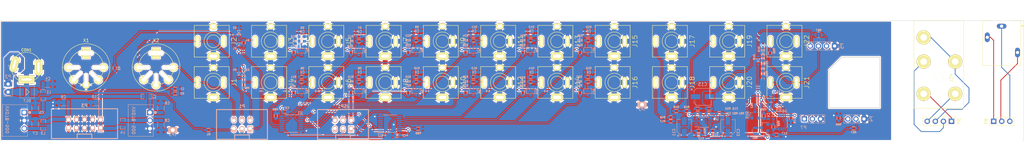
<source format=kicad_pcb>
(kicad_pcb (version 4) (host pcbnew 4.0.2-stable)
  (layers (0 F.Cu signal) (31 B.Cu signal) (34 B.Paste user) (35 F.Paste user) (36 B.SilkS user) (37 F.SilkS user) (38 B.Mask user) (39 F.Mask user) (44 Edge.Cuts user))
  (net 0 "")
  (net 1 "Net-(C1-Pad1)")
  (net 2 GND)
  (net 3 +5V)
  (net 4 "Net-(C4-Pad1)")
  (net 5 "Net-(C5-Pad1)")
  (net 6 "Net-(C6-Pad2)")
  (net 7 "Net-(C7-Pad1)")
  (net 8 "Net-(C8-Pad2)")
  (net 9 +V)
  (net 10 -V)
  (net 11 "Net-(C11-Pad1)")
  (net 12 "Net-(C11-Pad2)")
  (net 13 "Net-(C12-Pad1)")
  (net 14 "Net-(C15-Pad1)")
  (net 15 "Net-(C15-Pad2)")
  (net 16 "Net-(C16-Pad1)")
  (net 17 "Net-(C23-Pad2)")
  (net 18 "Net-(CON1-Pad1)")
  (net 19 "Net-(D1-Pad2)")
  (net 20 "Net-(D3-Pad2)")
  (net 21 "Net-(D5-Pad1)")
  (net 22 "Net-(D6-Pad1)")
  (net 23 "Net-(D7-Pad1)")
  (net 24 "Net-(D8-Pad1)")
  (net 25 "Net-(D9-Pad1)")
  (net 26 "Net-(D10-Pad1)")
  (net 27 "Net-(D11-Pad1)")
  (net 28 "Net-(D12-Pad1)")
  (net 29 "Net-(D13-Pad1)")
  (net 30 "Net-(D14-Pad1)")
  (net 31 "Net-(D15-Pad1)")
  (net 32 "Net-(D16-Pad1)")
  (net 33 "Net-(D17-Pad2)")
  (net 34 "Net-(D20-Pad2)")
  (net 35 "Net-(D20-Pad1)")
  (net 36 "Net-(D21-Pad1)")
  (net 37 ISP_MISO)
  (net 38 ISP_SCK)
  (net 39 ISP_MOSI)
  (net 40 ~RESET)
  (net 41 DIN_RUN_STOP)
  (net 42 "Net-(J1-Pad2)")
  (net 43 DIN_TEMPO_CLK)
  (net 44 "Net-(J2-Pad2)")
  (net 45 "Net-(J3-Pad2)")
  (net 46 "Net-(J4-Pad2)")
  (net 47 "Net-(J5-Pad3)")
  (net 48 "Net-(J6-Pad3)")
  (net 49 "Net-(J7-Pad3)")
  (net 50 "Net-(J8-Pad3)")
  (net 51 "Net-(J9-Pad3)")
  (net 52 "Net-(J10-Pad3)")
  (net 53 "Net-(J11-Pad3)")
  (net 54 "Net-(J12-Pad3)")
  (net 55 "Net-(J13-Pad3)")
  (net 56 "Net-(J14-Pad3)")
  (net 57 "Net-(J15-Pad3)")
  (net 58 "Net-(J16-Pad3)")
  (net 59 "Net-(J17-Pad3)")
  (net 60 "Net-(J18-Pad3)")
  (net 61 "Net-(J19-Pad3)")
  (net 62 "Net-(J20-Pad3)")
  (net 63 "Net-(J21-Pad3)")
  (net 64 "Net-(J22-Pad3)")
  (net 65 "Net-(J22-Pad2)")
  (net 66 "Net-(J23-Pad3)")
  (net 67 "Net-(J23-Pad2)")
  (net 68 DIN_RESET)
  (net 69 DIN_FILL)
  (net 70 UART_TX)
  (net 71 "Net-(P4-Pad2)")
  (net 72 "Net-(P4-Pad3)")
  (net 73 /BD)
  (net 74 /SD)
  (net 75 /LT)
  (net 76 /MT)
  (net 77 /HT)
  (net 78 /RS)
  (net 79 /CP)
  (net 80 /MA)
  (net 81 /CB)
  (net 82 /CY)
  (net 83 /OH)
  (net 84 /CH)
  (net 85 /~CE)
  (net 86 "Net-(Q14-Pad3)")
  (net 87 "Net-(Q15-Pad3)")
  (net 88 "Net-(R1-Pad1)")
  (net 89 "Net-(R3-Pad1)")
  (net 90 "Net-(R54-Pad1)")
  (net 91 "Net-(R57-Pad2)")
  (net 92 "Net-(U1-Pad7)")
  (net 93 "Net-(U1-Pad9)")
  (net 94 "Net-(U1-Pad10)")
  (net 95 "Net-(U2-Pad3)")
  (net 96 "Net-(U2-Pad4)")
  (net 97 "Net-(U2-Pad5)")
  (net 98 "Net-(U2-Pad6)")
  (net 99 "Net-(U2-Pad7)")
  (net 100 "Net-(X1-Pad3)")
  (net 101 "Net-(X1-Pad1)")
  (net 102 "Net-(X1-Pad6)")
  (net 103 "Net-(X2-Pad6)")
  (net 104 "Net-(X2-Pad5)")
  (net 105 "Net-(X2-Pad4)")
  (net 106 "Net-(J21-Pad2)")
  (net 107 "Net-(J23-Pad1)")
  (net 108 "Net-(J24-Pad3)")
  (net 109 "Net-(J24-Pad2)")
  (net 110 "Net-(J24-Pad1)")
  (net 111 "Net-(J24-Pad4)")
  (net 112 "Net-(P5-Pad2)")
  (net 113 "Net-(P7-Pad1)")
  (net 114 "Net-(P7-Pad2)")
  (module MyModules:SM0603-C-MURATA (layer B.Cu) (at 67 79)
    (fp_text reference C1 (at 2.25 0) (layer B.SilkS) (effects (font (size 0.6096 0.6096) (thickness 0.1524)) (justify mirror)))
    (fp_text value 0.01µ hide)
    (pad 1 smd rect (at -0.85 0) (size 0.9 0.8) (layers B.Cu B.Paste B.Mask) (net 1 "Net-(C1-Pad1)"))
    (pad 2 smd rect (at 0.85 0) (size 0.9 0.8) (layers B.Cu B.Paste B.Mask) (net 2 GND))
  )
  (module MyModules:SM0603-C-MURATA (layer B.Cu) (at 136.75 93.75 180)
    (fp_text reference C2 (at -2.25 0 180) (layer B.SilkS) (effects (font (size 0.6096 0.6096) (thickness 0.1524)) (justify mirror)))
    (fp_text value 0.1µ hide)
    (pad 1 smd rect (at -0.85 0 180) (size 0.9 0.8) (layers B.Cu B.Paste B.Mask) (net 3 +5V))
    (pad 2 smd rect (at 0.85 0 180) (size 0.9 0.8) (layers B.Cu B.Paste B.Mask) (net 2 GND))
  )
  (module MyModules:SM0603-C-MURATA (layer B.Cu) (at 101.5 86.25)
    (fp_text reference C3 (at 0.75 -1.25) (layer B.SilkS) (effects (font (size 0.6096 0.6096) (thickness 0.1524)) (justify mirror)))
    (fp_text value 0.1µ hide)
    (pad 1 smd rect (at -0.85 0) (size 0.9 0.8) (layers B.Cu B.Paste B.Mask) (net 3 +5V))
    (pad 2 smd rect (at 0.85 0) (size 0.9 0.8) (layers B.Cu B.Paste B.Mask) (net 2 GND))
  )
  (module Capacitors_SMD:C_1206 (layer B.Cu) (at 27 77.5)
    (fp_text reference C4 (at 0 -1.75) (layer B.SilkS) (effects (font (size 0.8 0.8)) (justify mirror)))
    (fp_text value 4.7µ)
    (pad 1 smd rect (at -1.5 0) (size 1 1.6) (layers B.Cu B.Paste B.Mask) (net 4 "Net-(C4-Pad1)"))
    (pad 2 smd rect (at 1.5 0) (size 1 1.6) (layers B.Cu B.Paste B.Mask) (net 2 GND))
  )
  (module Capacitors_SMD:C_1206 (layer B.Cu) (at 23 85 90)
    (fp_text reference C5 (at -1.5 2 180) (layer B.SilkS) (effects (font (size 0.8 0.8)) (justify mirror)))
    (fp_text value " 10µ")
    (pad 1 smd rect (at -1.5 0 90) (size 1 1.6) (layers B.Cu B.Paste B.Mask) (net 5 "Net-(C5-Pad1)"))
    (pad 2 smd rect (at 1.5 0 90) (size 1 1.6) (layers B.Cu B.Paste B.Mask) (net 2 GND))
  )
  (module Capacitors_SMD:C_1206 (layer B.Cu) (at 62.5 85 270)
    (fp_text reference C6 (at -1.5 -2 360) (layer B.SilkS) (effects (font (size 0.8 0.8)) (justify mirror)))
    (fp_text value " 10µ")
    (pad 1 smd rect (at -1.5 0 270) (size 1 1.6) (layers B.Cu B.Paste B.Mask) (net 2 GND))
    (pad 2 smd rect (at 1.5 0 270) (size 1 1.6) (layers B.Cu B.Paste B.Mask) (net 6 "Net-(C6-Pad2)"))
  )
  (module Capacitors_SMD:C_1206 (layer B.Cu) (at 23 90 90)
    (fp_text reference C7 (at -3 0 180) (layer B.SilkS) (effects (font (size 0.8 0.8)) (justify mirror)))
    (fp_text value 22µF)
    (pad 1 smd rect (at -1.5 0 90) (size 1 1.6) (layers B.Cu B.Paste B.Mask) (net 7 "Net-(C7-Pad1)"))
    (pad 2 smd rect (at 1.5 0 90) (size 1 1.6) (layers B.Cu B.Paste B.Mask) (net 2 GND))
  )
  (module Capacitors_SMD:C_1206 (layer B.Cu) (at 62.5 90.5 90)
    (fp_text reference C8 (at 1.5 2 180) (layer B.SilkS) (effects (font (size 0.8 0.8)) (justify mirror)))
    (fp_text value 22µF)
    (pad 1 smd rect (at -1.5 0 90) (size 1 1.6) (layers B.Cu B.Paste B.Mask) (net 2 GND))
    (pad 2 smd rect (at 1.5 0 90) (size 1 1.6) (layers B.Cu B.Paste B.Mask) (net 8 "Net-(C8-Pad2)"))
  )
  (module Capacitors_SMD:C_1206 (layer B.Cu) (at 31.9 83.3 180)
    (fp_text reference C9 (at 0 1.75 180) (layer B.SilkS) (effects (font (size 0.8 0.8)) (justify mirror)))
    (fp_text value 22µF)
    (pad 1 smd rect (at -1.5 0 180) (size 1 1.6) (layers B.Cu B.Paste B.Mask) (net 9 +V))
    (pad 2 smd rect (at 1.5 0 180) (size 1 1.6) (layers B.Cu B.Paste B.Mask) (net 2 GND))
  )
  (module Capacitors_SMD:C_1206 (layer B.Cu) (at 42 83.3)
    (fp_text reference C10 (at 0 -1.8) (layer B.SilkS) (effects (font (size 0.8 0.8)) (justify mirror)))
    (fp_text value 22µF)
    (pad 1 smd rect (at -1.5 0) (size 1 1.6) (layers B.Cu B.Paste B.Mask) (net 2 GND))
    (pad 2 smd rect (at 1.5 0) (size 1 1.6) (layers B.Cu B.Paste B.Mask) (net 10 -V))
  )
  (module Capacitors_SMD:CP_Elec_4x5.3 (layer B.Cu) (at 227 91 90)
    (fp_text reference C11 (at -1.75 -3.25 90) (layer B.SilkS) (effects (font (size 0.8 0.8)) (justify mirror)))
    (fp_text value 1μ)
    (fp_text user + (at -2.77 -2.01 90) (layer B.SilkS) (effects (justify mirror)))
    (pad 1 smd rect (at -1.8 0 270) (size 2.6 1.6) (layers B.Cu B.Paste B.Mask) (net 11 "Net-(C11-Pad1)"))
    (pad 2 smd rect (at 1.8 0 270) (size 2.6 1.6) (layers B.Cu B.Paste B.Mask) (net 12 "Net-(C11-Pad2)"))
  )
  (module MyModules:SM0603-C-MURATA (layer B.Cu) (at 231.5 93.5 180)
    (fp_text reference C12 (at -0.8 -1.1 360) (layer B.SilkS) (effects (font (size 0.6096 0.6096) (thickness 0.1524)) (justify mirror)))
    (fp_text value 220p hide)
    (pad 1 smd rect (at -0.85 0 180) (size 0.9 0.8) (layers B.Cu B.Paste B.Mask) (net 13 "Net-(C12-Pad1)"))
    (pad 2 smd rect (at 0.85 0 180) (size 0.9 0.8) (layers B.Cu B.Paste B.Mask) (net 11 "Net-(C11-Pad1)"))
  )
  (module MyModules:SM0603-C-MURATA (layer B.Cu) (at 236 92.25)
    (fp_text reference C13 (at 0.75 1.25) (layer B.SilkS) (effects (font (size 0.6096 0.6096) (thickness 0.1524)) (justify mirror)))
    (fp_text value 0.1µ hide)
    (pad 1 smd rect (at -0.85 0) (size 0.9 0.8) (layers B.Cu B.Paste B.Mask) (net 9 +V))
    (pad 2 smd rect (at 0.85 0) (size 0.9 0.8) (layers B.Cu B.Paste B.Mask) (net 2 GND))
  )
  (module MyModules:SM0603-C-MURATA (layer B.Cu) (at 231.25 86.75)
    (fp_text reference C14 (at 9.5 0) (layer B.SilkS) (effects (font (size 0.6096 0.6096) (thickness 0.1524)) (justify mirror)))
    (fp_text value 0.1µ hide)
    (pad 1 smd rect (at -0.85 0) (size 0.9 0.8) (layers B.Cu B.Paste B.Mask) (net 10 -V))
    (pad 2 smd rect (at 0.85 0) (size 0.9 0.8) (layers B.Cu B.Paste B.Mask) (net 2 GND))
  )
  (module Capacitors_SMD:CP_Elec_5x5.3 (layer B.Cu) (at 232.75 81.5)
    (fp_text reference C15 (at 0 -3.92) (layer B.SilkS) (effects (justify mirror)))
    (fp_text value 33μ)
    (fp_text user + (at -3.38 -2.34) (layer B.SilkS) (effects (justify mirror)))
    (pad 1 smd rect (at -2.2 0 180) (size 3 1.6) (layers B.Cu B.Paste B.Mask) (net 14 "Net-(C15-Pad1)"))
    (pad 2 smd rect (at 2.2 0 180) (size 3 1.6) (layers B.Cu B.Paste B.Mask) (net 15 "Net-(C15-Pad2)"))
  )
  (module MyModules:SM0603-C-MURATA (layer B.Cu) (at 234.75 85.25)
    (fp_text reference C16 (at 8.25 0) (layer B.SilkS) (effects (font (size 0.6096 0.6096) (thickness 0.1524)) (justify mirror)))
    (fp_text value 220p hide)
    (pad 1 smd rect (at -0.85 0) (size 0.9 0.8) (layers B.Cu B.Paste B.Mask) (net 16 "Net-(C16-Pad1)"))
    (pad 2 smd rect (at 0.85 0) (size 0.9 0.8) (layers B.Cu B.Paste B.Mask) (net 15 "Net-(C15-Pad2)"))
  )
  (module MyModules:SM0603-C-MURATA (layer B.Cu) (at 256 93.5)
    (fp_text reference C17 (at 2.5 -0.4) (layer B.SilkS) (effects (font (size 0.6096 0.6096) (thickness 0.1524)) (justify mirror)))
    (fp_text value 0.1µ hide)
    (pad 1 smd rect (at -0.85 0) (size 0.9 0.8) (layers B.Cu B.Paste B.Mask) (net 9 +V))
    (pad 2 smd rect (at 0.85 0) (size 0.9 0.8) (layers B.Cu B.Paste B.Mask) (net 2 GND))
  )
  (module MyModules:SM0603-C-MURATA (layer B.Cu) (at 260.5 88.25 270)
    (fp_text reference C18 (at 0.75 -1.2 270) (layer B.SilkS) (effects (font (size 0.6096 0.6096) (thickness 0.1524)) (justify mirror)))
    (fp_text value 0.1µ hide)
    (pad 1 smd rect (at -0.85 0 270) (size 0.9 0.8) (layers B.Cu B.Paste B.Mask) (net 10 -V))
    (pad 2 smd rect (at 0.85 0 270) (size 0.9 0.8) (layers B.Cu B.Paste B.Mask) (net 2 GND))
  )
  (module Capacitors_SMD:CP_Elec_4x5.3 (layer B.Cu) (at 240.75 91 90)
    (fp_text reference C23 (at -1.75 3.25 90) (layer B.SilkS) (effects (font (size 0.8 0.8)) (justify mirror)))
    (fp_text value 1μ)
    (fp_text user + (at -2.77 -2.01 90) (layer B.SilkS) (effects (justify mirror)))
    (pad 1 smd rect (at -1.8 0 270) (size 2.6 1.6) (layers B.Cu B.Paste B.Mask) (net 13 "Net-(C12-Pad1)"))
    (pad 2 smd rect (at 1.8 0 270) (size 2.6 1.6) (layers B.Cu B.Paste B.Mask) (net 17 "Net-(C23-Pad2)"))
  )
  (module MyModules:712A-DC-JACK (layer F.Cu) (at 20.25 72.25 180)
    (fp_text reference CON1 (at 0 5.5 180) (layer F.SilkS) (effects (font (size 0.8 0.8))))
    (fp_text value BARREL_JACK)
    (pad 2 thru_hole rect (at 0 -3.81 180) (size 5.08 2.54) (drill oval 3.175 0.635) (layers *.Cu *.Mask F.SilkS) (net 2 GND))
    (pad 3 thru_hole oval (at -3.81 0 270) (size 5.08 2.54) (drill oval 3.175 0.635) (layers *.Cu *.Mask F.SilkS) (net 2 GND))
    (pad 1 thru_hole oval (at 3.81 1 255) (size 5.08 2.54) (drill oval 3.175 0.635) (layers *.Cu *.Mask F.SilkS) (net 18 "Net-(CON1-Pad1)"))
  )
  (module MyModules:SOD323-C1A2 (layer B.Cu) (at 87 65 270)
    (fp_text reference D1 (at 1.25 1.25 360) (layer B.SilkS) (effects (font (size 0.6096 0.6096) (thickness 0.1524)) (justify mirror)))
    (fp_text value NSR0530HT1G hide)
    (pad 2 smd rect (at -1.2446 0 270) (size 0.6096 0.762) (layers B.Cu B.Paste B.Mask) (net 19 "Net-(D1-Pad2)"))
    (pad 1 smd rect (at 1.2446 0 270) (size 0.6096 0.762) (layers B.Cu B.Paste B.Mask) (net 3 +5V))
  )
  (module MyModules:SOD323-C1A2 (layer B.Cu) (at 87 61 270)
    (fp_text reference D2 (at -1.25 1.25 360) (layer B.SilkS) (effects (font (size 0.6096 0.6096) (thickness 0.1524)) (justify mirror)))
    (fp_text value NSR0530HT1G hide)
    (pad 2 smd rect (at -1.2446 0 270) (size 0.6096 0.762) (layers B.Cu B.Paste B.Mask) (net 2 GND))
    (pad 1 smd rect (at 1.2446 0 270) (size 0.6096 0.762) (layers B.Cu B.Paste B.Mask) (net 19 "Net-(D1-Pad2)"))
  )
  (module MyModules:SOD323-C1A2 (layer B.Cu) (at 88.5 74.25 90)
    (fp_text reference D3 (at 1.25 1.25 180) (layer B.SilkS) (effects (font (size 0.6096 0.6096) (thickness 0.1524)) (justify mirror)))
    (fp_text value NSR0530HT1G hide)
    (pad 2 smd rect (at -1.2446 0 90) (size 0.6096 0.762) (layers B.Cu B.Paste B.Mask) (net 20 "Net-(D3-Pad2)"))
    (pad 1 smd rect (at 1.2446 0 90) (size 0.6096 0.762) (layers B.Cu B.Paste B.Mask) (net 3 +5V))
  )
  (module MyModules:SOD323-C1A2 (layer B.Cu) (at 87 74.25 270)
    (fp_text reference D4 (at -1.25 1.25 360) (layer B.SilkS) (effects (font (size 0.6096 0.6096) (thickness 0.1524)) (justify mirror)))
    (fp_text value NSR0530HT1G hide)
    (pad 2 smd rect (at -1.2446 0 270) (size 0.6096 0.762) (layers B.Cu B.Paste B.Mask) (net 2 GND))
    (pad 1 smd rect (at 1.2446 0 270) (size 0.6096 0.762) (layers B.Cu B.Paste B.Mask) (net 20 "Net-(D3-Pad2)"))
  )
  (module MyModules:SOD323-C1A2 (layer B.Cu) (at 107 61 180)
    (fp_text reference D5 (at 0 1.25 360) (layer B.SilkS) (effects (font (size 0.6096 0.6096) (thickness 0.1524)) (justify mirror)))
    (fp_text value 1N4148 hide)
    (pad 2 smd rect (at -1.2446 0 180) (size 0.6096 0.762) (layers B.Cu B.Paste B.Mask) (net 2 GND))
    (pad 1 smd rect (at 1.2446 0 180) (size 0.6096 0.762) (layers B.Cu B.Paste B.Mask) (net 21 "Net-(D5-Pad1)"))
  )
  (module MyModules:SOD323-C1A2 (layer B.Cu) (at 107 73.75 180)
    (fp_text reference D6 (at 0 1.25 180) (layer B.SilkS) (effects (font (size 0.6096 0.6096) (thickness 0.1524)) (justify mirror)))
    (fp_text value 1N4148 hide)
    (pad 2 smd rect (at -1.2446 0 180) (size 0.6096 0.762) (layers B.Cu B.Paste B.Mask) (net 2 GND))
    (pad 1 smd rect (at 1.2446 0 180) (size 0.6096 0.762) (layers B.Cu B.Paste B.Mask) (net 22 "Net-(D6-Pad1)"))
  )
  (module MyModules:SOD323-C1A2 (layer B.Cu) (at 125 61 180)
    (fp_text reference D7 (at 0 1.25 180) (layer B.SilkS) (effects (font (size 0.6096 0.6096) (thickness 0.1524)) (justify mirror)))
    (fp_text value 1N4148 hide)
    (pad 2 smd rect (at -1.2446 0 180) (size 0.6096 0.762) (layers B.Cu B.Paste B.Mask) (net 2 GND))
    (pad 1 smd rect (at 1.2446 0 180) (size 0.6096 0.762) (layers B.Cu B.Paste B.Mask) (net 23 "Net-(D7-Pad1)"))
  )
  (module MyModules:SOD323-C1A2 (layer B.Cu) (at 125 73.75 180)
    (fp_text reference D8 (at 0 1.25 180) (layer B.SilkS) (effects (font (size 0.6096 0.6096) (thickness 0.1524)) (justify mirror)))
    (fp_text value 1N4148 hide)
    (pad 2 smd rect (at -1.2446 0 180) (size 0.6096 0.762) (layers B.Cu B.Paste B.Mask) (net 2 GND))
    (pad 1 smd rect (at 1.2446 0 180) (size 0.6096 0.762) (layers B.Cu B.Paste B.Mask) (net 24 "Net-(D8-Pad1)"))
  )
  (module MyModules:SOD323-C1A2 (layer B.Cu) (at 143 60.75 180)
    (fp_text reference D9 (at 0 1.25 180) (layer B.SilkS) (effects (font (size 0.6096 0.6096) (thickness 0.1524)) (justify mirror)))
    (fp_text value 1N4148 hide)
    (pad 2 smd rect (at -1.2446 0 180) (size 0.6096 0.762) (layers B.Cu B.Paste B.Mask) (net 2 GND))
    (pad 1 smd rect (at 1.2446 0 180) (size 0.6096 0.762) (layers B.Cu B.Paste B.Mask) (net 25 "Net-(D9-Pad1)"))
  )
  (module MyModules:SOD323-C1A2 (layer B.Cu) (at 143 73.75 180)
    (fp_text reference D10 (at 0 1.25 180) (layer B.SilkS) (effects (font (size 0.6096 0.6096) (thickness 0.1524)) (justify mirror)))
    (fp_text value 1N4148 hide)
    (pad 2 smd rect (at -1.2446 0 180) (size 0.6096 0.762) (layers B.Cu B.Paste B.Mask) (net 2 GND))
    (pad 1 smd rect (at 1.2446 0 180) (size 0.6096 0.762) (layers B.Cu B.Paste B.Mask) (net 26 "Net-(D10-Pad1)"))
  )
  (module MyModules:SOD323-C1A2 (layer B.Cu) (at 161 60.75 180)
    (fp_text reference D11 (at 0 1.25 180) (layer B.SilkS) (effects (font (size 0.6096 0.6096) (thickness 0.1524)) (justify mirror)))
    (fp_text value 1N4148 hide)
    (pad 2 smd rect (at -1.2446 0 180) (size 0.6096 0.762) (layers B.Cu B.Paste B.Mask) (net 2 GND))
    (pad 1 smd rect (at 1.2446 0 180) (size 0.6096 0.762) (layers B.Cu B.Paste B.Mask) (net 27 "Net-(D11-Pad1)"))
  )
  (module MyModules:SOD323-C1A2 (layer B.Cu) (at 161 73.75 180)
    (fp_text reference D12 (at 0 1.25 180) (layer B.SilkS) (effects (font (size 0.6096 0.6096) (thickness 0.1524)) (justify mirror)))
    (fp_text value 1N4148 hide)
    (pad 2 smd rect (at -1.2446 0 180) (size 0.6096 0.762) (layers B.Cu B.Paste B.Mask) (net 2 GND))
    (pad 1 smd rect (at 1.2446 0 180) (size 0.6096 0.762) (layers B.Cu B.Paste B.Mask) (net 28 "Net-(D12-Pad1)"))
  )
  (module MyModules:SOD323-C1A2 (layer B.Cu) (at 179 60.75 180)
    (fp_text reference D13 (at 0 1.25 180) (layer B.SilkS) (effects (font (size 0.6096 0.6096) (thickness 0.1524)) (justify mirror)))
    (fp_text value 1N4148 hide)
    (pad 2 smd rect (at -1.2446 0 180) (size 0.6096 0.762) (layers B.Cu B.Paste B.Mask) (net 2 GND))
    (pad 1 smd rect (at 1.2446 0 180) (size 0.6096 0.762) (layers B.Cu B.Paste B.Mask) (net 29 "Net-(D13-Pad1)"))
  )
  (module MyModules:SOD323-C1A2 (layer B.Cu) (at 179 73.75 180)
    (fp_text reference D14 (at 0 1.25 180) (layer B.SilkS) (effects (font (size 0.6096 0.6096) (thickness 0.1524)) (justify mirror)))
    (fp_text value 1N4148 hide)
    (pad 2 smd rect (at -1.2446 0 180) (size 0.6096 0.762) (layers B.Cu B.Paste B.Mask) (net 2 GND))
    (pad 1 smd rect (at 1.2446 0 180) (size 0.6096 0.762) (layers B.Cu B.Paste B.Mask) (net 30 "Net-(D14-Pad1)"))
  )
  (module MyModules:SOD323-C1A2 (layer B.Cu) (at 197 60.75 180)
    (fp_text reference D15 (at 0 1.25 180) (layer B.SilkS) (effects (font (size 0.6096 0.6096) (thickness 0.1524)) (justify mirror)))
    (fp_text value 1N4148 hide)
    (pad 2 smd rect (at -1.2446 0 180) (size 0.6096 0.762) (layers B.Cu B.Paste B.Mask) (net 2 GND))
    (pad 1 smd rect (at 1.2446 0 180) (size 0.6096 0.762) (layers B.Cu B.Paste B.Mask) (net 31 "Net-(D15-Pad1)"))
  )
  (module MyModules:SOD323-C1A2 (layer B.Cu) (at 197 73.75 180)
    (fp_text reference D16 (at 0 1.25 180) (layer B.SilkS) (effects (font (size 0.6096 0.6096) (thickness 0.1524)) (justify mirror)))
    (fp_text value 1N4148 hide)
    (pad 2 smd rect (at -1.2446 0 180) (size 0.6096 0.762) (layers B.Cu B.Paste B.Mask) (net 2 GND))
    (pad 1 smd rect (at 1.2446 0 180) (size 0.6096 0.762) (layers B.Cu B.Paste B.Mask) (net 32 "Net-(D16-Pad1)"))
  )
  (module MyModules:SMB-1C2A (layer B.Cu) (at 20.5 80 180)
    (fp_text reference D17 (at 0 -2.75 180) (layer B.SilkS) (effects (font (size 0.8 0.8)) (justify mirror)))
    (fp_text value D_Schottky hide)
    (pad 2 smd rect (at 2.19964 0 180) (size 2.39776 2.39776) (layers B.Cu B.Paste B.Mask) (net 33 "Net-(D17-Pad2)"))
    (pad 1 smd rect (at -2.19964 0 180) (size 2.39776 2.39776) (layers B.Cu B.Paste B.Mask) (net 4 "Net-(C4-Pad1)"))
  )
  (module MyModules:SOD323-C1A2 (layer B.Cu) (at 250.2 70 270)
    (fp_text reference D18 (at -1 1.2 270) (layer B.SilkS) (effects (font (size 0.6096 0.6096) (thickness 0.1524)) (justify mirror)))
    (fp_text value 1N4148 hide)
    (pad 2 smd rect (at -1.2446 0 270) (size 0.6096 0.762) (layers B.Cu B.Paste B.Mask) (net 16 "Net-(C16-Pad1)"))
    (pad 1 smd rect (at 1.2446 0 270) (size 0.6096 0.762) (layers B.Cu B.Paste B.Mask) (net 9 +V))
  )
  (module MyModules:SOD323-C1A2 (layer B.Cu) (at 251.75 67.5 270)
    (fp_text reference D19 (at -1 1.25 270) (layer B.SilkS) (effects (font (size 0.6096 0.6096) (thickness 0.1524)) (justify mirror)))
    (fp_text value 1N4148 hide)
    (pad 2 smd rect (at -1.2446 0 270) (size 0.6096 0.762) (layers B.Cu B.Paste B.Mask) (net 10 -V))
    (pad 1 smd rect (at 1.2446 0 270) (size 0.6096 0.762) (layers B.Cu B.Paste B.Mask) (net 16 "Net-(C16-Pad1)"))
  )
  (module MyModules:SOD323-C1A2 (layer B.Cu) (at 255 87.25 90)
    (fp_text reference D20 (at 1.75 2.25 90) (layer B.SilkS) (effects (font (size 0.6096 0.6096) (thickness 0.1524)) (justify mirror)))
    (fp_text value 1N4148 hide)
    (pad 2 smd rect (at -1.2446 0 90) (size 0.6096 0.762) (layers B.Cu B.Paste B.Mask) (net 34 "Net-(D20-Pad2)"))
    (pad 1 smd rect (at 1.2446 0 90) (size 0.6096 0.762) (layers B.Cu B.Paste B.Mask) (net 35 "Net-(D20-Pad1)"))
  )
  (module MyModules:SOD323-C1A2 (layer B.Cu) (at 253.5 87.25 270)
    (fp_text reference D21 (at -1.75 -2.75 270) (layer B.SilkS) (effects (font (size 0.6096 0.6096) (thickness 0.1524)) (justify mirror)))
    (fp_text value 1N4148 hide)
    (pad 2 smd rect (at -1.2446 0 270) (size 0.6096 0.762) (layers B.Cu B.Paste B.Mask) (net 35 "Net-(D20-Pad1)"))
    (pad 1 smd rect (at 1.2446 0 270) (size 0.6096 0.762) (layers B.Cu B.Paste B.Mask) (net 36 "Net-(D21-Pad1)"))
  )
  (module w_conn_strip:vasch_strip_3x2 (layer B.Cu) (at 119.75 90.25 180)
    (fp_text reference ISP1 (at 0 5.7 180) (layer B.SilkS) (effects (font (thickness 0.2032)) (justify mirror)))
    (fp_text value CONN_02X03 hide)
    (pad 1 thru_hole rect (at -2.54 -1.27 180) (size 1.5 2) (drill 1 (offset 0 -0.25)) (layers *.Cu *.Mask B.SilkS) (net 37 ISP_MISO))
    (pad 2 thru_hole oval (at -2.54 1.27 180) (size 1.5 2) (drill 1 (offset 0 0.25)) (layers *.Cu *.Mask B.SilkS) (net 3 +5V))
    (pad 3 thru_hole oval (at 0 -1.27 180) (size 1.5 2) (drill 1 (offset 0 -0.25)) (layers *.Cu *.Mask B.SilkS) (net 38 ISP_SCK))
    (pad 4 thru_hole oval (at 0 1.27 180) (size 1.5 2) (drill 1 (offset 0 0.25)) (layers *.Cu *.Mask B.SilkS) (net 39 ISP_MOSI))
    (pad 5 thru_hole oval (at 2.54 -1.27 180) (size 1.5 2) (drill 1 (offset 0 -0.25)) (layers *.Cu *.Mask B.SilkS) (net 40 ~RESET))
    (pad 6 thru_hole oval (at 2.54 1.27 180) (size 1.5 2) (drill 1 (offset 0 0.25)) (layers *.Cu *.Mask B.SilkS) (net 2 GND))
  )
  (module MyModules:PJ-301B-JACK-SLOTS (layer F.Cu) (at 79 77 90)
    (fp_text reference J1 (at 0 6.5 90) (layer F.SilkS) (effects (font (size 1.5 1.5))))
    (fp_text value RUN/STOP hide)
    (pad 1 thru_hole oval (at -4.7 0 90) (size 2.5 4) (drill oval 1 2.5) (layers *.Cu *.Mask F.SilkS) (net 2 GND))
    (pad 1 thru_hole oval (at 4.7 0 90) (size 2 2.5) (drill oval 1 1.5) (layers *.Cu *.Mask F.SilkS) (net 2 GND))
    (pad 3 thru_hole oval (at 0 -4.9 90) (size 3.5 1.5) (drill oval 2.5 0.5) (layers *.Cu *.Mask F.SilkS) (net 41 DIN_RUN_STOP))
    (pad 2 thru_hole oval (at 0 3.3 90) (size 3.5 1.5) (drill oval 2.5 0.5) (layers *.Cu *.Mask F.SilkS) (net 42 "Net-(J1-Pad2)"))
  )
  (module MyModules:PJ-301B-JACK-SLOTS (layer F.Cu) (at 79 64 90)
    (fp_text reference J2 (at 0 6.5 90) (layer F.SilkS) (effects (font (size 1.5 1.5))))
    (fp_text value "SYNC24 CLK" hide)
    (pad 1 thru_hole oval (at -4.7 0 90) (size 2.5 4) (drill oval 1 2.5) (layers *.Cu *.Mask F.SilkS) (net 2 GND))
    (pad 1 thru_hole oval (at 4.7 0 90) (size 2 2.5) (drill oval 1 1.5) (layers *.Cu *.Mask F.SilkS) (net 2 GND))
    (pad 3 thru_hole oval (at 0 -4.9 90) (size 3.5 1.5) (drill oval 2.5 0.5) (layers *.Cu *.Mask F.SilkS) (net 43 DIN_TEMPO_CLK))
    (pad 2 thru_hole oval (at 0 3.3 90) (size 3.5 1.5) (drill oval 2.5 0.5) (layers *.Cu *.Mask F.SilkS) (net 44 "Net-(J2-Pad2)"))
  )
  (module MyModules:PJ-301B-JACK-SLOTS (layer F.Cu) (at 97 64 90)
    (fp_text reference J3 (at 0 6.5 90) (layer F.SilkS) (effects (font (size 1.5 1.5))))
    (fp_text value "ASSIGN 1" hide)
    (pad 1 thru_hole oval (at -4.7 0 90) (size 2.5 4) (drill oval 1 2.5) (layers *.Cu *.Mask F.SilkS) (net 2 GND))
    (pad 1 thru_hole oval (at 4.7 0 90) (size 2 2.5) (drill oval 1 1.5) (layers *.Cu *.Mask F.SilkS) (net 2 GND))
    (pad 3 thru_hole oval (at 0 -4.9 90) (size 3.5 1.5) (drill oval 2.5 0.5) (layers *.Cu *.Mask F.SilkS) (net 19 "Net-(D1-Pad2)"))
    (pad 2 thru_hole oval (at 0 3.3 90) (size 3.5 1.5) (drill oval 2.5 0.5) (layers *.Cu *.Mask F.SilkS) (net 45 "Net-(J3-Pad2)"))
  )
  (module MyModules:PJ-301B-JACK-SLOTS (layer F.Cu) (at 97 77 90)
    (fp_text reference J4 (at 0 6.5 90) (layer F.SilkS) (effects (font (size 1.5 1.5))))
    (fp_text value "ASSIGN 2" hide)
    (pad 1 thru_hole oval (at -4.7 0 90) (size 2.5 4) (drill oval 1 2.5) (layers *.Cu *.Mask F.SilkS) (net 2 GND))
    (pad 1 thru_hole oval (at 4.7 0 90) (size 2 2.5) (drill oval 1 1.5) (layers *.Cu *.Mask F.SilkS) (net 2 GND))
    (pad 3 thru_hole oval (at 0 -4.9 90) (size 3.5 1.5) (drill oval 2.5 0.5) (layers *.Cu *.Mask F.SilkS) (net 20 "Net-(D3-Pad2)"))
    (pad 2 thru_hole oval (at 0 3.3 90) (size 3.5 1.5) (drill oval 2.5 0.5) (layers *.Cu *.Mask F.SilkS) (net 46 "Net-(J4-Pad2)"))
  )
  (module MyModules:PJ-301B-JACK-SLOTS (layer F.Cu) (at 115 64 90)
    (fp_text reference J5 (at 0 6.5 90) (layer F.SilkS) (effects (font (size 1.5 1.5))))
    (fp_text value "BD IN" hide)
    (pad 1 thru_hole oval (at -4.7 0 90) (size 2.5 4) (drill oval 1 2.5) (layers *.Cu *.Mask F.SilkS) (net 2 GND))
    (pad 1 thru_hole oval (at 4.7 0 90) (size 2 2.5) (drill oval 1 1.5) (layers *.Cu *.Mask F.SilkS) (net 2 GND))
    (pad 3 thru_hole oval (at 0 -4.9 90) (size 3.5 1.5) (drill oval 2.5 0.5) (layers *.Cu *.Mask F.SilkS) (net 47 "Net-(J5-Pad3)"))
    (pad 2 thru_hole oval (at 0 3.3 90) (size 3.5 1.5) (drill oval 2.5 0.5) (layers *.Cu *.Mask F.SilkS) (net 2 GND))
  )
  (module MyModules:PJ-301B-JACK-SLOTS (layer F.Cu) (at 115 77 90)
    (fp_text reference J6 (at 0 6.5 90) (layer F.SilkS) (effects (font (size 1.5 1.5))))
    (fp_text value "SD IN" hide)
    (pad 1 thru_hole oval (at -4.7 0 90) (size 2.5 4) (drill oval 1 2.5) (layers *.Cu *.Mask F.SilkS) (net 2 GND))
    (pad 1 thru_hole oval (at 4.7 0 90) (size 2 2.5) (drill oval 1 1.5) (layers *.Cu *.Mask F.SilkS) (net 2 GND))
    (pad 3 thru_hole oval (at 0 -4.9 90) (size 3.5 1.5) (drill oval 2.5 0.5) (layers *.Cu *.Mask F.SilkS) (net 48 "Net-(J6-Pad3)"))
    (pad 2 thru_hole oval (at 0 3.3 90) (size 3.5 1.5) (drill oval 2.5 0.5) (layers *.Cu *.Mask F.SilkS) (net 2 GND))
  )
  (module MyModules:PJ-301B-JACK-SLOTS (layer F.Cu) (at 133 64 90)
    (fp_text reference J7 (at 0 6.5 90) (layer F.SilkS) (effects (font (size 1.5 1.5))))
    (fp_text value "LT IN" hide)
    (pad 1 thru_hole oval (at -4.7 0 90) (size 2.5 4) (drill oval 1 2.5) (layers *.Cu *.Mask F.SilkS) (net 2 GND))
    (pad 1 thru_hole oval (at 4.7 0 90) (size 2 2.5) (drill oval 1 1.5) (layers *.Cu *.Mask F.SilkS) (net 2 GND))
    (pad 3 thru_hole oval (at 0 -4.9 90) (size 3.5 1.5) (drill oval 2.5 0.5) (layers *.Cu *.Mask F.SilkS) (net 49 "Net-(J7-Pad3)"))
    (pad 2 thru_hole oval (at 0 3.3 90) (size 3.5 1.5) (drill oval 2.5 0.5) (layers *.Cu *.Mask F.SilkS) (net 2 GND))
  )
  (module MyModules:PJ-301B-JACK-SLOTS (layer F.Cu) (at 133 77 90)
    (fp_text reference J8 (at 0 6.5 90) (layer F.SilkS) (effects (font (size 1.5 1.5))))
    (fp_text value "MT IN" hide)
    (pad 1 thru_hole oval (at -4.7 0 90) (size 2.5 4) (drill oval 1 2.5) (layers *.Cu *.Mask F.SilkS) (net 2 GND))
    (pad 1 thru_hole oval (at 4.7 0 90) (size 2 2.5) (drill oval 1 1.5) (layers *.Cu *.Mask F.SilkS) (net 2 GND))
    (pad 3 thru_hole oval (at 0 -4.9 90) (size 3.5 1.5) (drill oval 2.5 0.5) (layers *.Cu *.Mask F.SilkS) (net 50 "Net-(J8-Pad3)"))
    (pad 2 thru_hole oval (at 0 3.3 90) (size 3.5 1.5) (drill oval 2.5 0.5) (layers *.Cu *.Mask F.SilkS) (net 2 GND))
  )
  (module MyModules:PJ-301B-JACK-SLOTS (layer F.Cu) (at 151 64 90)
    (fp_text reference J9 (at 0 6.5 90) (layer F.SilkS) (effects (font (size 1.5 1.5))))
    (fp_text value "HT IN" hide)
    (pad 1 thru_hole oval (at -4.7 0 90) (size 2.5 4) (drill oval 1 2.5) (layers *.Cu *.Mask F.SilkS) (net 2 GND))
    (pad 1 thru_hole oval (at 4.7 0 90) (size 2 2.5) (drill oval 1 1.5) (layers *.Cu *.Mask F.SilkS) (net 2 GND))
    (pad 3 thru_hole oval (at 0 -4.9 90) (size 3.5 1.5) (drill oval 2.5 0.5) (layers *.Cu *.Mask F.SilkS) (net 51 "Net-(J9-Pad3)"))
    (pad 2 thru_hole oval (at 0 3.3 90) (size 3.5 1.5) (drill oval 2.5 0.5) (layers *.Cu *.Mask F.SilkS) (net 2 GND))
  )
  (module MyModules:PJ-301B-JACK-SLOTS (layer F.Cu) (at 151 77 90)
    (fp_text reference J10 (at 0 6.5 90) (layer F.SilkS) (effects (font (size 1.5 1.5))))
    (fp_text value "RS IN" hide)
    (pad 1 thru_hole oval (at -4.7 0 90) (size 2.5 4) (drill oval 1 2.5) (layers *.Cu *.Mask F.SilkS) (net 2 GND))
    (pad 1 thru_hole oval (at 4.7 0 90) (size 2 2.5) (drill oval 1 1.5) (layers *.Cu *.Mask F.SilkS) (net 2 GND))
    (pad 3 thru_hole oval (at 0 -4.9 90) (size 3.5 1.5) (drill oval 2.5 0.5) (layers *.Cu *.Mask F.SilkS) (net 52 "Net-(J10-Pad3)"))
    (pad 2 thru_hole oval (at 0 3.3 90) (size 3.5 1.5) (drill oval 2.5 0.5) (layers *.Cu *.Mask F.SilkS) (net 2 GND))
  )
  (module MyModules:PJ-301B-JACK-SLOTS (layer F.Cu) (at 169 64 90)
    (fp_text reference J11 (at 0 6.5 90) (layer F.SilkS) (effects (font (size 1.5 1.5))))
    (fp_text value "CP IN" hide)
    (pad 1 thru_hole oval (at -4.7 0 90) (size 2.5 4) (drill oval 1 2.5) (layers *.Cu *.Mask F.SilkS) (net 2 GND))
    (pad 1 thru_hole oval (at 4.7 0 90) (size 2 2.5) (drill oval 1 1.5) (layers *.Cu *.Mask F.SilkS) (net 2 GND))
    (pad 3 thru_hole oval (at 0 -4.9 90) (size 3.5 1.5) (drill oval 2.5 0.5) (layers *.Cu *.Mask F.SilkS) (net 53 "Net-(J11-Pad3)"))
    (pad 2 thru_hole oval (at 0 3.3 90) (size 3.5 1.5) (drill oval 2.5 0.5) (layers *.Cu *.Mask F.SilkS) (net 2 GND))
  )
  (module MyModules:PJ-301B-JACK-SLOTS (layer F.Cu) (at 169 77 90)
    (fp_text reference J12 (at 0 6.5 90) (layer F.SilkS) (effects (font (size 1.5 1.5))))
    (fp_text value "MA IN" hide)
    (pad 1 thru_hole oval (at -4.7 0 90) (size 2.5 4) (drill oval 1 2.5) (layers *.Cu *.Mask F.SilkS) (net 2 GND))
    (pad 1 thru_hole oval (at 4.7 0 90) (size 2 2.5) (drill oval 1 1.5) (layers *.Cu *.Mask F.SilkS) (net 2 GND))
    (pad 3 thru_hole oval (at 0 -4.9 90) (size 3.5 1.5) (drill oval 2.5 0.5) (layers *.Cu *.Mask F.SilkS) (net 54 "Net-(J12-Pad3)"))
    (pad 2 thru_hole oval (at 0 3.3 90) (size 3.5 1.5) (drill oval 2.5 0.5) (layers *.Cu *.Mask F.SilkS) (net 2 GND))
  )
  (module MyModules:PJ-301B-JACK-SLOTS (layer F.Cu) (at 187 64 90)
    (fp_text reference J13 (at 0 6.5 90) (layer F.SilkS) (effects (font (size 1.5 1.5))))
    (fp_text value "CB IN" hide)
    (pad 1 thru_hole oval (at -4.7 0 90) (size 2.5 4) (drill oval 1 2.5) (layers *.Cu *.Mask F.SilkS) (net 2 GND))
    (pad 1 thru_hole oval (at 4.7 0 90) (size 2 2.5) (drill oval 1 1.5) (layers *.Cu *.Mask F.SilkS) (net 2 GND))
    (pad 3 thru_hole oval (at 0 -4.9 90) (size 3.5 1.5) (drill oval 2.5 0.5) (layers *.Cu *.Mask F.SilkS) (net 55 "Net-(J13-Pad3)"))
    (pad 2 thru_hole oval (at 0 3.3 90) (size 3.5 1.5) (drill oval 2.5 0.5) (layers *.Cu *.Mask F.SilkS) (net 2 GND))
  )
  (module MyModules:PJ-301B-JACK-SLOTS (layer F.Cu) (at 187 77 90)
    (fp_text reference J14 (at 0 6.5 90) (layer F.SilkS) (effects (font (size 1.5 1.5))))
    (fp_text value "CY IN" hide)
    (pad 1 thru_hole oval (at -4.7 0 90) (size 2.5 4) (drill oval 1 2.5) (layers *.Cu *.Mask F.SilkS) (net 2 GND))
    (pad 1 thru_hole oval (at 4.7 0 90) (size 2 2.5) (drill oval 1 1.5) (layers *.Cu *.Mask F.SilkS) (net 2 GND))
    (pad 3 thru_hole oval (at 0 -4.9 90) (size 3.5 1.5) (drill oval 2.5 0.5) (layers *.Cu *.Mask F.SilkS) (net 56 "Net-(J14-Pad3)"))
    (pad 2 thru_hole oval (at 0 3.3 90) (size 3.5 1.5) (drill oval 2.5 0.5) (layers *.Cu *.Mask F.SilkS) (net 2 GND))
  )
  (module MyModules:PJ-301B-JACK-SLOTS (layer F.Cu) (at 205 64 90)
    (fp_text reference J15 (at 0 6.5 90) (layer F.SilkS) (effects (font (size 1.5 1.5))))
    (fp_text value "OH IN" hide)
    (pad 1 thru_hole oval (at -4.7 0 90) (size 2.5 4) (drill oval 1 2.5) (layers *.Cu *.Mask F.SilkS) (net 2 GND))
    (pad 1 thru_hole oval (at 4.7 0 90) (size 2 2.5) (drill oval 1 1.5) (layers *.Cu *.Mask F.SilkS) (net 2 GND))
    (pad 3 thru_hole oval (at 0 -4.9 90) (size 3.5 1.5) (drill oval 2.5 0.5) (layers *.Cu *.Mask F.SilkS) (net 57 "Net-(J15-Pad3)"))
    (pad 2 thru_hole oval (at 0 3.3 90) (size 3.5 1.5) (drill oval 2.5 0.5) (layers *.Cu *.Mask F.SilkS) (net 2 GND))
  )
  (module MyModules:PJ-301B-JACK-SLOTS (layer F.Cu) (at 205 77 90)
    (fp_text reference J16 (at 0 6.5 90) (layer F.SilkS) (effects (font (size 1.5 1.5))))
    (fp_text value "CH IN" hide)
    (pad 1 thru_hole oval (at -4.7 0 90) (size 2.5 4) (drill oval 1 2.5) (layers *.Cu *.Mask F.SilkS) (net 2 GND))
    (pad 1 thru_hole oval (at 4.7 0 90) (size 2 2.5) (drill oval 1 1.5) (layers *.Cu *.Mask F.SilkS) (net 2 GND))
    (pad 3 thru_hole oval (at 0 -4.9 90) (size 3.5 1.5) (drill oval 2.5 0.5) (layers *.Cu *.Mask F.SilkS) (net 58 "Net-(J16-Pad3)"))
    (pad 2 thru_hole oval (at 0 3.3 90) (size 3.5 1.5) (drill oval 2.5 0.5) (layers *.Cu *.Mask F.SilkS) (net 2 GND))
  )
  (module MyModules:PJ-301B-JACK-SLOTS (layer F.Cu) (at 223 64 90)
    (fp_text reference J17 (at 0 6.5 90) (layer F.SilkS) (effects (font (size 1.5 1.5))))
    (fp_text value "IN 1" hide)
    (pad 1 thru_hole oval (at -4.7 0 90) (size 2.5 4) (drill oval 1 2.5) (layers *.Cu *.Mask F.SilkS) (net 2 GND))
    (pad 1 thru_hole oval (at 4.7 0 90) (size 2 2.5) (drill oval 1 1.5) (layers *.Cu *.Mask F.SilkS) (net 2 GND))
    (pad 3 thru_hole oval (at 0 -4.9 90) (size 3.5 1.5) (drill oval 2.5 0.5) (layers *.Cu *.Mask F.SilkS) (net 59 "Net-(J17-Pad3)"))
    (pad 2 thru_hole oval (at 0 3.3 90) (size 3.5 1.5) (drill oval 2.5 0.5) (layers *.Cu *.Mask F.SilkS) (net 2 GND))
  )
  (module MyModules:PJ-301B-JACK-SLOTS (layer F.Cu) (at 223 77 90)
    (fp_text reference J18 (at 0 6.5 90) (layer F.SilkS) (effects (font (size 1.5 1.5))))
    (fp_text value "IN 2" hide)
    (pad 1 thru_hole oval (at -4.7 0 90) (size 2.5 4) (drill oval 1 2.5) (layers *.Cu *.Mask F.SilkS) (net 2 GND))
    (pad 1 thru_hole oval (at 4.7 0 90) (size 2 2.5) (drill oval 1 1.5) (layers *.Cu *.Mask F.SilkS) (net 2 GND))
    (pad 3 thru_hole oval (at 0 -4.9 90) (size 3.5 1.5) (drill oval 2.5 0.5) (layers *.Cu *.Mask F.SilkS) (net 60 "Net-(J18-Pad3)"))
    (pad 2 thru_hole oval (at 0 3.3 90) (size 3.5 1.5) (drill oval 2.5 0.5) (layers *.Cu *.Mask F.SilkS) (net 2 GND))
  )
  (module MyModules:PJ-301B-JACK-SLOTS (layer F.Cu) (at 241 64 90)
    (fp_text reference J19 (at 0 6.5 90) (layer F.SilkS) (effects (font (size 1.5 1.5))))
    (fp_text value "IN 3" hide)
    (pad 1 thru_hole oval (at -4.7 0 90) (size 2.5 4) (drill oval 1 2.5) (layers *.Cu *.Mask F.SilkS) (net 2 GND))
    (pad 1 thru_hole oval (at 4.7 0 90) (size 2 2.5) (drill oval 1 1.5) (layers *.Cu *.Mask F.SilkS) (net 2 GND))
    (pad 3 thru_hole oval (at 0 -4.9 90) (size 3.5 1.5) (drill oval 2.5 0.5) (layers *.Cu *.Mask F.SilkS) (net 61 "Net-(J19-Pad3)"))
    (pad 2 thru_hole oval (at 0 3.3 90) (size 3.5 1.5) (drill oval 2.5 0.5) (layers *.Cu *.Mask F.SilkS) (net 2 GND))
  )
  (module MyModules:PJ-301B-JACK-SLOTS (layer F.Cu) (at 241 77 90)
    (fp_text reference J20 (at 0 6.5 90) (layer F.SilkS) (effects (font (size 1.5 1.5))))
    (fp_text value "IN 4" hide)
    (pad 1 thru_hole oval (at -4.7 0 90) (size 2.5 4) (drill oval 1 2.5) (layers *.Cu *.Mask F.SilkS) (net 2 GND))
    (pad 1 thru_hole oval (at 4.7 0 90) (size 2 2.5) (drill oval 1 1.5) (layers *.Cu *.Mask F.SilkS) (net 2 GND))
    (pad 3 thru_hole oval (at 0 -4.9 90) (size 3.5 1.5) (drill oval 2.5 0.5) (layers *.Cu *.Mask F.SilkS) (net 62 "Net-(J20-Pad3)"))
    (pad 2 thru_hole oval (at 0 3.3 90) (size 3.5 1.5) (drill oval 2.5 0.5) (layers *.Cu *.Mask F.SilkS) (net 2 GND))
  )
  (module MyModules:PJ-301B-JACK-SLOTS (layer F.Cu) (at 259 77 90)
    (fp_text reference J21 (at 0 6.5 90) (layer F.SilkS) (effects (font (size 1.5 1.5))))
    (fp_text value "MULT IN" hide)
    (pad 1 thru_hole oval (at -4.7 0 90) (size 2.5 4) (drill oval 1 2.5) (layers *.Cu *.Mask F.SilkS) (net 2 GND))
    (pad 1 thru_hole oval (at 4.7 0 90) (size 2 2.5) (drill oval 1 1.5) (layers *.Cu *.Mask F.SilkS) (net 2 GND))
    (pad 3 thru_hole oval (at 0 -4.9 90) (size 3.5 1.5) (drill oval 2.5 0.5) (layers *.Cu *.Mask F.SilkS) (net 63 "Net-(J21-Pad3)"))
    (pad 2 thru_hole oval (at 0 3.3 90) (size 3.5 1.5) (drill oval 2.5 0.5) (layers *.Cu *.Mask F.SilkS) (net 106 "Net-(J21-Pad2)"))
  )
  (module MyModules:PJ-301B-JACK-SLOTS (layer F.Cu) (at 259 64 90)
    (fp_text reference J22 (at 0 6.5 90) (layer F.SilkS) (effects (font (size 1.5 1.5))))
    (fp_text value SUM hide)
    (pad 1 thru_hole oval (at -4.7 0 90) (size 2.5 4) (drill oval 1 2.5) (layers *.Cu *.Mask F.SilkS) (net 2 GND))
    (pad 1 thru_hole oval (at 4.7 0 90) (size 2 2.5) (drill oval 1 1.5) (layers *.Cu *.Mask F.SilkS) (net 2 GND))
    (pad 3 thru_hole oval (at 0 -4.9 90) (size 3.5 1.5) (drill oval 2.5 0.5) (layers *.Cu *.Mask F.SilkS) (net 64 "Net-(J22-Pad3)"))
    (pad 2 thru_hole oval (at 0 3.3 90) (size 3.5 1.5) (drill oval 2.5 0.5) (layers *.Cu *.Mask F.SilkS) (net 65 "Net-(J22-Pad2)"))
  )
  (module MyModules:SM0805-HAND (layer B.Cu) (at 25.5 81 270)
    (fp_text reference L1 (at -1 -1.75 360) (layer B.SilkS) (effects (font (size 0.8128 0.8128) (thickness 0.1524)) (justify mirror)))
    (fp_text value 12µH hide)
    (pad 1 smd rect (at -1.0795 0 270) (size 1.143 1.397) (layers B.Cu B.Paste B.Mask) (net 4 "Net-(C4-Pad1)"))
    (pad 2 smd rect (at 1.0795 0 270) (size 1.143 1.397) (layers B.Cu B.Paste B.Mask) (net 5 "Net-(C5-Pad1)"))
  )
  (module MyModules:SM0805-HAND (layer B.Cu) (at 58 81.4)
    (fp_text reference L2 (at 2.5 0.1 90) (layer B.SilkS) (effects (font (size 0.8128 0.8128) (thickness 0.1524)) (justify mirror)))
    (fp_text value 10µH hide)
    (pad 1 smd rect (at -1.0795 0) (size 1.143 1.397) (layers B.Cu B.Paste B.Mask) (net 5 "Net-(C5-Pad1)"))
    (pad 2 smd rect (at 1.0795 0) (size 1.143 1.397) (layers B.Cu B.Paste B.Mask) (net 6 "Net-(C6-Pad2)"))
  )
  (module MyModules:SM0805-HAND (layer B.Cu) (at 25.5 90.4 90)
    (fp_text reference L3 (at -2.6 0 180) (layer B.SilkS) (effects (font (size 0.8128 0.8128) (thickness 0.1524)) (justify mirror)))
    (fp_text value 10µH hide)
    (pad 1 smd rect (at -1.0795 0 90) (size 1.143 1.397) (layers B.Cu B.Paste B.Mask) (net 7 "Net-(C7-Pad1)"))
    (pad 2 smd rect (at 1.0795 0 90) (size 1.143 1.397) (layers B.Cu B.Paste B.Mask) (net 9 +V))
  )
  (module MyModules:SM0805-HAND (layer B.Cu) (at 50.5 90 270)
    (fp_text reference L4 (at 2.75 0 360) (layer B.SilkS) (effects (font (size 0.8128 0.8128) (thickness 0.1524)) (justify mirror)))
    (fp_text value 10µH hide)
    (pad 1 smd rect (at -1.0795 0 270) (size 1.143 1.397) (layers B.Cu B.Paste B.Mask) (net 8 "Net-(C8-Pad2)"))
    (pad 2 smd rect (at 1.0795 0 270) (size 1.143 1.397) (layers B.Cu B.Paste B.Mask) (net 10 -V))
  )
  (module w_conn_strip:vasch_strip_3x2 (layer B.Cu) (at 88 90.25 180)
    (fp_text reference P1 (at 0 5.7 180) (layer B.SilkS) (effects (font (thickness 0.2032)) (justify mirror)))
    (fp_text value CONN_02X03 hide)
    (pad 1 thru_hole rect (at -2.54 -1.27 180) (size 1.5 2) (drill 1 (offset 0 -0.25)) (layers *.Cu *.Mask B.SilkS) (net 68 DIN_RESET))
    (pad 2 thru_hole oval (at -2.54 1.27 180) (size 1.5 2) (drill 1 (offset 0 0.25)) (layers *.Cu *.Mask B.SilkS) (net 69 DIN_FILL))
    (pad 3 thru_hole oval (at 0 -1.27 180) (size 1.5 2) (drill 1 (offset 0 -0.25)) (layers *.Cu *.Mask B.SilkS) (net 2 GND))
    (pad 4 thru_hole oval (at 0 1.27 180) (size 1.5 2) (drill 1 (offset 0 0.25)) (layers *.Cu *.Mask B.SilkS) (net 43 DIN_TEMPO_CLK))
    (pad 5 thru_hole oval (at 2.54 -1.27 180) (size 1.5 2) (drill 1 (offset 0 -0.25)) (layers *.Cu *.Mask B.SilkS) (net 70 UART_TX))
    (pad 6 thru_hole oval (at 2.54 1.27 180) (size 1.5 2) (drill 1 (offset 0 0.25)) (layers *.Cu *.Mask B.SilkS) (net 41 DIN_RUN_STOP))
  )
  (module Pin_Headers:Pin_Header_Straight_1x02_Pitch2.54mm (layer B.Cu) (at 14.5 77.5 180)
    (fp_text reference P2 (at 0 2.33 180) (layer B.SilkS) (effects (justify mirror)))
    (fp_text value CONN_01X02)
    (pad 1 thru_hole rect (at 0 0 180) (size 2.5 1.5) (drill 1) (layers *.Cu *.Mask) (net 18 "Net-(CON1-Pad1)"))
    (pad 2 thru_hole oval (at 0 -2.54 180) (size 2.5 1.7) (drill 1) (layers *.Cu *.Mask) (net 33 "Net-(D17-Pad2)"))
  )
  (module w_conn_strip:vasch_strip_5x2 (layer B.Cu) (at 38.5 90 180)
    (fp_text reference P3 (at 0 5.7 180) (layer B.SilkS) (effects (font (thickness 0.2032)) (justify mirror)))
    (fp_text value CONN_02X05 hide)
    (pad 9 thru_hole oval (at 5.08 -1.27 180) (size 1.5 2) (drill 1 (offset 0 -0.25)) (layers *.Cu *.Mask B.SilkS) (net 9 +V))
    (pad 10 thru_hole oval (at 5.08 1.27 180) (size 1.5 2) (drill 1 (offset 0 0.25)) (layers *.Cu *.Mask B.SilkS) (net 9 +V))
    (pad 8 thru_hole oval (at 2.54 1.27 180) (size 1.5 2) (drill 1 (offset 0 0.25)) (layers *.Cu *.Mask B.SilkS) (net 2 GND))
    (pad 7 thru_hole oval (at 2.54 -1.27 180) (size 1.5 2) (drill 1 (offset 0 -0.25)) (layers *.Cu *.Mask B.SilkS) (net 2 GND))
    (pad 1 thru_hole rect (at -5.08 -1.27 180) (size 1.5 2) (drill 1 (offset 0 -0.25)) (layers *.Cu *.Mask B.SilkS) (net 10 -V))
    (pad 2 thru_hole oval (at -5.08 1.27 180) (size 1.5 2) (drill 1 (offset 0 0.25)) (layers *.Cu *.Mask B.SilkS) (net 10 -V))
    (pad 3 thru_hole oval (at -2.54 -1.27 180) (size 1.5 2) (drill 1 (offset 0 -0.25)) (layers *.Cu *.Mask B.SilkS) (net 2 GND))
    (pad 4 thru_hole oval (at -2.54 1.27 180) (size 1.5 2) (drill 1 (offset 0 0.25)) (layers *.Cu *.Mask B.SilkS) (net 2 GND))
    (pad 5 thru_hole oval (at 0 -1.27 180) (size 1.5 2) (drill 1 (offset 0 -0.25)) (layers *.Cu *.Mask B.SilkS) (net 2 GND))
    (pad 6 thru_hole oval (at 0 1.27 180) (size 1.5 2) (drill 1 (offset 0 0.25)) (layers *.Cu *.Mask B.SilkS) (net 2 GND))
  )
  (module Pin_Headers:Pin_Header_Straight_1x03_Pitch2.54mm (layer B.Cu) (at 283.5 88.5 90)
    (fp_text reference P4 (at 0 2.33 90) (layer B.SilkS) (effects (justify mirror)))
    (fp_text value CONN_01X03)
    (pad 1 thru_hole rect (at 0 0 90) (size 1.7 1.7) (drill 1) (layers *.Cu *.Mask) (net 2 GND))
    (pad 2 thru_hole oval (at 0 -2.54 90) (size 1.7 1.7) (drill 1) (layers *.Cu *.Mask) (net 71 "Net-(P4-Pad2)"))
    (pad 3 thru_hole oval (at 0 -5.08 90) (size 1.7 1.7) (drill 1) (layers *.Cu *.Mask) (net 72 "Net-(P4-Pad3)"))
  )
  (module MyModules:SOT23-132-JRL (layer B.Cu) (at 106.75 67)
    (fp_text reference Q1 (at 2 0 90) (layer B.SilkS) (effects (font (size 0.6096 0.6096) (thickness 0.1524)) (justify mirror)))
    (fp_text value MMBT3904 hide)
    (pad 3 smd rect (at 0 1.27) (size 0.70104 1.00076) (layers B.Cu B.Paste B.Mask) (net 73 /BD))
    (pad 2 smd rect (at 0.9525 -1.27) (size 0.70104 1.00076) (layers B.Cu B.Paste B.Mask) (net 2 GND))
    (pad 1 smd rect (at -0.9525 -1.27) (size 0.70104 1.00076) (layers B.Cu B.Paste B.Mask) (net 21 "Net-(D5-Pad1)"))
  )
  (module MyModules:SOT23-132-JRL (layer B.Cu) (at 106.75 79.75)
    (fp_text reference Q2 (at 1.99898 0.09906 270) (layer B.SilkS) (effects (font (size 0.6096 0.6096) (thickness 0.1524)) (justify mirror)))
    (fp_text value MMBT3904 hide)
    (pad 3 smd rect (at 0 1.27) (size 0.70104 1.00076) (layers B.Cu B.Paste B.Mask) (net 74 /SD))
    (pad 2 smd rect (at 0.9525 -1.27) (size 0.70104 1.00076) (layers B.Cu B.Paste B.Mask) (net 2 GND))
    (pad 1 smd rect (at -0.9525 -1.27) (size 0.70104 1.00076) (layers B.Cu B.Paste B.Mask) (net 22 "Net-(D6-Pad1)"))
  )
  (module MyModules:SOT23-132-JRL (layer B.Cu) (at 124.75 67)
    (fp_text reference Q3 (at 1.99898 0.09906 270) (layer B.SilkS) (effects (font (size 0.6096 0.6096) (thickness 0.1524)) (justify mirror)))
    (fp_text value MMBT3904 hide)
    (pad 3 smd rect (at 0 1.27) (size 0.70104 1.00076) (layers B.Cu B.Paste B.Mask) (net 75 /LT))
    (pad 2 smd rect (at 0.9525 -1.27) (size 0.70104 1.00076) (layers B.Cu B.Paste B.Mask) (net 2 GND))
    (pad 1 smd rect (at -0.9525 -1.27) (size 0.70104 1.00076) (layers B.Cu B.Paste B.Mask) (net 23 "Net-(D7-Pad1)"))
  )
  (module MyModules:SOT23-132-JRL (layer B.Cu) (at 124.75 79.75)
    (fp_text reference Q4 (at 1.99898 0.09906 270) (layer B.SilkS) (effects (font (size 0.6096 0.6096) (thickness 0.1524)) (justify mirror)))
    (fp_text value MMBT3904 hide)
    (pad 3 smd rect (at 0 1.27) (size 0.70104 1.00076) (layers B.Cu B.Paste B.Mask) (net 76 /MT))
    (pad 2 smd rect (at 0.9525 -1.27) (size 0.70104 1.00076) (layers B.Cu B.Paste B.Mask) (net 2 GND))
    (pad 1 smd rect (at -0.9525 -1.27) (size 0.70104 1.00076) (layers B.Cu B.Paste B.Mask) (net 24 "Net-(D8-Pad1)"))
  )
  (module MyModules:SOT23-132-JRL (layer B.Cu) (at 142.75 66.75)
    (fp_text reference Q5 (at 1.99898 0.09906 270) (layer B.SilkS) (effects (font (size 0.6096 0.6096) (thickness 0.1524)) (justify mirror)))
    (fp_text value MMBT3904 hide)
    (pad 3 smd rect (at 0 1.27) (size 0.70104 1.00076) (layers B.Cu B.Paste B.Mask) (net 77 /HT))
    (pad 2 smd rect (at 0.9525 -1.27) (size 0.70104 1.00076) (layers B.Cu B.Paste B.Mask) (net 2 GND))
    (pad 1 smd rect (at -0.9525 -1.27) (size 0.70104 1.00076) (layers B.Cu B.Paste B.Mask) (net 25 "Net-(D9-Pad1)"))
  )
  (module MyModules:SOT23-132-JRL (layer B.Cu) (at 142.75 79.75)
    (fp_text reference Q6 (at 1.99898 0.09906 270) (layer B.SilkS) (effects (font (size 0.6096 0.6096) (thickness 0.1524)) (justify mirror)))
    (fp_text value MMBT3904 hide)
    (pad 3 smd rect (at 0 1.27) (size 0.70104 1.00076) (layers B.Cu B.Paste B.Mask) (net 78 /RS))
    (pad 2 smd rect (at 0.9525 -1.27) (size 0.70104 1.00076) (layers B.Cu B.Paste B.Mask) (net 2 GND))
    (pad 1 smd rect (at -0.9525 -1.27) (size 0.70104 1.00076) (layers B.Cu B.Paste B.Mask) (net 26 "Net-(D10-Pad1)"))
  )
  (module MyModules:SOT23-132-JRL (layer B.Cu) (at 160.75 67)
    (fp_text reference Q7 (at 1.99898 0.09906 270) (layer B.SilkS) (effects (font (size 0.6096 0.6096) (thickness 0.1524)) (justify mirror)))
    (fp_text value MMBT3904 hide)
    (pad 3 smd rect (at 0 1.27) (size 0.70104 1.00076) (layers B.Cu B.Paste B.Mask) (net 79 /CP))
    (pad 2 smd rect (at 0.9525 -1.27) (size 0.70104 1.00076) (layers B.Cu B.Paste B.Mask) (net 2 GND))
    (pad 1 smd rect (at -0.9525 -1.27) (size 0.70104 1.00076) (layers B.Cu B.Paste B.Mask) (net 27 "Net-(D11-Pad1)"))
  )
  (module MyModules:SOT23-132-JRL (layer B.Cu) (at 160.75 79.75)
    (fp_text reference Q8 (at 1.99898 0.09906 270) (layer B.SilkS) (effects (font (size 0.6096 0.6096) (thickness 0.1524)) (justify mirror)))
    (fp_text value MMBT3904 hide)
    (pad 3 smd rect (at 0 1.27) (size 0.70104 1.00076) (layers B.Cu B.Paste B.Mask) (net 80 /MA))
    (pad 2 smd rect (at 0.9525 -1.27) (size 0.70104 1.00076) (layers B.Cu B.Paste B.Mask) (net 2 GND))
    (pad 1 smd rect (at -0.9525 -1.27) (size 0.70104 1.00076) (layers B.Cu B.Paste B.Mask) (net 28 "Net-(D12-Pad1)"))
  )
  (module MyModules:SOT23-132-JRL (layer B.Cu) (at 178.75 66.75)
    (fp_text reference Q9 (at 1.99898 0.09906 270) (layer B.SilkS) (effects (font (size 0.6096 0.6096) (thickness 0.1524)) (justify mirror)))
    (fp_text value MMBT3904 hide)
    (pad 3 smd rect (at 0 1.27) (size 0.70104 1.00076) (layers B.Cu B.Paste B.Mask) (net 81 /CB))
    (pad 2 smd rect (at 0.9525 -1.27) (size 0.70104 1.00076) (layers B.Cu B.Paste B.Mask) (net 2 GND))
    (pad 1 smd rect (at -0.9525 -1.27) (size 0.70104 1.00076) (layers B.Cu B.Paste B.Mask) (net 29 "Net-(D13-Pad1)"))
  )
  (module MyModules:SOT23-132-JRL (layer B.Cu) (at 178.75 79.75)
    (fp_text reference Q10 (at 1.99898 0.09906 270) (layer B.SilkS) (effects (font (size 0.6096 0.6096) (thickness 0.1524)) (justify mirror)))
    (fp_text value MMBT3904 hide)
    (pad 3 smd rect (at 0 1.27) (size 0.70104 1.00076) (layers B.Cu B.Paste B.Mask) (net 82 /CY))
    (pad 2 smd rect (at 0.9525 -1.27) (size 0.70104 1.00076) (layers B.Cu B.Paste B.Mask) (net 2 GND))
    (pad 1 smd rect (at -0.9525 -1.27) (size 0.70104 1.00076) (layers B.Cu B.Paste B.Mask) (net 30 "Net-(D14-Pad1)"))
  )
  (module MyModules:SOT23-132-JRL (layer B.Cu) (at 196.75 66.75)
    (fp_text reference Q11 (at 1.99898 0.09906 270) (layer B.SilkS) (effects (font (size 0.6096 0.6096) (thickness 0.1524)) (justify mirror)))
    (fp_text value MMBT3904 hide)
    (pad 3 smd rect (at 0 1.27) (size 0.70104 1.00076) (layers B.Cu B.Paste B.Mask) (net 83 /OH))
    (pad 2 smd rect (at 0.9525 -1.27) (size 0.70104 1.00076) (layers B.Cu B.Paste B.Mask) (net 2 GND))
    (pad 1 smd rect (at -0.9525 -1.27) (size 0.70104 1.00076) (layers B.Cu B.Paste B.Mask) (net 31 "Net-(D15-Pad1)"))
  )
  (module MyModules:SOT23-132-JRL (layer B.Cu) (at 196.75 79.75)
    (fp_text reference Q12 (at 1.99898 0.09906 270) (layer B.SilkS) (effects (font (size 0.6096 0.6096) (thickness 0.1524)) (justify mirror)))
    (fp_text value MMBT3904 hide)
    (pad 3 smd rect (at 0 1.27) (size 0.70104 1.00076) (layers B.Cu B.Paste B.Mask) (net 84 /CH))
    (pad 2 smd rect (at 0.9525 -1.27) (size 0.70104 1.00076) (layers B.Cu B.Paste B.Mask) (net 2 GND))
    (pad 1 smd rect (at -0.9525 -1.27) (size 0.70104 1.00076) (layers B.Cu B.Paste B.Mask) (net 32 "Net-(D16-Pad1)"))
  )
  (module TO_SOT_Packages_SMD:SOT-23 (layer B.Cu) (at 252.25 91.25 180)
    (fp_text reference Q14 (at -0.5 -2.5 180) (layer B.SilkS) (effects (font (size 0.8 0.8)) (justify mirror)))
    (fp_text value C945)
    (pad 1 smd rect (at -1 0.95 180) (size 0.9 0.8) (layers B.Cu B.Paste B.Mask) (net 34 "Net-(D20-Pad2)"))
    (pad 2 smd rect (at -1 -0.95 180) (size 0.9 0.8) (layers B.Cu B.Paste B.Mask) (net 35 "Net-(D20-Pad1)"))
    (pad 3 smd rect (at 1 0 180) (size 0.9 0.8) (layers B.Cu B.Paste B.Mask) (net 86 "Net-(Q14-Pad3)"))
  )
  (module TO_SOT_Packages_SMD:SOT-23 (layer B.Cu) (at 249.25 87.25 90)
    (fp_text reference Q15 (at 0 -2.5 90) (layer B.SilkS) (effects (font (size 0.8 0.8)) (justify mirror)))
    (fp_text value A733)
    (pad 1 smd rect (at -1 0.95 90) (size 0.9 0.8) (layers B.Cu B.Paste B.Mask) (net 36 "Net-(D21-Pad1)"))
    (pad 2 smd rect (at -1 -0.95 90) (size 0.9 0.8) (layers B.Cu B.Paste B.Mask) (net 35 "Net-(D20-Pad1)"))
    (pad 3 smd rect (at 1 0 90) (size 0.9 0.8) (layers B.Cu B.Paste B.Mask) (net 87 "Net-(Q15-Pad3)"))
  )
  (module MyModules:SM0603-R-YAGEO (layer B.Cu) (at 77.5 92)
    (fp_text reference R1 (at 0 1.4) (layer B.SilkS) (effects (font (size 0.6096 0.6096) (thickness 0.1524)) (justify mirror)))
    (fp_text value 220 hide)
    (pad 1 smd rect (at -0.85 0) (size 0.9 0.8) (layers B.Cu B.Paste B.Mask) (net 88 "Net-(R1-Pad1)"))
    (pad 2 smd rect (at 0.85 0) (size 0.9 0.8) (layers B.Cu B.Paste B.Mask) (net 70 UART_TX))
  )
  (module MyModules:SM0603-R-YAGEO (layer B.Cu) (at 67 80.5 180)
    (fp_text reference R2 (at -2.25 0 180) (layer B.SilkS) (effects (font (size 0.6096 0.6096) (thickness 0.1524)) (justify mirror)))
    (fp_text value 22 hide)
    (pad 1 smd rect (at -0.85 0 180) (size 0.9 0.8) (layers B.Cu B.Paste B.Mask) (net 2 GND))
    (pad 2 smd rect (at 0.85 0 180) (size 0.9 0.8) (layers B.Cu B.Paste B.Mask) (net 1 "Net-(C1-Pad1)"))
  )
  (module MyModules:SM0603-R-YAGEO (layer B.Cu) (at 48 72.5 90)
    (fp_text reference R3 (at 0 1.4 90) (layer B.SilkS) (effects (font (size 0.6096 0.6096) (thickness 0.1524)) (justify mirror)))
    (fp_text value 220 hide)
    (pad 1 smd rect (at -0.85 0 90) (size 0.9 0.8) (layers B.Cu B.Paste B.Mask) (net 89 "Net-(R3-Pad1)"))
    (pad 2 smd rect (at 0.85 0 90) (size 0.9 0.8) (layers B.Cu B.Paste B.Mask) (net 3 +5V))
  )
  (module MyModules:SM0603-R-YAGEO (layer B.Cu) (at 88.5 64.5 270)
    (fp_text reference R4 (at -0.75 -1.25 360) (layer B.SilkS) (effects (font (size 0.6096 0.6096) (thickness 0.1524)) (justify mirror)))
    (fp_text value 1K hide)
    (pad 1 smd rect (at -0.85 0 270) (size 0.9 0.8) (layers B.Cu B.Paste B.Mask) (net 19 "Net-(D1-Pad2)"))
    (pad 2 smd rect (at 0.85 0 270) (size 0.9 0.8) (layers B.Cu B.Paste B.Mask) (net 68 DIN_RESET))
  )
  (module MyModules:SM0603-R-YAGEO (layer B.Cu) (at 88.5 77.75 270)
    (fp_text reference R5 (at 1 -1.25 360) (layer B.SilkS) (effects (font (size 0.6096 0.6096) (thickness 0.1524)) (justify mirror)))
    (fp_text value 1K hide)
    (pad 1 smd rect (at -0.85 0 270) (size 0.9 0.8) (layers B.Cu B.Paste B.Mask) (net 20 "Net-(D3-Pad2)"))
    (pad 2 smd rect (at 0.85 0 270) (size 0.9 0.8) (layers B.Cu B.Paste B.Mask) (net 69 DIN_FILL))
  )
  (module MyModules:SM0603-R-YAGEO (layer B.Cu) (at 106.75 64 180)
    (fp_text reference R6 (at 2.25 0 360) (layer B.SilkS) (effects (font (size 0.6096 0.6096) (thickness 0.1524)) (justify mirror)))
    (fp_text value 100K hide)
    (pad 1 smd rect (at -0.85 0 180) (size 0.9 0.8) (layers B.Cu B.Paste B.Mask) (net 47 "Net-(J5-Pad3)"))
    (pad 2 smd rect (at 0.85 0 180) (size 0.9 0.8) (layers B.Cu B.Paste B.Mask) (net 21 "Net-(D5-Pad1)"))
  )
  (module MyModules:SM0603-R-YAGEO (layer B.Cu) (at 106.75 76.75 180)
    (fp_text reference R7 (at 2.25 0 180) (layer B.SilkS) (effects (font (size 0.6096 0.6096) (thickness 0.1524)) (justify mirror)))
    (fp_text value 100K hide)
    (pad 1 smd rect (at -0.85 0 180) (size 0.9 0.8) (layers B.Cu B.Paste B.Mask) (net 48 "Net-(J6-Pad3)"))
    (pad 2 smd rect (at 0.85 0 180) (size 0.9 0.8) (layers B.Cu B.Paste B.Mask) (net 22 "Net-(D6-Pad1)"))
  )
  (module MyModules:SM0603-R-YAGEO (layer B.Cu) (at 124.75 64 180)
    (fp_text reference R8 (at 2.25 0 180) (layer B.SilkS) (effects (font (size 0.6096 0.6096) (thickness 0.1524)) (justify mirror)))
    (fp_text value 100K hide)
    (pad 1 smd rect (at -0.85 0 180) (size 0.9 0.8) (layers B.Cu B.Paste B.Mask) (net 49 "Net-(J7-Pad3)"))
    (pad 2 smd rect (at 0.85 0 180) (size 0.9 0.8) (layers B.Cu B.Paste B.Mask) (net 23 "Net-(D7-Pad1)"))
  )
  (module MyModules:SM0603-R-YAGEO (layer B.Cu) (at 124.75 76.75 180)
    (fp_text reference R9 (at 2.25 0 180) (layer B.SilkS) (effects (font (size 0.6096 0.6096) (thickness 0.1524)) (justify mirror)))
    (fp_text value 100K hide)
    (pad 1 smd rect (at -0.85 0 180) (size 0.9 0.8) (layers B.Cu B.Paste B.Mask) (net 50 "Net-(J8-Pad3)"))
    (pad 2 smd rect (at 0.85 0 180) (size 0.9 0.8) (layers B.Cu B.Paste B.Mask) (net 24 "Net-(D8-Pad1)"))
  )
  (module MyModules:SM0603-R-YAGEO (layer B.Cu) (at 106.75 62.5)
    (fp_text reference R10 (at -2.5 0 180) (layer B.SilkS) (effects (font (size 0.6096 0.6096) (thickness 0.1524)) (justify mirror)))
    (fp_text value 100K hide)
    (pad 1 smd rect (at -0.85 0) (size 0.9 0.8) (layers B.Cu B.Paste B.Mask) (net 21 "Net-(D5-Pad1)"))
    (pad 2 smd rect (at 0.85 0) (size 0.9 0.8) (layers B.Cu B.Paste B.Mask) (net 2 GND))
  )
  (module MyModules:SM0603-R-YAGEO (layer B.Cu) (at 106.75 75.25)
    (fp_text reference R11 (at -2.5 0) (layer B.SilkS) (effects (font (size 0.6096 0.6096) (thickness 0.1524)) (justify mirror)))
    (fp_text value 100K hide)
    (pad 1 smd rect (at -0.85 0) (size 0.9 0.8) (layers B.Cu B.Paste B.Mask) (net 22 "Net-(D6-Pad1)"))
    (pad 2 smd rect (at 0.85 0) (size 0.9 0.8) (layers B.Cu B.Paste B.Mask) (net 2 GND))
  )
  (module MyModules:SM0603-R-YAGEO (layer B.Cu) (at 124.75 62.5)
    (fp_text reference R12 (at -2.5 0) (layer B.SilkS) (effects (font (size 0.6096 0.6096) (thickness 0.1524)) (justify mirror)))
    (fp_text value 100K hide)
    (pad 1 smd rect (at -0.85 0) (size 0.9 0.8) (layers B.Cu B.Paste B.Mask) (net 23 "Net-(D7-Pad1)"))
    (pad 2 smd rect (at 0.85 0) (size 0.9 0.8) (layers B.Cu B.Paste B.Mask) (net 2 GND))
  )
  (module MyModules:SM0603-R-YAGEO (layer B.Cu) (at 124.75 75.25)
    (fp_text reference R13 (at -2.5 0) (layer B.SilkS) (effects (font (size 0.6096 0.6096) (thickness 0.1524)) (justify mirror)))
    (fp_text value 100K hide)
    (pad 1 smd rect (at -0.85 0) (size 0.9 0.8) (layers B.Cu B.Paste B.Mask) (net 24 "Net-(D8-Pad1)"))
    (pad 2 smd rect (at 0.85 0) (size 0.9 0.8) (layers B.Cu B.Paste B.Mask) (net 2 GND))
  )
  (module MyModules:SM0603-R-YAGEO (layer B.Cu) (at 104.25 67.5 270)
    (fp_text reference R14 (at -2 0 360) (layer B.SilkS) (effects (font (size 0.6096 0.6096) (thickness 0.1524)) (justify mirror)))
    (fp_text value 10K hide)
    (pad 1 smd rect (at -0.85 0 270) (size 0.9 0.8) (layers B.Cu B.Paste B.Mask) (net 3 +5V))
    (pad 2 smd rect (at 0.85 0 270) (size 0.9 0.8) (layers B.Cu B.Paste B.Mask) (net 73 /BD))
  )
  (module MyModules:SM0603-R-YAGEO (layer B.Cu) (at 104.25 80.25 270)
    (fp_text reference R15 (at -2 0.25 360) (layer B.SilkS) (effects (font (size 0.6096 0.6096) (thickness 0.1524)) (justify mirror)))
    (fp_text value 10K hide)
    (pad 1 smd rect (at -0.85 0 270) (size 0.9 0.8) (layers B.Cu B.Paste B.Mask) (net 3 +5V))
    (pad 2 smd rect (at 0.85 0 270) (size 0.9 0.8) (layers B.Cu B.Paste B.Mask) (net 74 /SD))
  )
  (module MyModules:SM0603-R-YAGEO (layer B.Cu) (at 122.25 67.5 270)
    (fp_text reference R16 (at -2 0.25 360) (layer B.SilkS) (effects (font (size 0.6096 0.6096) (thickness 0.1524)) (justify mirror)))
    (fp_text value 10K hide)
    (pad 1 smd rect (at -0.85 0 270) (size 0.9 0.8) (layers B.Cu B.Paste B.Mask) (net 3 +5V))
    (pad 2 smd rect (at 0.85 0 270) (size 0.9 0.8) (layers B.Cu B.Paste B.Mask) (net 75 /LT))
  )
  (module MyModules:SM0603-R-YAGEO (layer B.Cu) (at 122.25 80.25 270)
    (fp_text reference R17 (at -2 0.25 360) (layer B.SilkS) (effects (font (size 0.6096 0.6096) (thickness 0.1524)) (justify mirror)))
    (fp_text value 10K hide)
    (pad 1 smd rect (at -0.85 0 270) (size 0.9 0.8) (layers B.Cu B.Paste B.Mask) (net 3 +5V))
    (pad 2 smd rect (at 0.85 0 270) (size 0.9 0.8) (layers B.Cu B.Paste B.Mask) (net 76 /MT))
  )
  (module MyModules:SM0603-R-YAGEO (layer B.Cu) (at 142.75 63.75 180)
    (fp_text reference R18 (at 2.5 0 180) (layer B.SilkS) (effects (font (size 0.6096 0.6096) (thickness 0.1524)) (justify mirror)))
    (fp_text value 100K hide)
    (pad 1 smd rect (at -0.85 0 180) (size 0.9 0.8) (layers B.Cu B.Paste B.Mask) (net 51 "Net-(J9-Pad3)"))
    (pad 2 smd rect (at 0.85 0 180) (size 0.9 0.8) (layers B.Cu B.Paste B.Mask) (net 25 "Net-(D9-Pad1)"))
  )
  (module MyModules:SM0603-R-YAGEO (layer B.Cu) (at 142.75 76.75 180)
    (fp_text reference R19 (at 2.5 0 180) (layer B.SilkS) (effects (font (size 0.6096 0.6096) (thickness 0.1524)) (justify mirror)))
    (fp_text value 100K hide)
    (pad 1 smd rect (at -0.85 0 180) (size 0.9 0.8) (layers B.Cu B.Paste B.Mask) (net 52 "Net-(J10-Pad3)"))
    (pad 2 smd rect (at 0.85 0 180) (size 0.9 0.8) (layers B.Cu B.Paste B.Mask) (net 26 "Net-(D10-Pad1)"))
  )
  (module MyModules:SM0603-R-YAGEO (layer B.Cu) (at 160.75 63.75 180)
    (fp_text reference R20 (at 2.5 0 180) (layer B.SilkS) (effects (font (size 0.6096 0.6096) (thickness 0.1524)) (justify mirror)))
    (fp_text value 100K hide)
    (pad 1 smd rect (at -0.85 0 180) (size 0.9 0.8) (layers B.Cu B.Paste B.Mask) (net 53 "Net-(J11-Pad3)"))
    (pad 2 smd rect (at 0.85 0 180) (size 0.9 0.8) (layers B.Cu B.Paste B.Mask) (net 27 "Net-(D11-Pad1)"))
  )
  (module MyModules:SM0603-R-YAGEO (layer B.Cu) (at 160.75 76.75 180)
    (fp_text reference R21 (at 2.5 0 180) (layer B.SilkS) (effects (font (size 0.6096 0.6096) (thickness 0.1524)) (justify mirror)))
    (fp_text value 100K hide)
    (pad 1 smd rect (at -0.85 0 180) (size 0.9 0.8) (layers B.Cu B.Paste B.Mask) (net 54 "Net-(J12-Pad3)"))
    (pad 2 smd rect (at 0.85 0 180) (size 0.9 0.8) (layers B.Cu B.Paste B.Mask) (net 28 "Net-(D12-Pad1)"))
  )
  (module MyModules:SM0603-R-YAGEO (layer B.Cu) (at 142.75 62.25)
    (fp_text reference R22 (at -2.5 0) (layer B.SilkS) (effects (font (size 0.6096 0.6096) (thickness 0.1524)) (justify mirror)))
    (fp_text value 100K hide)
    (pad 1 smd rect (at -0.85 0) (size 0.9 0.8) (layers B.Cu B.Paste B.Mask) (net 25 "Net-(D9-Pad1)"))
    (pad 2 smd rect (at 0.85 0) (size 0.9 0.8) (layers B.Cu B.Paste B.Mask) (net 2 GND))
  )
  (module MyModules:SM0603-R-YAGEO (layer B.Cu) (at 142.75 75.25)
    (fp_text reference R23 (at -2.5 0) (layer B.SilkS) (effects (font (size 0.6096 0.6096) (thickness 0.1524)) (justify mirror)))
    (fp_text value 100K hide)
    (pad 1 smd rect (at -0.85 0) (size 0.9 0.8) (layers B.Cu B.Paste B.Mask) (net 26 "Net-(D10-Pad1)"))
    (pad 2 smd rect (at 0.85 0) (size 0.9 0.8) (layers B.Cu B.Paste B.Mask) (net 2 GND))
  )
  (module MyModules:SM0603-R-YAGEO (layer B.Cu) (at 160.75 62.25)
    (fp_text reference R24 (at -2.5 0) (layer B.SilkS) (effects (font (size 0.6096 0.6096) (thickness 0.1524)) (justify mirror)))
    (fp_text value 100K hide)
    (pad 1 smd rect (at -0.85 0) (size 0.9 0.8) (layers B.Cu B.Paste B.Mask) (net 27 "Net-(D11-Pad1)"))
    (pad 2 smd rect (at 0.85 0) (size 0.9 0.8) (layers B.Cu B.Paste B.Mask) (net 2 GND))
  )
  (module MyModules:SM0603-R-YAGEO (layer B.Cu) (at 160.75 75.25)
    (fp_text reference R25 (at -2.5 0) (layer B.SilkS) (effects (font (size 0.6096 0.6096) (thickness 0.1524)) (justify mirror)))
    (fp_text value 100K hide)
    (pad 1 smd rect (at -0.85 0) (size 0.9 0.8) (layers B.Cu B.Paste B.Mask) (net 28 "Net-(D12-Pad1)"))
    (pad 2 smd rect (at 0.85 0) (size 0.9 0.8) (layers B.Cu B.Paste B.Mask) (net 2 GND))
  )
  (module MyModules:SM0603-R-YAGEO (layer B.Cu) (at 140.25 67.5 270)
    (fp_text reference R26 (at -2.25 0 360) (layer B.SilkS) (effects (font (size 0.6096 0.6096) (thickness 0.1524)) (justify mirror)))
    (fp_text value 10K hide)
    (pad 1 smd rect (at -0.85 0 270) (size 0.9 0.8) (layers B.Cu B.Paste B.Mask) (net 3 +5V))
    (pad 2 smd rect (at 0.85 0 270) (size 0.9 0.8) (layers B.Cu B.Paste B.Mask) (net 77 /HT))
  )
  (module MyModules:SM0603-R-YAGEO (layer B.Cu) (at 140.25 80.25 270)
    (fp_text reference R27 (at -2.25 0 360) (layer B.SilkS) (effects (font (size 0.6096 0.6096) (thickness 0.1524)) (justify mirror)))
    (fp_text value 10K hide)
    (pad 1 smd rect (at -0.85 0 270) (size 0.9 0.8) (layers B.Cu B.Paste B.Mask) (net 3 +5V))
    (pad 2 smd rect (at 0.85 0 270) (size 0.9 0.8) (layers B.Cu B.Paste B.Mask) (net 78 /RS))
  )
  (module MyModules:SM0603-R-YAGEO (layer B.Cu) (at 158.25 67.5 270)
    (fp_text reference R28 (at -2.25 0 360) (layer B.SilkS) (effects (font (size 0.6096 0.6096) (thickness 0.1524)) (justify mirror)))
    (fp_text value 10K hide)
    (pad 1 smd rect (at -0.85 0 270) (size 0.9 0.8) (layers B.Cu B.Paste B.Mask) (net 3 +5V))
    (pad 2 smd rect (at 0.85 0 270) (size 0.9 0.8) (layers B.Cu B.Paste B.Mask) (net 79 /CP))
  )
  (module MyModules:SM0603-R-YAGEO (layer B.Cu) (at 158.25 80.25 270)
    (fp_text reference R29 (at -2.25 0 360) (layer B.SilkS) (effects (font (size 0.6096 0.6096) (thickness 0.1524)) (justify mirror)))
    (fp_text value 10K hide)
    (pad 1 smd rect (at -0.85 0 270) (size 0.9 0.8) (layers B.Cu B.Paste B.Mask) (net 3 +5V))
    (pad 2 smd rect (at 0.85 0 270) (size 0.9 0.8) (layers B.Cu B.Paste B.Mask) (net 80 /MA))
  )
  (module MyModules:SM0603-R-YAGEO (layer B.Cu) (at 178.75 63.75 180)
    (fp_text reference R30 (at 2.5 0 180) (layer B.SilkS) (effects (font (size 0.6096 0.6096) (thickness 0.1524)) (justify mirror)))
    (fp_text value 100K hide)
    (pad 1 smd rect (at -0.85 0 180) (size 0.9 0.8) (layers B.Cu B.Paste B.Mask) (net 55 "Net-(J13-Pad3)"))
    (pad 2 smd rect (at 0.85 0 180) (size 0.9 0.8) (layers B.Cu B.Paste B.Mask) (net 29 "Net-(D13-Pad1)"))
  )
  (module MyModules:SM0603-R-YAGEO (layer B.Cu) (at 178.75 76.75 180)
    (fp_text reference R31 (at 2.5 0 180) (layer B.SilkS) (effects (font (size 0.6096 0.6096) (thickness 0.1524)) (justify mirror)))
    (fp_text value 100K hide)
    (pad 1 smd rect (at -0.85 0 180) (size 0.9 0.8) (layers B.Cu B.Paste B.Mask) (net 56 "Net-(J14-Pad3)"))
    (pad 2 smd rect (at 0.85 0 180) (size 0.9 0.8) (layers B.Cu B.Paste B.Mask) (net 30 "Net-(D14-Pad1)"))
  )
  (module MyModules:SM0603-R-YAGEO (layer B.Cu) (at 196.75 63.75 180)
    (fp_text reference R32 (at 2.5 0 180) (layer B.SilkS) (effects (font (size 0.6096 0.6096) (thickness 0.1524)) (justify mirror)))
    (fp_text value 100K hide)
    (pad 1 smd rect (at -0.85 0 180) (size 0.9 0.8) (layers B.Cu B.Paste B.Mask) (net 57 "Net-(J15-Pad3)"))
    (pad 2 smd rect (at 0.85 0 180) (size 0.9 0.8) (layers B.Cu B.Paste B.Mask) (net 31 "Net-(D15-Pad1)"))
  )
  (module MyModules:SM0603-R-YAGEO (layer B.Cu) (at 196.75 76.75 180)
    (fp_text reference R33 (at 2.75 0 180) (layer B.SilkS) (effects (font (size 0.6096 0.6096) (thickness 0.1524)) (justify mirror)))
    (fp_text value 100K hide)
    (pad 1 smd rect (at -0.85 0 180) (size 0.9 0.8) (layers B.Cu B.Paste B.Mask) (net 58 "Net-(J16-Pad3)"))
    (pad 2 smd rect (at 0.85 0 180) (size 0.9 0.8) (layers B.Cu B.Paste B.Mask) (net 32 "Net-(D16-Pad1)"))
  )
  (module MyModules:SM0603-R-YAGEO (layer B.Cu) (at 178.75 62.25)
    (fp_text reference R34 (at -2.5 0) (layer B.SilkS) (effects (font (size 0.6096 0.6096) (thickness 0.1524)) (justify mirror)))
    (fp_text value 100K hide)
    (pad 1 smd rect (at -0.85 0) (size 0.9 0.8) (layers B.Cu B.Paste B.Mask) (net 29 "Net-(D13-Pad1)"))
    (pad 2 smd rect (at 0.85 0) (size 0.9 0.8) (layers B.Cu B.Paste B.Mask) (net 2 GND))
  )
  (module MyModules:SM0603-R-YAGEO (layer B.Cu) (at 178.75 75.25)
    (fp_text reference R35 (at -2.5 0.25) (layer B.SilkS) (effects (font (size 0.6096 0.6096) (thickness 0.1524)) (justify mirror)))
    (fp_text value 100K hide)
    (pad 1 smd rect (at -0.85 0) (size 0.9 0.8) (layers B.Cu B.Paste B.Mask) (net 30 "Net-(D14-Pad1)"))
    (pad 2 smd rect (at 0.85 0) (size 0.9 0.8) (layers B.Cu B.Paste B.Mask) (net 2 GND))
  )
  (module MyModules:SM0603-R-YAGEO (layer B.Cu) (at 196.75 62.25)
    (fp_text reference R36 (at -2.5 0) (layer B.SilkS) (effects (font (size 0.6096 0.6096) (thickness 0.1524)) (justify mirror)))
    (fp_text value 100K hide)
    (pad 1 smd rect (at -0.85 0) (size 0.9 0.8) (layers B.Cu B.Paste B.Mask) (net 31 "Net-(D15-Pad1)"))
    (pad 2 smd rect (at 0.85 0) (size 0.9 0.8) (layers B.Cu B.Paste B.Mask) (net 2 GND))
  )
  (module MyModules:SM0603-R-YAGEO (layer B.Cu) (at 196.75 75.25)
    (fp_text reference R37 (at -2.75 0) (layer B.SilkS) (effects (font (size 0.6096 0.6096) (thickness 0.1524)) (justify mirror)))
    (fp_text value 100K hide)
    (pad 1 smd rect (at -0.85 0) (size 0.9 0.8) (layers B.Cu B.Paste B.Mask) (net 32 "Net-(D16-Pad1)"))
    (pad 2 smd rect (at 0.85 0) (size 0.9 0.8) (layers B.Cu B.Paste B.Mask) (net 2 GND))
  )
  (module MyModules:SM0603-R-YAGEO (layer B.Cu) (at 176.25 67.5 270)
    (fp_text reference R38 (at -2.25 0 360) (layer B.SilkS) (effects (font (size 0.6096 0.6096) (thickness 0.1524)) (justify mirror)))
    (fp_text value 10K hide)
    (pad 1 smd rect (at -0.85 0 270) (size 0.9 0.8) (layers B.Cu B.Paste B.Mask) (net 3 +5V))
    (pad 2 smd rect (at 0.85 0 270) (size 0.9 0.8) (layers B.Cu B.Paste B.Mask) (net 81 /CB))
  )
  (module MyModules:SM0603-R-YAGEO (layer B.Cu) (at 176.25 80.25 270)
    (fp_text reference R39 (at -2.25 0 360) (layer B.SilkS) (effects (font (size 0.6096 0.6096) (thickness 0.1524)) (justify mirror)))
    (fp_text value 10K hide)
    (pad 1 smd rect (at -0.85 0 270) (size 0.9 0.8) (layers B.Cu B.Paste B.Mask) (net 3 +5V))
    (pad 2 smd rect (at 0.85 0 270) (size 0.9 0.8) (layers B.Cu B.Paste B.Mask) (net 82 /CY))
  )
  (module MyModules:SM0603-R-YAGEO (layer B.Cu) (at 194.25 67.5 270)
    (fp_text reference R40 (at -2.25 0 360) (layer B.SilkS) (effects (font (size 0.6096 0.6096) (thickness 0.1524)) (justify mirror)))
    (fp_text value 10K hide)
    (pad 1 smd rect (at -0.85 0 270) (size 0.9 0.8) (layers B.Cu B.Paste B.Mask) (net 3 +5V))
    (pad 2 smd rect (at 0.85 0 270) (size 0.9 0.8) (layers B.Cu B.Paste B.Mask) (net 83 /OH))
  )
  (module MyModules:SM0603-R-YAGEO (layer B.Cu) (at 194.25 80.25 270)
    (fp_text reference R41 (at -2.25 0.25 360) (layer B.SilkS) (effects (font (size 0.6096 0.6096) (thickness 0.1524)) (justify mirror)))
    (fp_text value 10K hide)
    (pad 1 smd rect (at -0.85 0 270) (size 0.9 0.8) (layers B.Cu B.Paste B.Mask) (net 3 +5V))
    (pad 2 smd rect (at 0.85 0 270) (size 0.9 0.8) (layers B.Cu B.Paste B.Mask) (net 84 /CH))
  )
  (module MyModules:SM0603-R-YAGEO (layer B.Cu) (at 222.75 88)
    (fp_text reference R46 (at -2.5 0) (layer B.SilkS) (effects (font (size 0.6096 0.6096) (thickness 0.1524)) (justify mirror)))
    (fp_text value 33K hide)
    (pad 1 smd rect (at -0.85 0) (size 0.9 0.8) (layers B.Cu B.Paste B.Mask) (net 59 "Net-(J17-Pad3)"))
    (pad 2 smd rect (at 0.85 0) (size 0.9 0.8) (layers B.Cu B.Paste B.Mask) (net 12 "Net-(C11-Pad2)"))
  )
  (module MyModules:SM0603-R-YAGEO (layer B.Cu) (at 222.75 89.25)
    (fp_text reference R47 (at -2.5 0) (layer B.SilkS) (effects (font (size 0.6096 0.6096) (thickness 0.1524)) (justify mirror)))
    (fp_text value 33K hide)
    (pad 1 smd rect (at -0.85 0) (size 0.9 0.8) (layers B.Cu B.Paste B.Mask) (net 60 "Net-(J18-Pad3)"))
    (pad 2 smd rect (at 0.85 0) (size 0.9 0.8) (layers B.Cu B.Paste B.Mask) (net 12 "Net-(C11-Pad2)"))
  )
  (module MyModules:SM0603-R-YAGEO (layer B.Cu) (at 224.5 86)
    (fp_text reference R48 (at 0 -1.25) (layer B.SilkS) (effects (font (size 0.6096 0.6096) (thickness 0.1524)) (justify mirror)))
    (fp_text value 33K hide)
    (pad 1 smd rect (at -0.85 0) (size 0.9 0.8) (layers B.Cu B.Paste B.Mask) (net 61 "Net-(J19-Pad3)"))
    (pad 2 smd rect (at 0.85 0) (size 0.9 0.8) (layers B.Cu B.Paste B.Mask) (net 12 "Net-(C11-Pad2)"))
  )
  (module MyModules:SM0603-R-YAGEO (layer B.Cu) (at 227.75 86 180)
    (fp_text reference R49 (at 0 1.25 180) (layer B.SilkS) (effects (font (size 0.6096 0.6096) (thickness 0.1524)) (justify mirror)))
    (fp_text value 33K hide)
    (pad 1 smd rect (at -0.85 0 180) (size 0.9 0.8) (layers B.Cu B.Paste B.Mask) (net 62 "Net-(J20-Pad3)"))
    (pad 2 smd rect (at 0.85 0 180) (size 0.9 0.8) (layers B.Cu B.Paste B.Mask) (net 12 "Net-(C11-Pad2)"))
  )
  (module MyModules:SM0603-R-YAGEO (layer B.Cu) (at 231.5 92.25)
    (fp_text reference R50 (at 2 0 270) (layer B.SilkS) (effects (font (size 0.6096 0.6096) (thickness 0.1524)) (justify mirror)))
    (fp_text value 33K hide)
    (pad 1 smd rect (at -0.85 0) (size 0.9 0.8) (layers B.Cu B.Paste B.Mask) (net 11 "Net-(C11-Pad1)"))
    (pad 2 smd rect (at 0.85 0) (size 0.9 0.8) (layers B.Cu B.Paste B.Mask) (net 13 "Net-(C12-Pad1)"))
  )
  (module MyModules:SM0603-R-YAGEO (layer B.Cu) (at 238 86.75 180)
    (fp_text reference R51 (at -7 0 180) (layer B.SilkS) (effects (font (size 0.6096 0.6096) (thickness 0.1524)) (justify mirror)))
    (fp_text value 22K hide)
    (pad 1 smd rect (at -0.85 0 180) (size 0.9 0.8) (layers B.Cu B.Paste B.Mask) (net 17 "Net-(C23-Pad2)"))
    (pad 2 smd rect (at 0.85 0 180) (size 0.9 0.8) (layers B.Cu B.Paste B.Mask) (net 15 "Net-(C15-Pad2)"))
  )
  (module MyModules:SM0603-R-YAGEO (layer B.Cu) (at 234.75 86.75 180)
    (fp_text reference R52 (at -8.25 0 180) (layer B.SilkS) (effects (font (size 0.6096 0.6096) (thickness 0.1524)) (justify mirror)))
    (fp_text value 33K hide)
    (pad 1 smd rect (at -0.85 0 180) (size 0.9 0.8) (layers B.Cu B.Paste B.Mask) (net 15 "Net-(C15-Pad2)"))
    (pad 2 smd rect (at 0.85 0 180) (size 0.9 0.8) (layers B.Cu B.Paste B.Mask) (net 16 "Net-(C16-Pad1)"))
  )
  (module MyModules:SM0603-R-YAGEO (layer B.Cu) (at 231.25 85.25)
    (fp_text reference R53 (at 9.5 0) (layer B.SilkS) (effects (font (size 0.6096 0.6096) (thickness 0.1524)) (justify mirror)))
    (fp_text value 330K hide)
    (pad 1 smd rect (at -0.85 0) (size 0.9 0.8) (layers B.Cu B.Paste B.Mask) (net 14 "Net-(C15-Pad1)"))
    (pad 2 smd rect (at 0.85 0) (size 0.9 0.8) (layers B.Cu B.Paste B.Mask) (net 16 "Net-(C16-Pad1)"))
  )
  (module MyModules:SM0603-R-YAGEO (layer B.Cu) (at 251.75 71 90)
    (fp_text reference R54 (at 0 1.25 90) (layer B.SilkS) (effects (font (size 0.6096 0.6096) (thickness 0.1524)) (justify mirror)))
    (fp_text value 27K hide)
    (pad 1 smd rect (at -0.85 0 90) (size 0.9 0.8) (layers B.Cu B.Paste B.Mask) (net 90 "Net-(R54-Pad1)"))
    (pad 2 smd rect (at 0.85 0 90) (size 0.9 0.8) (layers B.Cu B.Paste B.Mask) (net 106 "Net-(J21-Pad2)"))
  )
  (module MyModules:SM0603-R-YAGEO (layer B.Cu) (at 251.75 74.25 90)
    (fp_text reference R55 (at 0 1.25 90) (layer B.SilkS) (effects (font (size 0.6096 0.6096) (thickness 0.1524)) (justify mirror)))
    (fp_text value 3.3K hide)
    (pad 1 smd rect (at -0.85 0 90) (size 0.9 0.8) (layers B.Cu B.Paste B.Mask) (net 2 GND))
    (pad 2 smd rect (at 0.85 0 90) (size 0.9 0.8) (layers B.Cu B.Paste B.Mask) (net 90 "Net-(R54-Pad1)"))
  )
  (module MyModules:SM0603-R-YAGEO (layer B.Cu) (at 254 67.75 270)
    (fp_text reference R56 (at -0.75 -1.25 270) (layer B.SilkS) (effects (font (size 0.6096 0.6096) (thickness 0.1524)) (justify mirror)))
    (fp_text value 1K hide)
    (pad 1 smd rect (at -0.85 0 270) (size 0.9 0.8) (layers B.Cu B.Paste B.Mask) (net 64 "Net-(J22-Pad3)"))
    (pad 2 smd rect (at 0.85 0 270) (size 0.9 0.8) (layers B.Cu B.Paste B.Mask) (net 106 "Net-(J21-Pad2)"))
  )
  (module MyModules:SM0603-R-YAGEO (layer B.Cu) (at 280.25 91.5 180)
    (fp_text reference R57 (at 0 -1.25 180) (layer B.SilkS) (effects (font (size 0.6096 0.6096) (thickness 0.1524)) (justify mirror)))
    (fp_text value 68R hide)
    (pad 1 smd rect (at -0.85 0 180) (size 0.9 0.8) (layers B.Cu B.Paste B.Mask) (net 71 "Net-(P4-Pad2)"))
    (pad 2 smd rect (at 0.85 0 180) (size 0.9 0.8) (layers B.Cu B.Paste B.Mask) (net 91 "Net-(R57-Pad2)"))
  )
  (module MyModules:SM0603-R-YAGEO (layer B.Cu) (at 255 91 90)
    (fp_text reference R58 (at 1.1 1.7 270) (layer B.SilkS) (effects (font (size 0.6096 0.6096) (thickness 0.1524)) (justify mirror)))
    (fp_text value 22K hide)
    (pad 1 smd rect (at -0.85 0 90) (size 0.9 0.8) (layers B.Cu B.Paste B.Mask) (net 9 +V))
    (pad 2 smd rect (at 0.85 0 90) (size 0.9 0.8) (layers B.Cu B.Paste B.Mask) (net 34 "Net-(D20-Pad2)"))
  )
  (module MyModules:SM0603-R-YAGEO (layer B.Cu) (at 252 87.5 270)
    (fp_text reference R59 (at -2 0 360) (layer B.SilkS) (effects (font (size 0.6096 0.6096) (thickness 0.1524)) (justify mirror)))
    (fp_text value 22K hide)
    (pad 1 smd rect (at -0.85 0 270) (size 0.9 0.8) (layers B.Cu B.Paste B.Mask) (net 10 -V))
    (pad 2 smd rect (at 0.85 0 270) (size 0.9 0.8) (layers B.Cu B.Paste B.Mask) (net 36 "Net-(D21-Pad1)"))
  )
  (module MyModules:SM0603-R-YAGEO (layer B.Cu) (at 275.5 88.25 90)
    (fp_text reference R60 (at -2 0 180) (layer B.SilkS) (effects (font (size 0.6096 0.6096) (thickness 0.1524)) (justify mirror)))
    (fp_text value 68R hide)
    (pad 1 smd rect (at -0.85 0 90) (size 0.9 0.8) (layers B.Cu B.Paste B.Mask) (net 72 "Net-(P4-Pad3)"))
    (pad 2 smd rect (at 0.85 0 90) (size 0.9 0.8) (layers B.Cu B.Paste B.Mask) (net 2 GND))
  )
  (module Resistors_SMD:R_0805 (layer B.Cu) (at 249.25 92.25 90)
    (fp_text reference R61 (at -2.25 0 180) (layer B.SilkS) (effects (font (size 0.6 0.6)) (justify mirror)))
    (fp_text value 180)
    (pad 1 smd rect (at -0.95 0 90) (size 0.7 1.3) (layers B.Cu B.Paste B.Mask) (net 9 +V))
    (pad 2 smd rect (at 0.95 0 90) (size 0.7 1.3) (layers B.Cu B.Paste B.Mask) (net 86 "Net-(Q14-Pad3)"))
  )
  (module Resistors_SMD:R_0805 (layer B.Cu) (at 250.25 84.25)
    (fp_text reference R62 (at -2 0 90) (layer B.SilkS) (effects (font (size 0.6 0.6)) (justify mirror)))
    (fp_text value 180)
    (pad 1 smd rect (at -0.95 0) (size 0.7 1.3) (layers B.Cu B.Paste B.Mask) (net 87 "Net-(Q15-Pad3)"))
    (pad 2 smd rect (at 0.95 0) (size 0.7 1.3) (layers B.Cu B.Paste B.Mask) (net 10 -V))
  )
  (module Resistors_SMD:R_0805 (layer B.Cu) (at 254.25 84.25)
    (fp_text reference R63 (at -2 -0.25 270) (layer B.SilkS) (effects (font (size 0.6 0.6)) (justify mirror)))
    (fp_text value 22R)
    (pad 1 smd rect (at -0.95 0) (size 0.7 1.3) (layers B.Cu B.Paste B.Mask) (net 35 "Net-(D20-Pad1)"))
    (pad 2 smd rect (at 0.95 0) (size 0.7 1.3) (layers B.Cu B.Paste B.Mask) (net 113 "Net-(P7-Pad1)"))
  )
  (module Resistors_SMD:R_0805 (layer B.Cu) (at 254.25 82.25)
    (fp_text reference R64 (at -2 -0.25 90) (layer B.SilkS) (effects (font (size 0.6 0.6)) (justify mirror)))
    (fp_text value 22R)
    (pad 1 smd rect (at -0.95 0) (size 0.7 1.3) (layers B.Cu B.Paste B.Mask) (net 35 "Net-(D20-Pad1)"))
    (pad 2 smd rect (at 0.95 0) (size 0.7 1.3) (layers B.Cu B.Paste B.Mask) (net 114 "Net-(P7-Pad2)"))
  )
  (module MyModules:TEST_POINT_LOOP_4592 (layer B.Cu) (at 213.75 84)
    (fp_text reference TP2 (at 0 1.5) (layer B.SilkS) (effects (font (size 0.8128 0.8128) (thickness 0.1524)) (justify mirror)))
    (fp_text value CONN_1 hide)
    (pad 1 thru_hole rect (at 0 0) (size 2.8 1.6) (drill 1.19) (layers *.Cu *.Mask B.SilkS) (net 2 GND))
  )
  (module MyModules:TEST_POINT_LOOP_4592 (layer B.Cu) (at 66.25 92)
    (fp_text reference TP3 (at 0 1.5) (layer B.SilkS) (effects (font (size 0.8128 0.8128) (thickness 0.1524)) (justify mirror)))
    (fp_text value CONN_1 hide)
    (pad 1 thru_hole rect (at 0 0) (size 2.8 1.6) (drill 1.19) (layers *.Cu *.Mask B.SilkS) (net 2 GND))
  )
  (module Housings_SSOP:TSSOP-16_4.4x5mm_Pitch0.65mm (layer B.Cu) (at 103.5 90 180)
    (fp_text reference U1 (at -2.75 3.55 180) (layer B.SilkS) (effects (font (size 0.8 0.8)) (justify mirror)))
    (fp_text value 74HC165)
    (pad 1 smd rect (at -2.95 2.275 180) (size 1.5 0.45) (layers B.Cu B.Paste B.Mask) (net 39 ISP_MOSI))
    (pad 2 smd rect (at -2.95 1.625 180) (size 1.5 0.45) (layers B.Cu B.Paste B.Mask) (net 38 ISP_SCK))
    (pad 3 smd rect (at -2.95 0.975 180) (size 1.5 0.45) (layers B.Cu B.Paste B.Mask) (net 77 /HT))
    (pad 4 smd rect (at -2.95 0.325 180) (size 1.5 0.45) (layers B.Cu B.Paste B.Mask) (net 78 /RS))
    (pad 5 smd rect (at -2.95 -0.325 180) (size 1.5 0.45) (layers B.Cu B.Paste B.Mask) (net 79 /CP))
    (pad 6 smd rect (at -2.95 -0.975 180) (size 1.5 0.45) (layers B.Cu B.Paste B.Mask) (net 80 /MA))
    (pad 7 smd rect (at -2.95 -1.625 180) (size 1.5 0.45) (layers B.Cu B.Paste B.Mask) (net 92 "Net-(U1-Pad7)"))
    (pad 8 smd rect (at -2.95 -2.275 180) (size 1.5 0.45) (layers B.Cu B.Paste B.Mask) (net 2 GND))
    (pad 9 smd rect (at 2.95 -2.275 180) (size 1.5 0.45) (layers B.Cu B.Paste B.Mask) (net 93 "Net-(U1-Pad9)"))
    (pad 10 smd rect (at 2.95 -1.625 180) (size 1.5 0.45) (layers B.Cu B.Paste B.Mask) (net 94 "Net-(U1-Pad10)"))
    (pad 11 smd rect (at 2.95 -0.975 180) (size 1.5 0.45) (layers B.Cu B.Paste B.Mask) (net 73 /BD))
    (pad 12 smd rect (at 2.95 -0.325 180) (size 1.5 0.45) (layers B.Cu B.Paste B.Mask) (net 74 /SD))
    (pad 13 smd rect (at 2.95 0.325 180) (size 1.5 0.45) (layers B.Cu B.Paste B.Mask) (net 75 /LT))
    (pad 14 smd rect (at 2.95 0.975 180) (size 1.5 0.45) (layers B.Cu B.Paste B.Mask) (net 76 /MT))
    (pad 15 smd rect (at 2.95 1.625 180) (size 1.5 0.45) (layers B.Cu B.Paste B.Mask) (net 85 /~CE))
    (pad 16 smd rect (at 2.95 2.275 180) (size 1.5 0.45) (layers B.Cu B.Paste B.Mask) (net 3 +5V))
  )
  (module Housings_SSOP:TSSOP-16_4.4x5mm_Pitch0.65mm (layer B.Cu) (at 134.5 90)
    (fp_text reference U2 (at -3 3.75) (layer B.SilkS) (effects (font (size 0.8 0.8)) (justify mirror)))
    (fp_text value 74HC165)
    (pad 1 smd rect (at -2.95 2.275) (size 1.5 0.45) (layers B.Cu B.Paste B.Mask) (net 39 ISP_MOSI))
    (pad 2 smd rect (at -2.95 1.625) (size 1.5 0.45) (layers B.Cu B.Paste B.Mask) (net 38 ISP_SCK))
    (pad 3 smd rect (at -2.95 0.975) (size 1.5 0.45) (layers B.Cu B.Paste B.Mask) (net 95 "Net-(U2-Pad3)"))
    (pad 4 smd rect (at -2.95 0.325) (size 1.5 0.45) (layers B.Cu B.Paste B.Mask) (net 96 "Net-(U2-Pad4)"))
    (pad 5 smd rect (at -2.95 -0.325) (size 1.5 0.45) (layers B.Cu B.Paste B.Mask) (net 97 "Net-(U2-Pad5)"))
    (pad 6 smd rect (at -2.95 -0.975) (size 1.5 0.45) (layers B.Cu B.Paste B.Mask) (net 98 "Net-(U2-Pad6)"))
    (pad 7 smd rect (at -2.95 -1.625) (size 1.5 0.45) (layers B.Cu B.Paste B.Mask) (net 99 "Net-(U2-Pad7)"))
    (pad 8 smd rect (at -2.95 -2.275) (size 1.5 0.45) (layers B.Cu B.Paste B.Mask) (net 2 GND))
    (pad 9 smd rect (at 2.95 -2.275) (size 1.5 0.45) (layers B.Cu B.Paste B.Mask) (net 37 ISP_MISO))
    (pad 10 smd rect (at 2.95 -1.625) (size 1.5 0.45) (layers B.Cu B.Paste B.Mask) (net 93 "Net-(U1-Pad9)"))
    (pad 11 smd rect (at 2.95 -0.975) (size 1.5 0.45) (layers B.Cu B.Paste B.Mask) (net 81 /CB))
    (pad 12 smd rect (at 2.95 -0.325) (size 1.5 0.45) (layers B.Cu B.Paste B.Mask) (net 82 /CY))
    (pad 13 smd rect (at 2.95 0.325) (size 1.5 0.45) (layers B.Cu B.Paste B.Mask) (net 83 /OH))
    (pad 14 smd rect (at 2.95 0.975) (size 1.5 0.45) (layers B.Cu B.Paste B.Mask) (net 84 /CH))
    (pad 15 smd rect (at 2.95 1.625) (size 1.5 0.45) (layers B.Cu B.Paste B.Mask) (net 85 /~CE))
    (pad 16 smd rect (at 2.95 2.275) (size 1.5 0.45) (layers B.Cu B.Paste B.Mask) (net 3 +5V))
  )
  (module Housings_SSOP:TSSOP-8_3x3mm_Pitch0.65mm (layer B.Cu) (at 233 89.5)
    (fp_text reference U5 (at 4 -1) (layer B.SilkS) (effects (font (size 0.8 0.8)) (justify mirror)))
    (fp_text value 4558)
    (pad 1 smd rect (at -2.15 0.975) (size 1.1 0.4) (layers B.Cu B.Paste B.Mask) (net 13 "Net-(C12-Pad1)"))
    (pad 2 smd rect (at -2.15 0.325) (size 1.1 0.4) (layers B.Cu B.Paste B.Mask) (net 11 "Net-(C11-Pad1)"))
    (pad 3 smd rect (at -2.15 -0.325) (size 1.1 0.4) (layers B.Cu B.Paste B.Mask) (net 2 GND))
    (pad 4 smd rect (at -2.15 -0.975) (size 1.1 0.4) (layers B.Cu B.Paste B.Mask) (net 10 -V))
    (pad 5 smd rect (at 2.15 -0.975) (size 1.1 0.4) (layers B.Cu B.Paste B.Mask) (net 2 GND))
    (pad 6 smd rect (at 2.15 -0.325) (size 1.1 0.4) (layers B.Cu B.Paste B.Mask) (net 15 "Net-(C15-Pad2)"))
    (pad 7 smd rect (at 2.15 0.325) (size 1.1 0.4) (layers B.Cu B.Paste B.Mask) (net 16 "Net-(C16-Pad1)"))
    (pad 8 smd rect (at 2.15 0.975) (size 1.1 0.4) (layers B.Cu B.Paste B.Mask) (net 9 +V))
  )
  (module Housings_SSOP:TSSOP-8_3x3mm_Pitch0.65mm (layer B.Cu) (at 257.75 89.5 270)
    (fp_text reference U6 (at -3.5 -0.75 360) (layer B.SilkS) (effects (font (size 0.8 0.8)) (justify mirror)))
    (fp_text value 4558)
    (pad 1 smd rect (at -2.15 0.975 270) (size 1.1 0.4) (layers B.Cu B.Paste B.Mask) (net 35 "Net-(D20-Pad1)"))
    (pad 2 smd rect (at -2.15 0.325 270) (size 1.1 0.4) (layers B.Cu B.Paste B.Mask) (net 35 "Net-(D20-Pad1)"))
    (pad 3 smd rect (at -2.15 -0.325 270) (size 1.1 0.4) (layers B.Cu B.Paste B.Mask) (net 63 "Net-(J21-Pad3)"))
    (pad 4 smd rect (at -2.15 -0.975 270) (size 1.1 0.4) (layers B.Cu B.Paste B.Mask) (net 10 -V))
    (pad 5 smd rect (at 2.15 -0.975 270) (size 1.1 0.4) (layers B.Cu B.Paste B.Mask) (net 63 "Net-(J21-Pad3)"))
    (pad 6 smd rect (at 2.15 -0.325 270) (size 1.1 0.4) (layers B.Cu B.Paste B.Mask) (net 91 "Net-(R57-Pad2)"))
    (pad 7 smd rect (at 2.15 0.325 270) (size 1.1 0.4) (layers B.Cu B.Paste B.Mask) (net 91 "Net-(R57-Pad2)"))
    (pad 8 smd rect (at 2.15 0.975 270) (size 1.1 0.4) (layers B.Cu B.Paste B.Mask) (net 9 +V))
  )
  (module MyModules:SD-50BV-5DIN-SLOTS (layer F.Cu) (at 39 72.25 90)
    (fp_text reference X1 (at 8.5 0 180) (layer F.SilkS))
    (fp_text value "MIDI OUT" hide)
    (pad 3 thru_hole circle (at 0 -5.5 90) (size 2.5 2.5) (drill 1.4) (layers *.Cu *.Mask F.SilkS) (net 100 "Net-(X1-Pad3)"))
    (pad 1 thru_hole circle (at 0 5.5 90) (size 2.5 2.5) (drill 1.4) (layers *.Cu *.Mask F.SilkS) (net 101 "Net-(X1-Pad1)"))
    (pad 2 thru_hole circle (at -5.5 0 90) (size 2.5 2.5) (drill 1.4) (layers *.Cu *.Mask F.SilkS) (net 2 GND))
    (pad 6 thru_hole rect (at 4.5 0 90) (size 3.5 2.5) (drill 1.5) (layers *.Cu *.Mask F.SilkS) (net 102 "Net-(X1-Pad6)"))
    (pad 5 thru_hole circle (at -3.89 -3.89 90) (size 2.5 2.5) (drill 1.4) (layers *.Cu *.Mask F.SilkS) (net 88 "Net-(R1-Pad1)"))
    (pad 4 thru_hole circle (at -3.89 3.89 90) (size 2.5 2.5) (drill 1.4) (layers *.Cu *.Mask F.SilkS) (net 89 "Net-(R3-Pad1)"))
    (pad "" thru_hole oval (at 4.5 0 90) (size 1.45 4.6) (drill oval 1.35 4.5) (layers *.Cu *.Mask F.SilkS))
    (pad "" thru_hole oval (at 0 -4.1 90) (size 1.1 4.3) (drill oval 1 4.2) (layers *.Cu *.Mask F.SilkS))
    (pad "" thru_hole oval (at 0 4.1 90) (size 1.1 4.3) (drill oval 1 4.2) (layers *.Cu *.Mask F.SilkS))
    (pad "" thru_hole oval (at -4.1 0 180) (size 1.1 4.3) (drill oval 1 4.2) (layers *.Cu *.Mask F.SilkS))
    (pad "" thru_hole oval (at -2.9 -2.9 135) (size 1.1 4.3) (drill oval 1 4.2) (layers *.Cu *.Mask F.SilkS))
    (pad "" thru_hole oval (at -2.9 2.9 45) (size 1.1 4.3) (drill oval 1 4.2) (layers *.Cu *.Mask F.SilkS))
  )
  (module MyModules:SD-50BV-5DIN-SLOTS (layer F.Cu) (at 61 72.25 90)
    (fp_text reference X2 (at 8.5 0 180) (layer F.SilkS))
    (fp_text value SYNC24 hide)
    (pad 3 thru_hole circle (at 0 -5.5 90) (size 2.5 2.5) (drill 1.4) (layers *.Cu *.Mask F.SilkS) (net 43 DIN_TEMPO_CLK))
    (pad 1 thru_hole circle (at 0 5.5 90) (size 2.5 2.5) (drill 1.4) (layers *.Cu *.Mask F.SilkS) (net 41 DIN_RUN_STOP))
    (pad 2 thru_hole circle (at -5.5 0 90) (size 2.5 2.5) (drill 1.4) (layers *.Cu *.Mask F.SilkS) (net 1 "Net-(C1-Pad1)"))
    (pad 6 thru_hole rect (at 4.5 0 90) (size 3.5 2.5) (drill 1.5) (layers *.Cu *.Mask F.SilkS) (net 103 "Net-(X2-Pad6)"))
    (pad 5 thru_hole circle (at -3.89 -3.89 90) (size 2.5 2.5) (drill 1.4) (layers *.Cu *.Mask F.SilkS) (net 104 "Net-(X2-Pad5)"))
    (pad 4 thru_hole circle (at -3.89 3.89 90) (size 2.5 2.5) (drill 1.4) (layers *.Cu *.Mask F.SilkS) (net 105 "Net-(X2-Pad4)"))
    (pad "" thru_hole oval (at 4.5 0 90) (size 1.45 4.6) (drill oval 1.35 4.5) (layers *.Cu *.Mask F.SilkS))
    (pad "" thru_hole oval (at 0 -4.1 90) (size 1.1 4.3) (drill oval 1 4.2) (layers *.Cu *.Mask F.SilkS))
    (pad "" thru_hole oval (at 0 4.1 90) (size 1.1 4.3) (drill oval 1 4.2) (layers *.Cu *.Mask F.SilkS))
    (pad "" thru_hole oval (at -4.1 0 180) (size 1.1 4.3) (drill oval 1 4.2) (layers *.Cu *.Mask F.SilkS))
    (pad "" thru_hole oval (at -2.9 -2.9 135) (size 1.1 4.3) (drill oval 1 4.2) (layers *.Cu *.Mask F.SilkS))
    (pad "" thru_hole oval (at -2.9 2.9 45) (size 1.1 4.3) (drill oval 1 4.2) (layers *.Cu *.Mask F.SilkS))
  )
  (module MyModules:CUI_VXO780XX-500 (layer B.Cu) (at 54 89 90)
    (fp_text reference U4 hide)
    (fp_text value VX078-500 (at 0 0 90) (layer B.SilkS) (effects (justify mirror)))
    (pad 1 thru_hole rect (at 2.54 5.08 90) (size 1.8 1.8) (drill 1.2) (layers *.Cu *.Mask) (net 6 "Net-(C6-Pad2)"))
    (pad 2 thru_hole circle (at 0 5.08 90) (size 1.8 1.8) (drill 1.2) (layers *.Cu *.Mask) (net 8 "Net-(C8-Pad2)"))
    (pad 3 thru_hole circle (at -2.54 5.08 90) (size 1.8 1.8) (drill 1.2) (layers *.Cu *.Mask) (net 2 GND))
  )
  (module MyModules:CUI_VXO780XX-500 (layer B.Cu) (at 14.5 89 90)
    (fp_text reference U3 hide)
    (fp_text value VX078-500 (at 0.25 -0.25 90) (layer B.SilkS) (effects (justify mirror)))
    (pad 1 thru_hole rect (at 2.54 5.08 90) (size 1.8 1.8) (drill 1.2) (layers *.Cu *.Mask) (net 5 "Net-(C5-Pad1)"))
    (pad 2 thru_hole circle (at 0 5.08 90) (size 1.8 1.8) (drill 1.2) (layers *.Cu *.Mask) (net 2 GND))
    (pad 3 thru_hole circle (at -2.54 5.08 90) (size 1.8 1.8) (drill 1.2) (layers *.Cu *.Mask) (net 7 "Net-(C7-Pad1)"))
  )
  (module MyModules:SM0603-R-YAGEO (layer B.Cu) (at 98.6 87.5 90)
    (fp_text reference R65 (at 2 -0.1 180) (layer B.SilkS) (effects (font (size 0.6096 0.6096) (thickness 0.1524)) (justify mirror)))
    (fp_text value 0R hide)
    (pad 1 smd rect (at -0.85 0 90) (size 0.9 0.8) (layers B.Cu B.Paste B.Mask) (net 85 /~CE))
    (pad 2 smd rect (at 0.85 0 90) (size 0.9 0.8) (layers B.Cu B.Paste B.Mask) (net 2 GND))
  )
  (module MyModules:SM0603-R-YAGEO (layer B.Cu) (at 143.4 91.6)
    (fp_text reference R66 (at 0 1.4) (layer B.SilkS) (effects (font (size 0.6096 0.6096) (thickness 0.1524)) (justify mirror)))
    (fp_text value 0R hide)
    (pad 1 smd rect (at -0.85 0) (size 0.9 0.8) (layers B.Cu B.Paste B.Mask) (net 85 /~CE))
    (pad 2 smd rect (at 0.85 0) (size 0.9 0.8) (layers B.Cu B.Paste B.Mask) (net 2 GND))
  )
  (module MyModules:CUI_SJ1-3513 (layer F.Cu) (at 326.75 59.25 270)
    (fp_text reference J23 hide)
    (fp_text value JACK_STEREO hide)
    (pad 1 thru_hole oval (at 0 0) (size 3.016 1.508) (drill 1) (layers *.Cu *.Mask) (net 107 "Net-(J23-Pad1)"))
    (pad 2 thru_hole oval (at 3.5 4.5 90) (size 3.016 1.508) (drill 1) (layers *.Cu *.Mask) (net 67 "Net-(J23-Pad2)"))
    (pad 3 thru_hole oval (at 8.3 -5 90) (size 3.016 1.508) (drill 1) (layers *.Cu *.Mask) (net 66 "Net-(J23-Pad3)"))
  )
  (module Pin_Headers:Pin_Header_Straight_1x04_Pitch2.54mm (layer B.Cu) (at 274.25 65.5 90)
    (fp_text reference P5 (at 0 2.33 90) (layer B.SilkS) (effects (justify mirror)))
    (fp_text value CONN_01X04)
    (pad 1 thru_hole rect (at 0 0 90) (size 1.7 1.7) (drill 1) (layers *.Cu *.Mask) (net 2 GND))
    (pad 2 thru_hole oval (at 0 -2.54 90) (size 1.7 1.7) (drill 1) (layers *.Cu *.Mask) (net 112 "Net-(P5-Pad2)"))
    (pad 3 thru_hole oval (at 0 -5.08 90) (size 1.7 1.7) (drill 1) (layers *.Cu *.Mask) (net 106 "Net-(J21-Pad2)"))
    (pad 4 thru_hole oval (at 0 -7.62 90) (size 1.7 1.7) (drill 1) (layers *.Cu *.Mask) (net 16 "Net-(C16-Pad1)"))
  )
  (module Pin_Headers:Pin_Header_Straight_1x04_Pitch2.54mm (layer F.Cu) (at 311 89.25 270)
    (fp_text reference P6 (at 0 -2.33 270) (layer F.SilkS))
    (fp_text value CONN_01X04)
    (pad 1 thru_hole rect (at 0 0 270) (size 1.7 1.7) (drill 1) (layers *.Cu *.Mask) (net 110 "Net-(J24-Pad1)"))
    (pad 2 thru_hole oval (at 0 2.54 270) (size 1.7 1.7) (drill 1) (layers *.Cu *.Mask) (net 109 "Net-(J24-Pad2)"))
    (pad 3 thru_hole oval (at 0 5.08 270) (size 1.7 1.7) (drill 1) (layers *.Cu *.Mask) (net 108 "Net-(J24-Pad3)"))
    (pad 4 thru_hole oval (at 0 7.62 270) (size 1.7 1.7) (drill 1) (layers *.Cu *.Mask) (net 111 "Net-(J24-Pad4)"))
  )
  (module Pin_Headers:Pin_Header_Straight_1x03_Pitch2.54mm (layer B.Cu) (at 264.75 88.5 270)
    (fp_text reference P7 (at 2.75 0.25 360) (layer B.SilkS) (effects (justify mirror)))
    (fp_text value CONN_01X03)
    (pad 1 thru_hole rect (at 0 0 270) (size 1.7 1.7) (drill 1) (layers *.Cu *.Mask) (net 113 "Net-(P7-Pad1)"))
    (pad 2 thru_hole oval (at 0 -2.54 270) (size 1.7 1.7) (drill 1) (layers *.Cu *.Mask) (net 114 "Net-(P7-Pad2)"))
    (pad 3 thru_hole oval (at 0 -5.08 270) (size 1.7 1.7) (drill 1) (layers *.Cu *.Mask) (net 2 GND))
  )
  (module Pin_Headers:Pin_Header_Straight_1x03_Pitch2.54mm (layer F.Cu) (at 324.25 89.25 90)
    (fp_text reference P8 (at 0 -2.33 90) (layer F.SilkS))
    (fp_text value CONN_01X03)
    (pad 1 thru_hole rect (at 0 0 90) (size 1.7 1.7) (drill 1) (layers *.Cu *.Mask) (net 67 "Net-(J23-Pad2)"))
    (pad 2 thru_hole oval (at 0 2.54 90) (size 1.7 1.7) (drill 1) (layers *.Cu *.Mask) (net 66 "Net-(J23-Pad3)"))
    (pad 3 thru_hole oval (at 0 5.08 90) (size 1.7 1.7) (drill 1) (layers *.Cu *.Mask) (net 107 "Net-(J23-Pad1)"))
  )
  (module Resistors_SMD:R_0805 (layer B.Cu) (at 269.25 62)
    (fp_text reference R67 (at 0 -1.5) (layer B.SilkS) (effects (font (size 0.6 0.6)) (justify mirror)))
    (fp_text value 120)
    (pad 1 smd rect (at -0.95 0) (size 0.7 1.3) (layers B.Cu B.Paste B.Mask) (net 16 "Net-(C16-Pad1)"))
    (pad 2 smd rect (at 0.95 0) (size 0.7 1.3) (layers B.Cu B.Paste B.Mask) (net 112 "Net-(P5-Pad2)"))
  )
  (module MyModules:RA49B14B_SWITCHCRAFT (layer F.Cu) (at 307 75.5 90)
    (fp_text reference J24 (at 0 3.9 90) (layer F.SilkS))
    (fp_text value JACK_TRS_SWITCHED)
    (pad "" np_thru_hole circle (at 0 0 90) (size 3.2512 3.2512) (drill 3.2512) (layers *.Cu *.Mask F.SilkS))
    (pad 3 thru_hole circle (at 12.7 -4.7498 90) (size 4.445 4.445) (drill 2.0828) (layers *.Cu *.Mask F.SilkS) (net 108 "Net-(J24-Pad3)"))
    (pad 2 thru_hole circle (at 5.08 -4.7498 90) (size 4.445 4.445) (drill 2.0828) (layers *.Cu *.Mask F.SilkS) (net 109 "Net-(J24-Pad2)"))
    (pad 1 thru_hole circle (at -5.08 -4.7498 90) (size 4.445 4.445) (drill 2.0828) (layers *.Cu *.Mask F.SilkS) (net 110 "Net-(J24-Pad1)"))
    (pad 5 thru_hole circle (at 5.08 5.1562 90) (size 4.445 4.445) (drill 2.0828) (layers *.Cu *.Mask F.SilkS) (net 108 "Net-(J24-Pad3)"))
    (pad 4 thru_hole circle (at -5.08 5.1562 90) (size 4.445 4.445) (drill 2.0828) (layers *.Cu *.Mask F.SilkS) (net 111 "Net-(J24-Pad4)"))
  )
  (gr_line (start 333.75 57.5) (end 292 57.5) (angle 90) (layer Edge.Cuts) (width 0.1))
  (gr_line (start 333.75 95.5) (end 333.75 57.5) (angle 90) (layer Edge.Cuts) (width 0.1))
  (gr_line (start 276.5 69) (end 272.5 73) (layer Edge.Cuts) (width 0.2))
  (gr_line (start 272.5 85) (end 272.5 73) (angle 90) (layer Edge.Cuts) (width 0.2))
  (gr_line (start 288.5 85) (end 272.5 85) (angle 90) (layer Edge.Cuts) (width 0.2))
  (gr_line (start 288.5 69) (end 288.5 85) (angle 90) (layer Edge.Cuts) (width 0.2))
  (gr_line (start 276.5 69) (end 288.5 69) (angle 90) (layer Edge.Cuts) (width 0.2))
  (gr_line (start 11.994432 95.501146) (end 11.994432 57.501146) (layer Edge.Cuts) (width 0.1))
  (gr_line (start 333.75 95.5) (end 11.994432 95.501146) (layer Edge.Cuts) (width 0.1))
  (gr_line (start 11.994432 57.501146) (end 291.994453 57.501146) (layer Edge.Cuts) (width 0.1))
  (segment (start 66.15 79) (end 64.25 79) (width 0.25) (layer B.Cu) (net 1))
  (segment (start 64.25 79) (end 63 77.75) (width 0.25) (layer B.Cu) (net 1))
  (segment (start 63 77.75) (end 61.92501 77.75) (width 0.25) (layer B.Cu) (net 1))
  (segment (start 66.15 80.5) (end 66.15 79) (width 0.25) (layer B.Cu) (net 1))
  (segment (start 135.9 90.5) (end 135.7 90.3) (width 0.35) (layer B.Cu) (net 2))
  (segment (start 135.9 93.75) (end 135.9 90.5) (width 0.35) (layer B.Cu) (net 2))
  (via (at 135.7 90.3) (size 1) (drill 0.5) (layers F.Cu B.Cu) (net 2))
  (segment (start 28.6 85.3) (end 28.6 84.3) (width 0.35) (layer B.Cu) (net 2))
  (via (at 28.6 84.3) (size 1) (drill 0.5) (layers F.Cu B.Cu) (net 2))
  (segment (start 30.4 85.3) (end 28.6 85.3) (width 0.35) (layer F.Cu) (net 2))
  (via (at 28.6 85.3) (size 1) (drill 0.5) (layers F.Cu B.Cu) (net 2))
  (segment (start 30.4 83.3) (end 30.4 85.3) (width 0.35) (layer B.Cu) (net 2))
  (via (at 30.4 85.3) (size 1) (drill 0.5) (layers F.Cu B.Cu) (net 2))
  (segment (start 30.4 83.3) (end 28.6 83.3) (width 0.35) (layer B.Cu) (net 2))
  (via (at 28.6 83.3) (size 1) (drill 0.5) (layers F.Cu B.Cu) (net 2))
  (segment (start 33.18 79.75) (end 37 79.75) (width 0.35) (layer F.Cu) (net 2))
  (segment (start 37 79.75) (end 38.210564 78.539436) (width 0.35) (layer F.Cu) (net 2))
  (segment (start 24.06 72.25) (end 25.68 72.25) (width 0.35) (layer F.Cu) (net 2))
  (segment (start 25.68 72.25) (end 33.18 79.75) (width 0.35) (layer F.Cu) (net 2))
  (segment (start 275.5 87.4) (end 274 87.4) (width 0.35) (layer B.Cu) (net 2))
  (via (at 274 87.4) (size 1) (drill 0.5) (layers F.Cu B.Cu) (net 2))
  (segment (start 260.5 89.1) (end 260.5 90.8) (width 0.35) (layer B.Cu) (net 2))
  (via (at 260.5 90.8) (size 1) (drill 0.5) (layers F.Cu B.Cu) (net 2))
  (segment (start 256.85 93.5) (end 258.3 93.5) (width 0.35) (layer B.Cu) (net 2))
  (via (at 258.9 94.1) (size 1) (drill 0.5) (layers F.Cu B.Cu) (net 2))
  (segment (start 258.3 93.5) (end 258.9 94.1) (width 0.35) (layer B.Cu) (net 2))
  (segment (start 48.25 78.75) (end 40 78.75) (width 0.35) (layer B.Cu) (net 2))
  (segment (start 40 78.75) (end 39.789436 78.539436) (width 0.35) (layer B.Cu) (net 2))
  (segment (start 50.25 78.5) (end 48.5 78.5) (width 0.35) (layer B.Cu) (net 2))
  (segment (start 48.5 78.5) (end 48.25 78.75) (width 0.35) (layer B.Cu) (net 2))
  (segment (start 236.85 92.25) (end 236.85 91.15) (width 0.35) (layer B.Cu) (net 2))
  (segment (start 236.85 91.15) (end 237 91) (width 0.35) (layer B.Cu) (net 2))
  (via (at 237 91) (size 1) (drill 0.5) (layers F.Cu B.Cu) (net 2))
  (segment (start 235.15 88.525) (end 236.475 88.525) (width 0.35) (layer B.Cu) (net 2))
  (segment (start 236.475 88.525) (end 236.5 88.5) (width 0.35) (layer B.Cu) (net 2))
  (via (at 236.5 88.5) (size 1) (drill 0.5) (layers F.Cu B.Cu) (net 2))
  (segment (start 230.85 89.175) (end 232.075 89.175) (width 0.35) (layer B.Cu) (net 2))
  (via (at 232.5 88.75) (size 1) (drill 0.5) (layers F.Cu B.Cu) (net 2))
  (segment (start 232.075 89.175) (end 232.5 88.75) (width 0.35) (layer B.Cu) (net 2))
  (segment (start 143.7025 78.48) (end 143.7025 80.2025) (width 0.35) (layer B.Cu) (net 2))
  (segment (start 143.7025 80.2025) (end 144 80.5) (width 0.35) (layer B.Cu) (net 2))
  (via (at 144 80.5) (size 1) (drill 0.5) (layers F.Cu B.Cu) (net 2))
  (segment (start 106.45 92.275) (end 108.225 92.275) (width 0.35) (layer B.Cu) (net 2))
  (segment (start 108.225 92.275) (end 108.25 92.25) (width 0.35) (layer B.Cu) (net 2))
  (via (at 108.25 92.25) (size 1) (drill 0.5) (layers F.Cu B.Cu) (net 2))
  (segment (start 131.55 87.725) (end 129.775 87.725) (width 0.35) (layer B.Cu) (net 2))
  (segment (start 129.775 87.725) (end 129.75 87.75) (width 0.35) (layer B.Cu) (net 2))
  (via (at 129.75 87.75) (size 1) (drill 0.5) (layers F.Cu B.Cu) (net 2))
  (segment (start 122.29 88.98) (end 125.51 92.2) (width 0.35) (layer F.Cu) (net 3))
  (segment (start 136.4 92.2) (end 136.7 91.9) (width 0.35) (layer F.Cu) (net 3))
  (segment (start 125.51 92.2) (end 136.4 92.2) (width 0.35) (layer F.Cu) (net 3))
  (segment (start 136.7 91.9) (end 140.2 91.9) (width 0.35) (layer F.Cu) (net 3))
  (segment (start 87 67.25) (end 89.25 67.25) (width 0.5) (layer F.Cu) (net 3))
  (segment (start 89.25 67.25) (end 89.9 66.6) (width 0.5) (layer F.Cu) (net 3))
  (segment (start 89.9 66.6) (end 97.467781 66.6) (width 0.5) (layer F.Cu) (net 3))
  (segment (start 97.467781 66.6) (end 97.467789 66.600008) (width 0.5) (layer F.Cu) (net 3))
  (segment (start 97.467789 66.600008) (end 102.392894 66.600008) (width 0.5) (layer F.Cu) (net 3))
  (segment (start 102.392894 66.600008) (end 103.1 66.600008) (width 0.5) (layer F.Cu) (net 3))
  (segment (start 88.5 72) (end 88.5 78.9) (width 0.5) (layer F.Cu) (net 3))
  (segment (start 88.5 78.9) (end 88.9 79.3) (width 0.5) (layer F.Cu) (net 3))
  (segment (start 88.9 79.3) (end 102.492892 79.3) (width 0.5) (layer F.Cu) (net 3))
  (segment (start 102.492892 79.3) (end 103.199998 79.3) (width 0.5) (layer F.Cu) (net 3))
  (segment (start 103.199998 79.3) (end 103.199998 82.300002) (width 0.35) (layer F.Cu) (net 3))
  (segment (start 103.199998 82.300002) (end 100.5 85) (width 0.35) (layer F.Cu) (net 3))
  (segment (start 48 71.65) (end 48 69) (width 0.35) (layer B.Cu) (net 3))
  (segment (start 48 69) (end 56 61) (width 0.35) (layer B.Cu) (net 3))
  (segment (start 56 61) (end 83.75 61) (width 0.35) (layer B.Cu) (net 3))
  (segment (start 83.75 61) (end 85.5 62.75) (width 0.35) (layer B.Cu) (net 3))
  (segment (start 85.5 62.75) (end 85.5 65.75) (width 0.35) (layer B.Cu) (net 3))
  (segment (start 85.5 65.75) (end 85.9946 66.2446) (width 0.35) (layer B.Cu) (net 3))
  (segment (start 85.9946 66.2446) (end 87 66.2446) (width 0.35) (layer B.Cu) (net 3))
  (segment (start 137.6 93.75) (end 139.35 93.75) (width 0.35) (layer B.Cu) (net 3))
  (segment (start 139.35 93.75) (end 140.2 92.9) (width 0.35) (layer B.Cu) (net 3))
  (segment (start 140.2 92.9) (end 140.2 91.9) (width 0.35) (layer B.Cu) (net 3))
  (via (at 140.2 91.9) (size 1) (drill 0.5) (layers F.Cu B.Cu) (net 3))
  (segment (start 87 67.25) (end 87 70.5) (width 0.5) (layer F.Cu) (net 3))
  (segment (start 87 70.5) (end 88.5 72) (width 0.5) (layer F.Cu) (net 3))
  (segment (start 175.1 79.3) (end 193.099998 79.3) (width 0.5) (layer F.Cu) (net 3))
  (segment (start 193.200002 79.4) (end 193.1 79.299998) (width 0.35) (layer B.Cu) (net 3))
  (segment (start 193.099998 79.3) (end 193.1 79.299998) (width 0.5) (layer F.Cu) (net 3))
  (segment (start 194.25 79.4) (end 193.200002 79.4) (width 0.35) (layer B.Cu) (net 3))
  (via (at 193.1 79.299998) (size 1) (drill 0.5) (layers F.Cu B.Cu) (net 3))
  (segment (start 175.2 79.4) (end 175.1 79.3) (width 0.35) (layer B.Cu) (net 3))
  (segment (start 176.25 79.4) (end 175.2 79.4) (width 0.35) (layer B.Cu) (net 3))
  (via (at 175.1 79.3) (size 1) (drill 0.5) (layers F.Cu B.Cu) (net 3))
  (segment (start 157.100004 79.3) (end 175.1 79.3) (width 0.5) (layer F.Cu) (net 3))
  (segment (start 157.200004 79.4) (end 157.100004 79.3) (width 0.35) (layer B.Cu) (net 3))
  (segment (start 158.25 79.4) (end 157.200004 79.4) (width 0.35) (layer B.Cu) (net 3))
  (segment (start 139.1 79.3) (end 157.100004 79.3) (width 0.5) (layer F.Cu) (net 3))
  (via (at 157.100004 79.3) (size 1) (drill 0.5) (layers F.Cu B.Cu) (net 3))
  (segment (start 140.25 79.4) (end 139.2 79.4) (width 0.35) (layer B.Cu) (net 3))
  (segment (start 122.25 79.25) (end 122.3 79.3) (width 0.5) (layer F.Cu) (net 3))
  (segment (start 122.3 79.3) (end 138.392894 79.3) (width 0.5) (layer F.Cu) (net 3))
  (via (at 139.1 79.3) (size 1) (drill 0.5) (layers F.Cu B.Cu) (net 3))
  (segment (start 139.2 79.4) (end 139.1 79.3) (width 0.35) (layer B.Cu) (net 3))
  (segment (start 138.392894 79.3) (end 139.1 79.3) (width 0.5) (layer F.Cu) (net 3))
  (segment (start 103.907104 79.3) (end 103.199998 79.3) (width 0.5) (layer F.Cu) (net 3))
  (segment (start 122.2 79.3) (end 103.907104 79.3) (width 0.5) (layer F.Cu) (net 3))
  (segment (start 122.25 79.25) (end 122.2 79.3) (width 0.5) (layer F.Cu) (net 3))
  (segment (start 104.25 79.4) (end 103.299998 79.4) (width 0.35) (layer B.Cu) (net 3))
  (segment (start 103.299998 79.4) (end 103.199998 79.3) (width 0.35) (layer B.Cu) (net 3))
  (via (at 103.199998 79.3) (size 1) (drill 0.5) (layers F.Cu B.Cu) (net 3))
  (segment (start 193.249992 66.65) (end 193.199992 66.6) (width 0.35) (layer B.Cu) (net 3))
  (segment (start 194.25 66.65) (end 193.249992 66.65) (width 0.35) (layer B.Cu) (net 3))
  (segment (start 175.199994 66.6) (end 193.199992 66.6) (width 0.5) (layer F.Cu) (net 3))
  (via (at 193.199992 66.6) (size 1) (drill 0.5) (layers F.Cu B.Cu) (net 3))
  (segment (start 175.249994 66.65) (end 175.199994 66.6) (width 0.35) (layer B.Cu) (net 3))
  (segment (start 176.25 66.65) (end 175.249994 66.65) (width 0.35) (layer B.Cu) (net 3))
  (segment (start 157.1 66.6) (end 175.199994 66.6) (width 0.5) (layer F.Cu) (net 3))
  (via (at 175.199994 66.6) (size 1) (drill 0.5) (layers F.Cu B.Cu) (net 3))
  (segment (start 157.099996 66.600004) (end 157.1 66.6) (width 0.5) (layer F.Cu) (net 3))
  (segment (start 158.25 66.65) (end 157.15 66.65) (width 0.35) (layer B.Cu) (net 3))
  (segment (start 157.15 66.65) (end 157.1 66.6) (width 0.35) (layer B.Cu) (net 3))
  (segment (start 139.2 66.600004) (end 157.099996 66.600004) (width 0.5) (layer F.Cu) (net 3))
  (via (at 157.1 66.6) (size 1) (drill 0.5) (layers F.Cu B.Cu) (net 3))
  (segment (start 139.199996 66.6) (end 139.2 66.600004) (width 0.5) (layer F.Cu) (net 3))
  (segment (start 121.1 66.6) (end 139.199996 66.6) (width 0.5) (layer F.Cu) (net 3))
  (segment (start 139.907106 66.600004) (end 139.2 66.600004) (width 0.35) (layer B.Cu) (net 3))
  (segment (start 140.049996 66.600004) (end 139.907106 66.600004) (width 0.35) (layer B.Cu) (net 3))
  (segment (start 140.25 66.4) (end 140.049996 66.600004) (width 0.35) (layer B.Cu) (net 3))
  (via (at 139.2 66.600004) (size 1) (drill 0.5) (layers F.Cu B.Cu) (net 3))
  (segment (start 121.099992 66.600008) (end 121.1 66.6) (width 0.5) (layer F.Cu) (net 3))
  (segment (start 121.15 66.65) (end 121.1 66.6) (width 0.35) (layer B.Cu) (net 3))
  (segment (start 122.25 66.65) (end 121.15 66.65) (width 0.35) (layer B.Cu) (net 3))
  (via (at 121.1 66.6) (size 1) (drill 0.5) (layers F.Cu B.Cu) (net 3))
  (segment (start 103.1 66.600008) (end 121.099992 66.600008) (width 0.5) (layer F.Cu) (net 3))
  (segment (start 103.149992 66.65) (end 103.1 66.600008) (width 0.35) (layer B.Cu) (net 3))
  (segment (start 104.25 66.65) (end 103.149992 66.65) (width 0.35) (layer B.Cu) (net 3))
  (via (at 103.1 66.600008) (size 1) (drill 0.5) (layers F.Cu B.Cu) (net 3))
  (segment (start 87 66.2446) (end 87 67.25) (width 0.35) (layer B.Cu) (net 3))
  (via (at 87 67.25) (size 1) (drill 0.5) (layers F.Cu B.Cu) (net 3))
  (segment (start 122.25 88.94) (end 122.25 79.25) (width 1) (layer F.Cu) (net 3))
  (segment (start 122.25 79.25) (end 122.25 78.25) (width 1) (layer F.Cu) (net 3))
  (segment (start 100.65 86.25) (end 100.65 85.15) (width 0.35) (layer B.Cu) (net 3))
  (segment (start 100.65 85.15) (end 100.5 85) (width 0.35) (layer B.Cu) (net 3))
  (via (at 100.5 85) (size 1) (drill 0.5) (layers F.Cu B.Cu) (net 3))
  (segment (start 137.6 93.75) (end 137.6 92.425) (width 0.35) (layer B.Cu) (net 3))
  (segment (start 137.6 92.425) (end 137.45 92.275) (width 0.35) (layer B.Cu) (net 3))
  (segment (start 100.55 87.725) (end 100.55 86.35) (width 0.35) (layer B.Cu) (net 3))
  (segment (start 100.55 86.35) (end 100.65 86.25) (width 0.35) (layer B.Cu) (net 3))
  (segment (start 122.29 88.98) (end 122.25 88.94) (width 1) (layer F.Cu) (net 3))
  (segment (start 88.5 72) (end 88.5 73.0054) (width 0.5) (layer B.Cu) (net 3))
  (via (at 88.5 72) (size 1) (drill 0.5) (layers F.Cu B.Cu) (net 3))
  (segment (start 122.25 79.4) (end 122.25 78.25) (width 0.35) (layer B.Cu) (net 3))
  (via (at 122.25 78.25) (size 1) (drill 0.5) (layers F.Cu B.Cu) (net 3))
  (segment (start 25.5 79.9205) (end 25.5 77.5) (width 1) (layer B.Cu) (net 4))
  (segment (start 25.5 79.9205) (end 22.77914 79.9205) (width 1) (layer B.Cu) (net 4))
  (segment (start 22.77914 79.9205) (end 22.69964 80) (width 1) (layer B.Cu) (net 4))
  (segment (start 28.35 81.4) (end 27.6705 82.0795) (width 1) (layer B.Cu) (net 5))
  (segment (start 27.6705 82.0795) (end 25.5 82.0795) (width 1) (layer B.Cu) (net 5))
  (segment (start 56.9205 81.4) (end 28.35 81.4) (width 1) (layer B.Cu) (net 5))
  (segment (start 25.5 82.0795) (end 25.5 86.1) (width 1) (layer B.Cu) (net 5))
  (segment (start 25.5 86.1) (end 25.1 86.5) (width 1) (layer B.Cu) (net 5))
  (segment (start 25.1 86.5) (end 23 86.5) (width 1) (layer B.Cu) (net 5))
  (segment (start 23 86.5) (end 19.62 86.5) (width 1) (layer B.Cu) (net 5))
  (segment (start 19.62 86.5) (end 19.58 86.46) (width 1) (layer B.Cu) (net 5))
  (segment (start 59.0795 81.4) (end 59.0795 86.4595) (width 1) (layer B.Cu) (net 6))
  (segment (start 59.0795 86.4595) (end 59.08 86.46) (width 1) (layer B.Cu) (net 6))
  (segment (start 62.5 86.5) (end 59.12 86.5) (width 1) (layer B.Cu) (net 6))
  (segment (start 59.12 86.5) (end 59.08 86.46) (width 1) (layer B.Cu) (net 6))
  (segment (start 23 91.5) (end 25.4795 91.5) (width 1) (layer B.Cu) (net 7))
  (segment (start 25.4795 91.5) (end 25.5 91.4795) (width 1) (layer B.Cu) (net 7))
  (segment (start 23 91.5) (end 19.62 91.5) (width 1) (layer B.Cu) (net 7))
  (segment (start 19.62 91.5) (end 19.58 91.54) (width 1) (layer B.Cu) (net 7))
  (segment (start 59.08 89) (end 62.5 89) (width 1) (layer B.Cu) (net 8))
  (segment (start 50.5 88.9205) (end 59.0005 88.9205) (width 1.143) (layer B.Cu) (net 8))
  (segment (start 59.0005 88.9205) (end 59.08 89) (width 1) (layer B.Cu) (net 8))
  (segment (start 253.699999 93.800001) (end 253.2 94.3) (width 0.35) (layer B.Cu) (net 9))
  (segment (start 255.15 93.5) (end 254 93.5) (width 0.35) (layer B.Cu) (net 9))
  (segment (start 252.2 93.3) (end 252.700001 93.800001) (width 0.8) (layer F.Cu) (net 9))
  (segment (start 254 93.5) (end 253.699999 93.800001) (width 0.35) (layer B.Cu) (net 9))
  (segment (start 250.7 93.3) (end 252.2 93.3) (width 0.8) (layer F.Cu) (net 9))
  (segment (start 252.700001 93.800001) (end 253.2 94.3) (width 0.8) (layer F.Cu) (net 9))
  (via (at 253.2 94.3) (size 1) (drill 0.5) (layers F.Cu B.Cu) (net 9))
  (segment (start 235.2 93.4) (end 234.424989 94.175011) (width 0.8) (layer F.Cu) (net 9))
  (segment (start 234.424989 94.175011) (end 34.375011 94.175011) (width 0.8) (layer F.Cu) (net 9))
  (segment (start 34.375011 94.175011) (end 33.42 93.22) (width 0.8) (layer F.Cu) (net 9))
  (segment (start 33.42 93.22) (end 33.42 91.27) (width 0.8) (layer F.Cu) (net 9))
  (segment (start 250.7 93.3) (end 250.7 84.5) (width 0.35) (layer F.Cu) (net 9))
  (segment (start 250.7 84.5) (end 250.2 84) (width 0.35) (layer F.Cu) (net 9))
  (segment (start 250.2 84) (end 250.2 80.907106) (width 0.35) (layer F.Cu) (net 9))
  (segment (start 250.2 80.907106) (end 250.2 80.2) (width 0.35) (layer F.Cu) (net 9))
  (segment (start 250.2 71.2446) (end 250.2 80.2) (width 0.35) (layer B.Cu) (net 9))
  (via (at 250.2 80.2) (size 1) (drill 0.5) (layers F.Cu B.Cu) (net 9))
  (segment (start 235.2 93.4) (end 250.6 93.4) (width 0.8) (layer F.Cu) (net 9))
  (segment (start 250.6 93.4) (end 250.7 93.3) (width 0.8) (layer F.Cu) (net 9))
  (segment (start 33.42 88.73) (end 33.42 91.27) (width 0.8) (layer F.Cu) (net 9))
  (segment (start 235.2 93.4) (end 235.2 92.3) (width 0.35) (layer B.Cu) (net 9))
  (segment (start 235.2 92.3) (end 235.15 92.25) (width 0.35) (layer B.Cu) (net 9))
  (segment (start 235.3 93.3) (end 235.2 93.4) (width 0.35) (layer F.Cu) (net 9))
  (via (at 235.2 93.4) (size 1) (drill 0.5) (layers F.Cu B.Cu) (net 9))
  (segment (start 249.25 93.2) (end 250.6 93.2) (width 0.35) (layer B.Cu) (net 9))
  (segment (start 250.6 93.2) (end 250.7 93.3) (width 0.35) (layer B.Cu) (net 9))
  (via (at 250.7 93.3) (size 1) (drill 0.5) (layers F.Cu B.Cu) (net 9))
  (segment (start 256.775 91.65) (end 255.2 91.65) (width 0.35) (layer B.Cu) (net 9))
  (segment (start 255.2 91.65) (end 255 91.85) (width 0.35) (layer B.Cu) (net 9))
  (segment (start 255 91.85) (end 255 93.35) (width 0.35) (layer B.Cu) (net 9))
  (segment (start 255 93.35) (end 255.15 93.5) (width 0.35) (layer B.Cu) (net 9))
  (segment (start 235.15 92.25) (end 235.15 90.475) (width 0.35) (layer B.Cu) (net 9))
  (segment (start 27.919 88.6) (end 33.29 88.6) (width 1.143) (layer B.Cu) (net 9))
  (segment (start 33.29 88.6) (end 33.42 88.73) (width 1) (layer B.Cu) (net 9))
  (segment (start 25.5 89.3205) (end 27.1985 89.3205) (width 1.143) (layer B.Cu) (net 9))
  (segment (start 27.1985 89.3205) (end 27.919 88.6) (width 1.143) (layer B.Cu) (net 9))
  (segment (start 33.4 83.3) (end 33.4 88.71) (width 1) (layer B.Cu) (net 9))
  (segment (start 33.4 88.71) (end 33.42 88.73) (width 1) (layer B.Cu) (net 9))
  (segment (start 251.75 78.5) (end 248.5 78.5) (width 0.35) (layer F.Cu) (net 10))
  (segment (start 248.5 78.5) (end 247.5 79.5) (width 0.35) (layer F.Cu) (net 10))
  (segment (start 246.75 84.25) (end 243.65 84.25) (width 0.35) (layer F.Cu) (net 10))
  (segment (start 247.5 79.5) (end 247.5 83.5) (width 0.35) (layer F.Cu) (net 10))
  (segment (start 247.5 83.5) (end 246.75 84.25) (width 0.35) (layer F.Cu) (net 10))
  (segment (start 240.749998 87.150002) (end 228.6 87.150002) (width 0.35) (layer F.Cu) (net 10))
  (segment (start 243.65 84.25) (end 240.749998 87.150002) (width 0.35) (layer F.Cu) (net 10))
  (segment (start 251.75 78.5) (end 251.75 79) (width 0.35) (layer F.Cu) (net 10))
  (segment (start 251.75 65.25) (end 251.75 78.5) (width 0.35) (layer F.Cu) (net 10))
  (segment (start 43.58 88.73) (end 43.58 79.82) (width 0.8) (layer F.Cu) (net 10))
  (segment (start 251.75 64.15) (end 251.75 65.25) (width 0.8) (layer F.Cu) (net 10))
  (segment (start 43.58 79.82) (end 62 61.4) (width 0.8) (layer F.Cu) (net 10))
  (segment (start 249 61.4) (end 251.75 64.15) (width 0.8) (layer F.Cu) (net 10))
  (segment (start 62 61.4) (end 249 61.4) (width 0.8) (layer F.Cu) (net 10))
  (segment (start 251.75 79) (end 251.75 80.75) (width 0.35) (layer F.Cu) (net 10))
  (segment (start 251.75 80.75) (end 251.2 81.3) (width 0.35) (layer F.Cu) (net 10))
  (segment (start 251.2 81.3) (end 251.2 82.5) (width 0.35) (layer F.Cu) (net 10))
  (segment (start 230.4 86.75) (end 230.25 86.9) (width 0.35) (layer B.Cu) (net 10))
  (segment (start 230.25 86.9) (end 228.850002 86.9) (width 0.35) (layer B.Cu) (net 10))
  (segment (start 228.850002 86.9) (end 228.6 87.150002) (width 0.35) (layer B.Cu) (net 10))
  (via (at 228.6 87.150002) (size 1) (drill 0.5) (layers F.Cu B.Cu) (net 10))
  (segment (start 261.7 87.4) (end 260.5 87.4) (width 0.35) (layer B.Cu) (net 10))
  (segment (start 251.2 82.5) (end 256.1 87.4) (width 0.35) (layer F.Cu) (net 10))
  (segment (start 256.1 87.4) (end 261.7 87.4) (width 0.35) (layer F.Cu) (net 10))
  (via (at 261.7 87.4) (size 1) (drill 0.5) (layers F.Cu B.Cu) (net 10))
  (segment (start 251.2 84.25) (end 251.2 82.5) (width 0.35) (layer B.Cu) (net 10))
  (via (at 251.2 82.5) (size 1) (drill 0.5) (layers F.Cu B.Cu) (net 10))
  (segment (start 251.75 66.2554) (end 251.75 65.25) (width 0.35) (layer B.Cu) (net 10))
  (via (at 251.75 65.25) (size 1) (drill 0.5) (layers F.Cu B.Cu) (net 10))
  (segment (start 251.65 85.7) (end 251.85 85.7) (width 0.35) (layer B.Cu) (net 10))
  (segment (start 251.85 85.7) (end 252 85.85) (width 0.35) (layer B.Cu) (net 10))
  (segment (start 252 85.85) (end 252 86.65) (width 0.35) (layer B.Cu) (net 10))
  (segment (start 251.2 84.25) (end 251.2 85.25) (width 0.35) (layer B.Cu) (net 10))
  (segment (start 251.2 85.25) (end 251.65 85.7) (width 0.35) (layer B.Cu) (net 10))
  (segment (start 260.5 87.4) (end 258.775 87.4) (width 0.35) (layer B.Cu) (net 10))
  (segment (start 258.775 87.4) (end 258.725 87.35) (width 0.35) (layer B.Cu) (net 10))
  (segment (start 230.4 86.75) (end 230.4 87.6) (width 0.35) (layer B.Cu) (net 10))
  (segment (start 230.4 87.6) (end 230.85 88.05) (width 0.35) (layer B.Cu) (net 10))
  (segment (start 230.85 88.05) (end 230.85 88.525) (width 0.35) (layer B.Cu) (net 10))
  (segment (start 48.381 91.5) (end 43.81 91.5) (width 1.143) (layer B.Cu) (net 10))
  (segment (start 43.81 91.5) (end 43.58 91.27) (width 1) (layer B.Cu) (net 10))
  (segment (start 50.5 91.0795) (end 48.8015 91.0795) (width 1.143) (layer B.Cu) (net 10))
  (segment (start 48.8015 91.0795) (end 48.381 91.5) (width 1.143) (layer B.Cu) (net 10))
  (segment (start 43.58 88.73) (end 43.58 91.27) (width 1) (layer B.Cu) (net 10))
  (segment (start 43.5 83.3) (end 43.5 88.65) (width 1) (layer B.Cu) (net 10))
  (segment (start 43.5 88.65) (end 43.58 88.73) (width 1) (layer B.Cu) (net 10))
  (segment (start 230.65 92.25) (end 229 92.25) (width 0.25) (layer B.Cu) (net 11))
  (segment (start 229 92.25) (end 227.55 92.25) (width 0.25) (layer B.Cu) (net 11))
  (segment (start 230.85 89.825) (end 230.05 89.825) (width 0.25) (layer B.Cu) (net 11))
  (segment (start 230.05 89.825) (end 229 90.875) (width 0.25) (layer B.Cu) (net 11))
  (segment (start 229 90.875) (end 229 92.25) (width 0.25) (layer B.Cu) (net 11))
  (segment (start 227.55 92.25) (end 227 92.8) (width 0.25) (layer B.Cu) (net 11))
  (segment (start 230.65 93.5) (end 230.65 92.25) (width 0.25) (layer B.Cu) (net 11))
  (segment (start 225.35 86) (end 226.9 86) (width 0.25) (layer B.Cu) (net 12))
  (segment (start 226.9 86) (end 226.9 89.1) (width 0.25) (layer B.Cu) (net 12))
  (segment (start 226.9 89.1) (end 227 89.2) (width 0.25) (layer B.Cu) (net 12))
  (segment (start 223.6 89.25) (end 226.95 89.25) (width 0.25) (layer B.Cu) (net 12))
  (segment (start 226.95 89.25) (end 227 89.2) (width 0.25) (layer B.Cu) (net 12))
  (segment (start 223.6 88) (end 223.6 89.25) (width 0.25) (layer B.Cu) (net 12))
  (segment (start 233.05 93.5) (end 232.35 93.5) (width 0.25) (layer B.Cu) (net 13))
  (segment (start 238.15 94.35) (end 233.9 94.35) (width 0.25) (layer B.Cu) (net 13))
  (segment (start 239.7 92.8) (end 238.15 94.35) (width 0.25) (layer B.Cu) (net 13))
  (segment (start 240.75 92.8) (end 239.7 92.8) (width 0.25) (layer B.Cu) (net 13))
  (segment (start 233.9 94.35) (end 233.05 93.5) (width 0.25) (layer B.Cu) (net 13))
  (segment (start 230.85 90.475) (end 231.65 90.475) (width 0.25) (layer B.Cu) (net 13))
  (segment (start 231.65 90.475) (end 232.35 91.175) (width 0.25) (layer B.Cu) (net 13))
  (segment (start 232.35 91.175) (end 232.35 91.6) (width 0.25) (layer B.Cu) (net 13))
  (segment (start 232.35 91.6) (end 232.35 92.25) (width 0.25) (layer B.Cu) (net 13))
  (segment (start 232.35 92.25) (end 232.35 93.5) (width 0.25) (layer B.Cu) (net 13))
  (segment (start 230.55 81.5) (end 230.55 85.1) (width 0.25) (layer B.Cu) (net 14))
  (segment (start 230.55 85.1) (end 230.4 85.25) (width 0.25) (layer B.Cu) (net 14))
  (segment (start 237.15 86.75) (end 237.15 87.4) (width 0.25) (layer B.Cu) (net 15))
  (segment (start 237.15 87.4) (end 237.85 88.1) (width 0.25) (layer B.Cu) (net 15))
  (segment (start 237.85 88.1) (end 237.85 88.9) (width 0.25) (layer B.Cu) (net 15))
  (segment (start 237.85 88.9) (end 237.25 89.5) (width 0.25) (layer B.Cu) (net 15))
  (segment (start 237.25 89.5) (end 236.204996 89.5) (width 0.25) (layer B.Cu) (net 15))
  (segment (start 235.879996 89.175) (end 235.15 89.175) (width 0.25) (layer B.Cu) (net 15))
  (segment (start 236.204996 89.5) (end 235.879996 89.175) (width 0.25) (layer B.Cu) (net 15))
  (segment (start 235.6 86.75) (end 237.15 86.75) (width 0.25) (layer B.Cu) (net 15))
  (segment (start 235.6 85.25) (end 235.6 82.15) (width 0.25) (layer B.Cu) (net 15))
  (segment (start 235.6 82.15) (end 234.95 81.5) (width 0.25) (layer B.Cu) (net 15))
  (segment (start 235.6 86.75) (end 235.6 85.25) (width 0.25) (layer B.Cu) (net 15))
  (segment (start 251.42501 60.67501) (end 250.2 61.90002) (width 0.25) (layer B.Cu) (net 16))
  (segment (start 250.2 61.90002) (end 250.2 68.7554) (width 0.25) (layer B.Cu) (net 16))
  (segment (start 268.3 62) (end 267.7 62) (width 0.25) (layer B.Cu) (net 16))
  (segment (start 267.7 62) (end 266.37501 60.67501) (width 0.25) (layer B.Cu) (net 16))
  (segment (start 266.37501 60.67501) (end 251.42501 60.67501) (width 0.25) (layer B.Cu) (net 16))
  (segment (start 267 62.25) (end 267.25 62) (width 0.25) (layer B.Cu) (net 16))
  (segment (start 267.25 62) (end 268.3 62) (width 0.25) (layer B.Cu) (net 16))
  (segment (start 267 63.927919) (end 267 62.25) (width 0.25) (layer B.Cu) (net 16))
  (segment (start 266.63 65.5) (end 266.63 64.297919) (width 0.25) (layer B.Cu) (net 16))
  (segment (start 266.63 64.297919) (end 267 63.927919) (width 0.25) (layer B.Cu) (net 16))
  (segment (start 249.0054 68.7446) (end 250.25 68.7446) (width 0.25) (layer B.Cu) (net 16))
  (segment (start 251.75 68.7446) (end 250.25 68.7446) (width 0.25) (layer B.Cu) (net 16))
  (segment (start 248.25 69.5) (end 249.0054 68.7446) (width 0.25) (layer B.Cu) (net 16))
  (segment (start 248.25 71.5) (end 248.25 69.5) (width 0.25) (layer B.Cu) (net 16))
  (segment (start 246.25 73.5) (end 248.25 71.5) (width 0.25) (layer B.Cu) (net 16))
  (segment (start 243.5 73.5) (end 246.25 73.5) (width 0.25) (layer B.Cu) (net 16))
  (segment (start 237.25 79.75) (end 243.5 73.5) (width 0.25) (layer B.Cu) (net 16))
  (segment (start 233.25 79.75) (end 237.25 79.75) (width 0.25) (layer B.Cu) (net 16))
  (segment (start 232.75 80.25) (end 233.25 79.75) (width 0.25) (layer B.Cu) (net 16))
  (segment (start 232.75 83.45) (end 232.75 80.25) (width 0.25) (layer B.Cu) (net 16))
  (segment (start 233.9 85.25) (end 233.9 84.6) (width 0.25) (layer B.Cu) (net 16))
  (segment (start 233.9 84.6) (end 232.75 83.45) (width 0.25) (layer B.Cu) (net 16))
  (segment (start 233.9 86.75) (end 233.9 89.375) (width 0.25) (layer B.Cu) (net 16))
  (segment (start 233.9 89.375) (end 234.35 89.825) (width 0.25) (layer B.Cu) (net 16))
  (segment (start 234.35 89.825) (end 235.15 89.825) (width 0.25) (layer B.Cu) (net 16))
  (segment (start 233.9 85.25) (end 233.9 86.75) (width 0.25) (layer B.Cu) (net 16))
  (segment (start 232.1 85.25) (end 233.9 85.25) (width 0.25) (layer B.Cu) (net 16))
  (segment (start 240.75 89.2) (end 240.75 87.5) (width 0.25) (layer B.Cu) (net 17))
  (segment (start 240.75 87.5) (end 240 86.75) (width 0.25) (layer B.Cu) (net 17))
  (segment (start 240 86.75) (end 238.85 86.75) (width 0.25) (layer B.Cu) (net 17))
  (segment (start 14.5 77.5) (end 14.5 73.19) (width 1.8) (layer B.Cu) (net 18))
  (segment (start 14.5 73.19) (end 16.44 71.25) (width 1.8) (layer B.Cu) (net 18))
  (segment (start 88.5 63.65) (end 87.1054 63.65) (width 0.25) (layer B.Cu) (net 19))
  (segment (start 87.1054 63.65) (end 87 63.7554) (width 0.25) (layer B.Cu) (net 19))
  (segment (start 87 62.2446) (end 87 63.7554) (width 0.25) (layer B.Cu) (net 19))
  (segment (start 88.5 63.65) (end 91.75 63.65) (width 0.25) (layer B.Cu) (net 19))
  (segment (start 91.75 63.65) (end 92.1 64) (width 0.25) (layer B.Cu) (net 19))
  (segment (start 88.5 76.9) (end 92 76.9) (width 0.25) (layer B.Cu) (net 20))
  (segment (start 92 76.9) (end 92.1 77) (width 0.25) (layer B.Cu) (net 20))
  (segment (start 88.5 75.4946) (end 88.5 76.9) (width 0.25) (layer B.Cu) (net 20))
  (segment (start 87 75.4946) (end 88.5 75.4946) (width 0.25) (layer B.Cu) (net 20))
  (segment (start 105.9 64) (end 105.9 65.6275) (width 0.25) (layer B.Cu) (net 21))
  (segment (start 105.9 65.6275) (end 105.7975 65.73) (width 0.25) (layer B.Cu) (net 21))
  (segment (start 105.9 62.5) (end 105.9 64) (width 0.25) (layer B.Cu) (net 21))
  (segment (start 105.7554 61) (end 105.7554 62.3554) (width 0.25) (layer B.Cu) (net 21))
  (segment (start 105.7554 62.3554) (end 105.9 62.5) (width 0.25) (layer B.Cu) (net 21))
  (segment (start 105.75 65.6825) (end 105.7975 65.73) (width 0.25) (layer B.Cu) (net 21))
  (segment (start 105.9 76.75) (end 105.9 78.3775) (width 0.25) (layer B.Cu) (net 22))
  (segment (start 105.9 78.3775) (end 105.7975 78.48) (width 0.25) (layer B.Cu) (net 22))
  (segment (start 105.9 75.25) (end 105.9 76.75) (width 0.25) (layer B.Cu) (net 22))
  (segment (start 105.7554 73.75) (end 105.7554 75.1054) (width 0.25) (layer B.Cu) (net 22))
  (segment (start 105.7554 75.1054) (end 105.9 75.25) (width 0.25) (layer B.Cu) (net 22))
  (segment (start 123.9 64) (end 123.9 65.6275) (width 0.25) (layer B.Cu) (net 23))
  (segment (start 123.9 65.6275) (end 123.7975 65.73) (width 0.25) (layer B.Cu) (net 23))
  (segment (start 123.9 62.5) (end 123.9 64) (width 0.25) (layer B.Cu) (net 23))
  (segment (start 123.7554 61) (end 123.7554 62.3554) (width 0.25) (layer B.Cu) (net 23))
  (segment (start 123.7554 62.3554) (end 123.9 62.5) (width 0.25) (layer B.Cu) (net 23))
  (segment (start 123.9 76.75) (end 123.9 78.3775) (width 0.25) (layer B.Cu) (net 24))
  (segment (start 123.9 78.3775) (end 123.7975 78.48) (width 0.25) (layer B.Cu) (net 24))
  (segment (start 123.9 75.25) (end 123.9 76.75) (width 0.25) (layer B.Cu) (net 24))
  (segment (start 123.7554 73.75) (end 123.7554 75.1054) (width 0.25) (layer B.Cu) (net 24))
  (segment (start 123.7554 75.1054) (end 123.9 75.25) (width 0.25) (layer B.Cu) (net 24))
  (segment (start 141.9 63.75) (end 141.9 65.3775) (width 0.25) (layer B.Cu) (net 25))
  (segment (start 141.9 65.3775) (end 141.7975 65.48) (width 0.25) (layer B.Cu) (net 25))
  (segment (start 141.9 62.25) (end 141.9 63.75) (width 0.25) (layer B.Cu) (net 25))
  (segment (start 141.7554 60.75) (end 141.7554 62.1054) (width 0.25) (layer B.Cu) (net 25))
  (segment (start 141.7554 62.1054) (end 141.9 62.25) (width 0.25) (layer B.Cu) (net 25))
  (segment (start 141.9 76.75) (end 141.9 78.3775) (width 0.25) (layer B.Cu) (net 26))
  (segment (start 141.9 78.3775) (end 141.7975 78.48) (width 0.25) (layer B.Cu) (net 26))
  (segment (start 141.9 75.25) (end 141.9 76.75) (width 0.25) (layer B.Cu) (net 26))
  (segment (start 141.7554 73.75) (end 141.7554 75.1054) (width 0.25) (layer B.Cu) (net 26))
  (segment (start 141.7554 75.1054) (end 141.9 75.25) (width 0.25) (layer B.Cu) (net 26))
  (segment (start 159.9 63.75) (end 159.9 65.6275) (width 0.25) (layer B.Cu) (net 27))
  (segment (start 159.9 65.6275) (end 159.7975 65.73) (width 0.25) (layer B.Cu) (net 27))
  (segment (start 159.9 62.25) (end 159.9 63.75) (width 0.25) (layer B.Cu) (net 27))
  (segment (start 159.7554 60.75) (end 159.7554 62.1054) (width 0.25) (layer B.Cu) (net 27))
  (segment (start 159.7554 62.1054) (end 159.9 62.25) (width 0.25) (layer B.Cu) (net 27))
  (segment (start 159.9 76.75) (end 159.9 78.3775) (width 0.25) (layer B.Cu) (net 28))
  (segment (start 159.9 78.3775) (end 159.7975 78.48) (width 0.25) (layer B.Cu) (net 28))
  (segment (start 159.9 75.25) (end 159.9 76.75) (width 0.25) (layer B.Cu) (net 28))
  (segment (start 159.7554 73.75) (end 159.7554 75.1054) (width 0.25) (layer B.Cu) (net 28))
  (segment (start 159.7554 75.1054) (end 159.9 75.25) (width 0.25) (layer B.Cu) (net 28))
  (segment (start 177.9 63.75) (end 177.9 65.3775) (width 0.25) (layer B.Cu) (net 29))
  (segment (start 177.9 65.3775) (end 177.7975 65.48) (width 0.25) (layer B.Cu) (net 29))
  (segment (start 177.9 62.25) (end 177.9 63.75) (width 0.25) (layer B.Cu) (net 29))
  (segment (start 177.7554 60.75) (end 177.7554 62.1054) (width 0.25) (layer B.Cu) (net 29))
  (segment (start 177.7554 62.1054) (end 177.9 62.25) (width 0.25) (layer B.Cu) (net 29))
  (segment (start 177.9 76.75) (end 177.9 78.3775) (width 0.25) (layer B.Cu) (net 30))
  (segment (start 177.9 78.3775) (end 177.7975 78.48) (width 0.25) (layer B.Cu) (net 30))
  (segment (start 177.9 75.25) (end 177.9 76.75) (width 0.25) (layer B.Cu) (net 30))
  (segment (start 177.7554 73.75) (end 177.7554 75.1054) (width 0.25) (layer B.Cu) (net 30))
  (segment (start 177.7554 75.1054) (end 177.9 75.25) (width 0.25) (layer B.Cu) (net 30))
  (segment (start 195.9 63.75) (end 195.9 65.3775) (width 0.25) (layer B.Cu) (net 31))
  (segment (start 195.9 65.3775) (end 195.7975 65.48) (width 0.25) (layer B.Cu) (net 31))
  (segment (start 195.9 62.25) (end 195.9 63.75) (width 0.25) (layer B.Cu) (net 31))
  (segment (start 195.7554 60.75) (end 195.7554 62.1054) (width 0.25) (layer B.Cu) (net 31))
  (segment (start 195.7554 62.1054) (end 195.9 62.25) (width 0.25) (layer B.Cu) (net 31))
  (segment (start 195.9 76.75) (end 195.9 78.3775) (width 0.25) (layer B.Cu) (net 32))
  (segment (start 195.9 78.3775) (end 195.7975 78.48) (width 0.25) (layer B.Cu) (net 32))
  (segment (start 195.9 75.25) (end 195.9 76.75) (width 0.25) (layer B.Cu) (net 32))
  (segment (start 195.7554 73.75) (end 195.7554 75.1054) (width 0.25) (layer B.Cu) (net 32))
  (segment (start 195.7554 75.1054) (end 195.9 75.25) (width 0.25) (layer B.Cu) (net 32))
  (segment (start 18.30036 80) (end 14.54 80) (width 2) (layer B.Cu) (net 33))
  (segment (start 14.54 80) (end 14.5 80.04) (width 1) (layer B.Cu) (net 33))
  (segment (start 255 90.15) (end 253.4 90.15) (width 0.25) (layer B.Cu) (net 34))
  (segment (start 253.4 90.15) (end 253.25 90.3) (width 0.25) (layer B.Cu) (net 34))
  (segment (start 255 88.4946) (end 255 90.15) (width 0.25) (layer B.Cu) (net 34))
  (segment (start 253.25 92.2) (end 253.25 92.95) (width 0.25) (layer B.Cu) (net 35))
  (segment (start 253.25 92.95) (end 251.7 94.5) (width 0.25) (layer B.Cu) (net 35))
  (segment (start 251.7 94.5) (end 248 94.5) (width 0.25) (layer B.Cu) (net 35))
  (segment (start 248 94.5) (end 246.7 93.2) (width 0.25) (layer B.Cu) (net 35))
  (segment (start 246.7 93.2) (end 246.7 89.1) (width 0.25) (layer B.Cu) (net 35))
  (segment (start 246.7 89.1) (end 247.55 88.25) (width 0.25) (layer B.Cu) (net 35))
  (segment (start 247.55 88.25) (end 248.3 88.25) (width 0.25) (layer B.Cu) (net 35))
  (segment (start 253.3 82.25) (end 252.7 82.25) (width 0.25) (layer B.Cu) (net 35))
  (segment (start 247 85.9) (end 248.3 87.2) (width 0.25) (layer B.Cu) (net 35))
  (segment (start 252.7 82.25) (end 251.8 81.35) (width 0.25) (layer B.Cu) (net 35))
  (segment (start 251.8 81.35) (end 248.65 81.35) (width 0.25) (layer B.Cu) (net 35))
  (segment (start 248.65 81.35) (end 247 83) (width 0.25) (layer B.Cu) (net 35))
  (segment (start 247 83) (end 247 85.9) (width 0.25) (layer B.Cu) (net 35))
  (segment (start 248.3 87.2) (end 248.3 88.25) (width 0.25) (layer B.Cu) (net 35))
  (segment (start 256.5054 86.0054) (end 256.775 86.275) (width 0.25) (layer B.Cu) (net 35))
  (segment (start 256.775 86.275) (end 256.775 87.35) (width 0.25) (layer B.Cu) (net 35))
  (segment (start 255 86.0054) (end 256.5054 86.0054) (width 0.25) (layer B.Cu) (net 35))
  (segment (start 257.425 87.35) (end 256.775 87.35) (width 0.25) (layer B.Cu) (net 35))
  (segment (start 253.3 84.25) (end 253.3 82.25) (width 0.25) (layer B.Cu) (net 35))
  (segment (start 253.5 86.0054) (end 253.5 84.45) (width 0.25) (layer B.Cu) (net 35))
  (segment (start 253.5 84.45) (end 253.3 84.25) (width 0.25) (layer B.Cu) (net 35))
  (segment (start 253.5 86.0054) (end 255 86.0054) (width 0.25) (layer B.Cu) (net 35))
  (segment (start 253.5 88.4946) (end 252.1446 88.4946) (width 0.25) (layer B.Cu) (net 36))
  (segment (start 252.1446 88.4946) (end 252 88.35) (width 0.25) (layer B.Cu) (net 36))
  (segment (start 250.2 88.25) (end 251.9 88.25) (width 0.25) (layer B.Cu) (net 36))
  (segment (start 251.9 88.25) (end 252 88.35) (width 0.25) (layer B.Cu) (net 36))
  (segment (start 135 87.75) (end 136.949992 87.75) (width 0.25) (layer B.Cu) (net 37))
  (segment (start 136.949992 87.75) (end 136.949992 87.725) (width 0.25) (layer B.Cu) (net 37))
  (segment (start 133.5 86.25) (end 135 87.75) (width 0.25) (layer B.Cu) (net 37))
  (segment (start 129 86.25) (end 133.5 86.25) (width 0.25) (layer B.Cu) (net 37))
  (segment (start 123.73 91.52) (end 129 86.25) (width 0.25) (layer B.Cu) (net 37))
  (segment (start 122.29 91.52) (end 123.73 91.52) (width 0.25) (layer B.Cu) (net 37))
  (segment (start 119.75 91.52) (end 119.75 92.15) (width 0.25) (layer F.Cu) (net 38))
  (segment (start 109.065685 88.800013) (end 108.5 88.800013) (width 0.25) (layer F.Cu) (net 38))
  (segment (start 119.75 92.15) (end 118.5 93.4) (width 0.25) (layer F.Cu) (net 38))
  (segment (start 118.5 93.4) (end 114 93.4) (width 0.25) (layer F.Cu) (net 38))
  (segment (start 114 93.4) (end 109.400013 88.800013) (width 0.25) (layer F.Cu) (net 38))
  (segment (start 109.400013 88.800013) (end 109.065685 88.800013) (width 0.25) (layer F.Cu) (net 38))
  (segment (start 131.55 91.625) (end 130.272002 91.625) (width 0.25) (layer B.Cu) (net 38))
  (segment (start 120.2 93.9) (end 119.75 93.45) (width 0.25) (layer B.Cu) (net 38))
  (segment (start 130.272002 91.625) (end 128.472001 89.824999) (width 0.25) (layer B.Cu) (net 38))
  (segment (start 128.472001 89.824999) (end 127.727999 89.824999) (width 0.25) (layer B.Cu) (net 38))
  (segment (start 127.727999 89.824999) (end 123.652998 93.9) (width 0.25) (layer B.Cu) (net 38))
  (segment (start 123.652998 93.9) (end 120.2 93.9) (width 0.25) (layer B.Cu) (net 38))
  (segment (start 119.75 93.45) (end 119.75 91.52) (width 0.25) (layer B.Cu) (net 38))
  (segment (start 108.403011 88.800013) (end 108.5 88.800013) (width 0.25) (layer B.Cu) (net 38))
  (segment (start 106.45 88.375) (end 107.977998 88.375) (width 0.25) (layer B.Cu) (net 38))
  (segment (start 107.977998 88.375) (end 108.403011 88.800013) (width 0.25) (layer B.Cu) (net 38))
  (via (at 108.5 88.800013) (size 0.8) (drill 0.4) (layers F.Cu B.Cu) (net 38))
  (segment (start 128.499999 90.999999) (end 128.1 90.6) (width 0.25) (layer B.Cu) (net 39))
  (segment (start 129.775 92.275) (end 128.499999 90.999999) (width 0.25) (layer B.Cu) (net 39))
  (segment (start 131.55 92.275) (end 129.775 92.275) (width 0.25) (layer B.Cu) (net 39))
  (segment (start 124.75 87) (end 128.1 90.35) (width 0.25) (layer F.Cu) (net 39))
  (via (at 128.1 90.6) (size 0.8) (drill 0.4) (layers F.Cu B.Cu) (net 39))
  (segment (start 128.1 90.35) (end 128.1 90.6) (width 0.25) (layer F.Cu) (net 39))
  (segment (start 119.75 88.98) (end 119.75 87.25) (width 0.25) (layer F.Cu) (net 39))
  (segment (start 119.75 87.25) (end 118.700002 86.200002) (width 0.25) (layer F.Cu) (net 39))
  (segment (start 118.700002 86.200002) (end 111.065685 86.200002) (width 0.25) (layer F.Cu) (net 39))
  (segment (start 111.065685 86.200002) (end 110.5 86.200002) (width 0.25) (layer F.Cu) (net 39))
  (segment (start 110.100001 86.600001) (end 110.5 86.200002) (width 0.25) (layer B.Cu) (net 39))
  (segment (start 108.975002 87.725) (end 110.100001 86.600001) (width 0.25) (layer B.Cu) (net 39))
  (segment (start 106.45 87.725) (end 108.975002 87.725) (width 0.25) (layer B.Cu) (net 39))
  (via (at 110.5 86.200002) (size 0.8) (drill 0.4) (layers F.Cu B.Cu) (net 39))
  (segment (start 119.75 88.98) (end 121.73 87) (width 0.25) (layer B.Cu) (net 39))
  (segment (start 121.73 87) (end 124.75 87) (width 0.25) (layer B.Cu) (net 39))
  (via (at 124.75 87) (size 0.8) (drill 0.4) (layers F.Cu B.Cu) (net 39))
  (segment (start 119.75 88) (end 119.75 88.98) (width 0.25) (layer F.Cu) (net 39))
  (segment (start 119.75 87.75) (end 119.75 88.98) (width 0.25) (layer B.Cu) (net 39))
  (segment (start 78.25 78.75) (end 76.5 77) (width 0.25) (layer B.Cu) (net 41))
  (segment (start 76.5 77) (end 74.1 77) (width 0.25) (layer B.Cu) (net 41))
  (segment (start 81 78.75) (end 78.25 78.75) (width 0.25) (layer B.Cu) (net 41))
  (segment (start 85.46 83.21) (end 81 78.75) (width 0.25) (layer B.Cu) (net 41))
  (segment (start 85.46 88.98) (end 85.46 83.21) (width 0.25) (layer B.Cu) (net 41))
  (segment (start 74.1 77) (end 73.1 77) (width 0.25) (layer B.Cu) (net 41))
  (segment (start 73.1 77) (end 68.35 72.25) (width 0.25) (layer B.Cu) (net 41))
  (segment (start 68.35 72.25) (end 67.62501 72.25) (width 0.25) (layer B.Cu) (net 41))
  (segment (start 57.6 64) (end 55.5 66.1) (width 0.25) (layer B.Cu) (net 43))
  (segment (start 55.5 66.1) (end 55.5 71.32499) (width 0.25) (layer B.Cu) (net 43))
  (segment (start 74.1 64) (end 57.6 64) (width 0.25) (layer B.Cu) (net 43))
  (segment (start 84.5 69.5) (end 79 64) (width 0.25) (layer B.Cu) (net 43))
  (segment (start 79 64) (end 74.1 64) (width 0.25) (layer B.Cu) (net 43))
  (segment (start 84.5 77) (end 84.5 69.5) (width 0.25) (layer B.Cu) (net 43))
  (segment (start 88 80.5) (end 84.5 77) (width 0.25) (layer B.Cu) (net 43))
  (segment (start 88 88.98) (end 88 80.5) (width 0.25) (layer B.Cu) (net 43))
  (segment (start 107.6 64) (end 110.1 64) (width 0.25) (layer B.Cu) (net 47))
  (segment (start 107.6 76.75) (end 109.85 76.75) (width 0.25) (layer B.Cu) (net 48))
  (segment (start 109.85 76.75) (end 110.1 77) (width 0.25) (layer B.Cu) (net 48))
  (segment (start 125.6 64) (end 126.3 64) (width 0.25) (layer B.Cu) (net 49))
  (segment (start 126.3 64) (end 128.1 64) (width 0.25) (layer B.Cu) (net 49))
  (segment (start 125.6 76.75) (end 127.85 76.75) (width 0.25) (layer B.Cu) (net 50))
  (segment (start 127.85 76.75) (end 128.1 77) (width 0.25) (layer B.Cu) (net 50))
  (segment (start 143.6 63.75) (end 145.85 63.75) (width 0.25) (layer B.Cu) (net 51))
  (segment (start 145.85 63.75) (end 146.1 64) (width 0.25) (layer B.Cu) (net 51))
  (segment (start 143.6 76.75) (end 145.85 76.75) (width 0.25) (layer B.Cu) (net 52))
  (segment (start 145.85 76.75) (end 146.1 77) (width 0.25) (layer B.Cu) (net 52))
  (segment (start 161.6 63.75) (end 163.85 63.75) (width 0.25) (layer B.Cu) (net 53))
  (segment (start 163.85 63.75) (end 164.1 64) (width 0.25) (layer B.Cu) (net 53))
  (segment (start 161.6 76.75) (end 163.85 76.75) (width 0.25) (layer B.Cu) (net 54))
  (segment (start 163.85 76.75) (end 164.1 77) (width 0.25) (layer B.Cu) (net 54))
  (segment (start 179.6 63.75) (end 181.85 63.75) (width 0.25) (layer B.Cu) (net 55))
  (segment (start 181.85 63.75) (end 182.1 64) (width 0.25) (layer B.Cu) (net 55))
  (segment (start 179.6 76.75) (end 181.85 76.75) (width 0.25) (layer B.Cu) (net 56))
  (segment (start 181.85 76.75) (end 182.1 77) (width 0.25) (layer B.Cu) (net 56))
  (segment (start 197.6 63.75) (end 199.85 63.75) (width 0.25) (layer B.Cu) (net 57))
  (segment (start 199.85 63.75) (end 200.1 64) (width 0.25) (layer B.Cu) (net 57))
  (segment (start 197.6 76.75) (end 199.85 76.75) (width 0.25) (layer B.Cu) (net 58))
  (segment (start 199.85 76.75) (end 200.1 77) (width 0.25) (layer B.Cu) (net 58))
  (segment (start 221.9 88) (end 221.9 85.4) (width 0.25) (layer B.Cu) (net 59))
  (segment (start 221.9 85.4) (end 220 83.5) (width 0.25) (layer B.Cu) (net 59))
  (segment (start 218.1 68.35) (end 218.1 64) (width 0.25) (layer B.Cu) (net 59))
  (segment (start 220 83.5) (end 220 70.25) (width 0.25) (layer B.Cu) (net 59))
  (segment (start 220 70.25) (end 218.1 68.35) (width 0.25) (layer B.Cu) (net 59))
  (segment (start 218.1 86.6) (end 220.75 89.25) (width 0.25) (layer B.Cu) (net 60))
  (segment (start 220.75 89.25) (end 221.9 89.25) (width 0.25) (layer B.Cu) (net 60))
  (segment (start 218.1 77) (end 218.1 86.6) (width 0.25) (layer B.Cu) (net 60))
  (segment (start 226.5 82.5) (end 226.5 80) (width 0.25) (layer B.Cu) (net 61))
  (segment (start 226.5 80) (end 229.25 77.25) (width 0.25) (layer B.Cu) (net 61))
  (segment (start 223.65 85.35) (end 226.5 82.5) (width 0.25) (layer B.Cu) (net 61))
  (segment (start 223.65 86) (end 223.65 85.35) (width 0.25) (layer B.Cu) (net 61))
  (segment (start 229.25 69.85) (end 229.25 77.25) (width 0.25) (layer B.Cu) (net 61))
  (segment (start 236.1 64) (end 235.1 64) (width 0.25) (layer B.Cu) (net 61))
  (segment (start 235.1 64) (end 229.25 69.85) (width 0.25) (layer B.Cu) (net 61))
  (segment (start 228.6 86) (end 228.6 84.6) (width 0.25) (layer B.Cu) (net 62))
  (segment (start 228.6 84.6) (end 228.25 84.25) (width 0.25) (layer B.Cu) (net 62))
  (segment (start 228.25 84.25) (end 228.25 80) (width 0.25) (layer B.Cu) (net 62))
  (segment (start 228.25 80) (end 231.25 77) (width 0.25) (layer B.Cu) (net 62))
  (segment (start 231.25 77) (end 236.1 77) (width 0.25) (layer B.Cu) (net 62))
  (segment (start 256.62499 83.62499) (end 258.075 85.075) (width 0.25) (layer B.Cu) (net 63))
  (segment (start 258.075 85.075) (end 258.075 87.35) (width 0.25) (layer B.Cu) (net 63))
  (segment (start 254.1 77) (end 255.1 77) (width 0.25) (layer B.Cu) (net 63))
  (segment (start 255.1 77) (end 256.62499 78.52499) (width 0.25) (layer B.Cu) (net 63))
  (segment (start 256.62499 78.52499) (end 256.62499 83.62499) (width 0.25) (layer B.Cu) (net 63))
  (segment (start 258.725 91.65) (end 258.725 89.725) (width 0.25) (layer B.Cu) (net 63))
  (segment (start 258.725 89.725) (end 258.075 89.075) (width 0.25) (layer B.Cu) (net 63))
  (segment (start 258.075 89.075) (end 258.075 87.35) (width 0.25) (layer B.Cu) (net 63))
  (segment (start 254 66.9) (end 254 64.1) (width 0.25) (layer B.Cu) (net 64))
  (segment (start 254 64.1) (end 254.1 64) (width 0.25) (layer B.Cu) (net 64))
  (segment (start 331.75 67.55) (end 331.75 71.04) (width 0.25) (layer F.Cu) (net 66))
  (segment (start 331.75 71.04) (end 326.5 76.29) (width 0.25) (layer F.Cu) (net 66))
  (segment (start 326.5 88.96) (end 326.79 89.25) (width 0.25) (layer F.Cu) (net 66))
  (segment (start 326.5 76.29) (end 326.5 88.96) (width 0.25) (layer F.Cu) (net 66))
  (segment (start 324.25 89.25) (end 324.25 63.746) (width 0.25) (layer F.Cu) (net 67))
  (segment (start 324.25 63.746) (end 323.254 62.75) (width 0.25) (layer F.Cu) (net 67))
  (segment (start 323.254 62.75) (end 322.25 62.75) (width 0.25) (layer F.Cu) (net 67))
  (segment (start 94 90.5) (end 92.98 91.52) (width 0.25) (layer B.Cu) (net 68))
  (segment (start 92.98 91.52) (end 90.54 91.52) (width 0.25) (layer B.Cu) (net 68))
  (segment (start 94 73.75) (end 94 90.5) (width 0.25) (layer B.Cu) (net 68))
  (segment (start 88.5 68.25) (end 94 73.75) (width 0.25) (layer B.Cu) (net 68))
  (segment (start 88.5 65.35) (end 88.5 68.25) (width 0.25) (layer B.Cu) (net 68))
  (segment (start 90.75 81.55) (end 90.75 88.77) (width 0.25) (layer B.Cu) (net 69))
  (segment (start 90.75 88.77) (end 90.54 88.98) (width 0.25) (layer B.Cu) (net 69))
  (segment (start 88.5 78.6) (end 88.5 79.3) (width 0.25) (layer B.Cu) (net 69))
  (segment (start 88.5 79.3) (end 90.75 81.55) (width 0.25) (layer B.Cu) (net 69))
  (segment (start 85.46 91.52) (end 84.98 92) (width 0.25) (layer B.Cu) (net 70))
  (segment (start 84.98 92) (end 78.35 92) (width 0.25) (layer B.Cu) (net 70))
  (segment (start 281.1 91.5) (end 281.1 88.64) (width 0.25) (layer B.Cu) (net 71))
  (segment (start 281.1 88.64) (end 280.96 88.5) (width 0.25) (layer B.Cu) (net 71))
  (segment (start 278.42 88.5) (end 277.1 88.5) (width 0.25) (layer B.Cu) (net 72))
  (segment (start 277.1 88.5) (end 276.5 89.1) (width 0.25) (layer B.Cu) (net 72))
  (segment (start 276.5 89.1) (end 275.5 89.1) (width 0.25) (layer B.Cu) (net 72))
  (segment (start 104.25 69.05) (end 104.25 68.35) (width 0.25) (layer B.Cu) (net 73))
  (segment (start 101.442889 71.857111) (end 104.25 69.05) (width 0.25) (layer B.Cu) (net 73))
  (segment (start 101.442889 80.599989) (end 101.442889 71.857111) (width 0.25) (layer B.Cu) (net 73))
  (segment (start 96.749989 85.292889) (end 101.442889 80.599989) (width 0.25) (layer B.Cu) (net 73))
  (segment (start 96.749989 89.707111) (end 96.749989 85.292889) (width 0.25) (layer B.Cu) (net 73))
  (segment (start 100.55 90.975) (end 98.017878 90.975) (width 0.25) (layer B.Cu) (net 73))
  (segment (start 98.017878 90.975) (end 96.749989 89.707111) (width 0.25) (layer B.Cu) (net 73))
  (segment (start 106.75 68.27) (end 104.33 68.27) (width 0.25) (layer B.Cu) (net 73))
  (segment (start 104.33 68.27) (end 104.25 68.35) (width 0.25) (layer B.Cu) (net 73))
  (segment (start 104.25 81.1) (end 101.65 81.1) (width 0.25) (layer B.Cu) (net 74))
  (segment (start 101.65 81.1) (end 97.25 85.5) (width 0.25) (layer B.Cu) (net 74))
  (segment (start 97.25 85.5) (end 97.25 89.5) (width 0.25) (layer B.Cu) (net 74))
  (segment (start 97.25 89.5) (end 98.075 90.325) (width 0.25) (layer B.Cu) (net 74))
  (segment (start 98.075 90.325) (end 100.55 90.325) (width 0.25) (layer B.Cu) (net 74))
  (segment (start 106.75 81.02) (end 104.33 81.02) (width 0.25) (layer B.Cu) (net 74))
  (segment (start 104.33 81.02) (end 104.25 81.1) (width 0.25) (layer B.Cu) (net 74))
  (segment (start 122.25 69.05) (end 122.25 68.35) (width 0.25) (layer B.Cu) (net 75))
  (segment (start 101.625 89.675) (end 122.25 69.05) (width 0.25) (layer B.Cu) (net 75))
  (segment (start 100.55 89.675) (end 101.625 89.675) (width 0.25) (layer B.Cu) (net 75))
  (segment (start 124.75 68.27) (end 122.33 68.27) (width 0.25) (layer B.Cu) (net 75))
  (segment (start 122.33 68.27) (end 122.25 68.35) (width 0.25) (layer B.Cu) (net 75))
  (segment (start 100.55 89.025) (end 101.550002 89.025) (width 0.25) (layer B.Cu) (net 76))
  (segment (start 101.550002 89.025) (end 106.25 84.325002) (width 0.25) (layer B.Cu) (net 76))
  (segment (start 106.25 84.325002) (end 106.25 83.75) (width 0.25) (layer B.Cu) (net 76))
  (segment (start 120.5 81) (end 122.15 81) (width 0.25) (layer B.Cu) (net 76))
  (segment (start 122.15 81) (end 122.25 81.1) (width 0.25) (layer B.Cu) (net 76))
  (segment (start 106.25 83.75) (end 117.75 83.75) (width 0.25) (layer F.Cu) (net 76))
  (segment (start 117.75 83.75) (end 120.5 81) (width 0.25) (layer F.Cu) (net 76))
  (via (at 120.5 81) (size 0.8) (drill 0.4) (layers F.Cu B.Cu) (net 76))
  (via (at 106.25 83.75) (size 0.8) (drill 0.4) (layers F.Cu B.Cu) (net 76))
  (segment (start 124.75 81.02) (end 122.33 81.02) (width 0.25) (layer B.Cu) (net 76))
  (segment (start 122.33 81.02) (end 122.25 81.1) (width 0.25) (layer B.Cu) (net 76))
  (segment (start 139.6 68.35) (end 140.25 68.35) (width 0.25) (layer B.Cu) (net 77))
  (segment (start 121.774998 70.75) (end 137.2 70.75) (width 0.25) (layer B.Cu) (net 77))
  (segment (start 104.75 87.774998) (end 121.774998 70.75) (width 0.25) (layer B.Cu) (net 77))
  (segment (start 105.45 89.025) (end 104.75 88.325) (width 0.25) (layer B.Cu) (net 77))
  (segment (start 106.45 89.025) (end 105.45 89.025) (width 0.25) (layer B.Cu) (net 77))
  (segment (start 137.2 70.75) (end 139.6 68.35) (width 0.25) (layer B.Cu) (net 77))
  (segment (start 104.75 88.325) (end 104.75 87.774998) (width 0.25) (layer B.Cu) (net 77))
  (segment (start 140.25 68.35) (end 142.42 68.35) (width 0.25) (layer B.Cu) (net 77))
  (segment (start 142.42 68.35) (end 142.75 68.02) (width 0.25) (layer B.Cu) (net 77))
  (segment (start 140.25 81.1) (end 139.404998 81.1) (width 0.25) (layer B.Cu) (net 78))
  (segment (start 139.404998 81.1) (end 138.304998 80) (width 0.25) (layer B.Cu) (net 78))
  (segment (start 138.304998 80) (end 129.25 80) (width 0.25) (layer B.Cu) (net 78))
  (segment (start 118.9 82.5) (end 111.725 89.675) (width 0.25) (layer B.Cu) (net 78))
  (segment (start 129.25 80) (end 126.75 82.5) (width 0.25) (layer B.Cu) (net 78))
  (segment (start 126.75 82.5) (end 118.9 82.5) (width 0.25) (layer B.Cu) (net 78))
  (segment (start 111.725 89.675) (end 107.45 89.675) (width 0.25) (layer B.Cu) (net 78))
  (segment (start 107.45 89.675) (end 106.45 89.675) (width 0.25) (layer B.Cu) (net 78))
  (segment (start 142.75 81.02) (end 140.33 81.02) (width 0.25) (layer B.Cu) (net 78))
  (segment (start 140.33 81.02) (end 140.25 81.1) (width 0.25) (layer B.Cu) (net 78))
  (segment (start 106.45 90.325) (end 112.075 90.325) (width 0.25) (layer B.Cu) (net 79))
  (segment (start 112.075 90.325) (end 118.900011 83.499989) (width 0.25) (layer B.Cu) (net 79))
  (segment (start 118.900011 83.499989) (end 137.085767 83.499989) (width 0.25) (layer B.Cu) (net 79))
  (segment (start 137.085767 83.499989) (end 137.085778 83.5) (width 0.25) (layer B.Cu) (net 79))
  (segment (start 137.085778 83.5) (end 142.45 83.5) (width 0.25) (layer B.Cu) (net 79))
  (segment (start 142.45 83.5) (end 157.6 68.35) (width 0.25) (layer B.Cu) (net 79))
  (segment (start 157.6 68.35) (end 158.25 68.35) (width 0.25) (layer B.Cu) (net 79))
  (segment (start 158.25 68.35) (end 160.67 68.35) (width 0.25) (layer B.Cu) (net 79))
  (segment (start 160.67 68.35) (end 160.75 68.27) (width 0.25) (layer B.Cu) (net 79))
  (segment (start 106.45 90.975) (end 112.325 90.975) (width 0.25) (layer B.Cu) (net 80))
  (segment (start 112.325 90.975) (end 118.55 84.75) (width 0.25) (layer B.Cu) (net 80))
  (segment (start 118.55 84.75) (end 154.25 84.75) (width 0.25) (layer B.Cu) (net 80))
  (segment (start 154.25 84.75) (end 154.950011 84.049989) (width 0.25) (layer B.Cu) (net 80))
  (segment (start 154.950011 84.049989) (end 154.950011 82.749989) (width 0.25) (layer B.Cu) (net 80))
  (segment (start 154.950011 82.749989) (end 156.6 81.1) (width 0.25) (layer B.Cu) (net 80))
  (segment (start 156.6 81.1) (end 158.25 81.1) (width 0.25) (layer B.Cu) (net 80))
  (segment (start 158.25 81.1) (end 160.67 81.1) (width 0.25) (layer B.Cu) (net 80))
  (segment (start 160.67 81.1) (end 160.75 81.02) (width 0.25) (layer B.Cu) (net 80))
  (segment (start 137.45 89.025) (end 138.753634 89.025) (width 0.25) (layer B.Cu) (net 81))
  (segment (start 138.753634 89.025) (end 139.678645 88.099989) (width 0.25) (layer B.Cu) (net 81))
  (segment (start 139.678645 88.099989) (end 156.900011 88.099989) (width 0.25) (layer B.Cu) (net 81))
  (segment (start 156.900011 88.099989) (end 176.25 68.75) (width 0.25) (layer B.Cu) (net 81))
  (segment (start 176.25 68.75) (end 176.25 68.35) (width 0.25) (layer B.Cu) (net 81))
  (segment (start 178.75 68.02) (end 176.58 68.02) (width 0.25) (layer B.Cu) (net 81))
  (segment (start 176.58 68.02) (end 176.25 68.35) (width 0.25) (layer B.Cu) (net 81))
  (segment (start 138.45 89.675) (end 137.45 89.675) (width 0.25) (layer B.Cu) (net 82))
  (segment (start 138.810756 89.675) (end 138.45 89.675) (width 0.25) (layer B.Cu) (net 82))
  (segment (start 176.25 81.1) (end 175.6 81.1) (width 0.25) (layer B.Cu) (net 82))
  (segment (start 139.785767 88.699989) (end 138.810756 89.675) (width 0.25) (layer B.Cu) (net 82))
  (segment (start 175.6 81.1) (end 168.000011 88.699989) (width 0.25) (layer B.Cu) (net 82))
  (segment (start 168.000011 88.699989) (end 139.785767 88.699989) (width 0.25) (layer B.Cu) (net 82))
  (segment (start 178.75 81.02) (end 176.33 81.02) (width 0.25) (layer B.Cu) (net 82))
  (segment (start 176.33 81.02) (end 176.25 81.1) (width 0.25) (layer B.Cu) (net 82))
  (segment (start 137.45 90.325) (end 138.867878 90.325) (width 0.25) (layer B.Cu) (net 83))
  (segment (start 194.25 69) (end 194.25 68.35) (width 0.25) (layer B.Cu) (net 83))
  (segment (start 138.867878 90.325) (end 139.892889 89.299989) (width 0.25) (layer B.Cu) (net 83))
  (segment (start 139.892889 89.299989) (end 173.950011 89.299989) (width 0.25) (layer B.Cu) (net 83))
  (segment (start 173.950011 89.299989) (end 194.25 69) (width 0.25) (layer B.Cu) (net 83))
  (segment (start 196.75 68.02) (end 194.58 68.02) (width 0.25) (layer B.Cu) (net 83))
  (segment (start 194.58 68.02) (end 194.25 68.35) (width 0.25) (layer B.Cu) (net 83))
  (segment (start 184.2 89.8) (end 190 84) (width 0.25) (layer B.Cu) (net 84))
  (segment (start 190 84) (end 193 84) (width 0.25) (layer B.Cu) (net 84))
  (segment (start 193 84) (end 194.25 82.75) (width 0.25) (layer B.Cu) (net 84))
  (segment (start 137.45 90.975) (end 138.925 90.975) (width 0.25) (layer B.Cu) (net 84))
  (segment (start 138.925 90.975) (end 140.1 89.8) (width 0.25) (layer B.Cu) (net 84))
  (segment (start 140.1 89.8) (end 184.2 89.8) (width 0.25) (layer B.Cu) (net 84))
  (segment (start 194.25 82.75) (end 194.25 81.1) (width 0.25) (layer B.Cu) (net 84))
  (segment (start 196.75 81.02) (end 194.33 81.02) (width 0.25) (layer B.Cu) (net 84))
  (segment (start 194.33 81.02) (end 194.25 81.1) (width 0.25) (layer B.Cu) (net 84))
  (segment (start 137.45 91.625) (end 139.075 91.625) (width 0.25) (layer B.Cu) (net 85))
  (segment (start 139.075 91.625) (end 139.7 91) (width 0.25) (layer B.Cu) (net 85))
  (segment (start 139.7 91) (end 140.8 91) (width 0.25) (layer B.Cu) (net 85))
  (segment (start 140.8 91) (end 141.4 91.6) (width 0.25) (layer B.Cu) (net 85))
  (segment (start 141.4 91.6) (end 142.55 91.6) (width 0.25) (layer B.Cu) (net 85))
  (segment (start 100.55 88.375) (end 98.625 88.375) (width 0.25) (layer B.Cu) (net 85))
  (segment (start 98.625 88.375) (end 98.6 88.35) (width 0.25) (layer B.Cu) (net 85))
  (segment (start 249.25 91.3) (end 251.2 91.3) (width 0.25) (layer B.Cu) (net 86))
  (segment (start 251.2 91.3) (end 251.25 91.25) (width 0.25) (layer B.Cu) (net 86))
  (segment (start 249.25 86.25) (end 249.25 84.3) (width 0.25) (layer B.Cu) (net 87))
  (segment (start 249.25 84.3) (end 249.3 84.25) (width 0.25) (layer B.Cu) (net 87))
  (segment (start 76.65 92) (end 75.95 92) (width 0.25) (layer B.Cu) (net 88))
  (segment (start 75.95 92) (end 75.45 91.5) (width 0.25) (layer B.Cu) (net 88))
  (segment (start 75.45 91.5) (end 73 91.5) (width 0.25) (layer B.Cu) (net 88))
  (segment (start 73 91.5) (end 66.8 85.3) (width 0.25) (layer B.Cu) (net 88))
  (segment (start 66.8 85.3) (end 66.8 83.5) (width 0.25) (layer B.Cu) (net 88))
  (segment (start 66.8 83.5) (end 64 80.7) (width 0.25) (layer B.Cu) (net 88))
  (segment (start 36.25 80.25) (end 35.11 79.11) (width 0.25) (layer B.Cu) (net 88))
  (segment (start 64 80.7) (end 61.2 80.7) (width 0.25) (layer B.Cu) (net 88))
  (segment (start 61.2 80.7) (end 60 79.5) (width 0.25) (layer B.Cu) (net 88))
  (segment (start 60 79.5) (end 41.5 79.5) (width 0.25) (layer B.Cu) (net 88))
  (segment (start 41.5 79.5) (end 40.75 80.25) (width 0.25) (layer B.Cu) (net 88))
  (segment (start 40.75 80.25) (end 36.25 80.25) (width 0.25) (layer B.Cu) (net 88))
  (segment (start 35.11 79.11) (end 35.11 77.204288) (width 0.25) (layer B.Cu) (net 88))
  (segment (start 45.2 76.2) (end 43.954288 76.2) (width 0.25) (layer B.Cu) (net 89))
  (segment (start 48 73.35) (end 48 73.4) (width 0.25) (layer B.Cu) (net 89))
  (segment (start 48 73.4) (end 45.2 76.2) (width 0.25) (layer B.Cu) (net 89))
  (segment (start 251.75 71.85) (end 251.75 73.4) (width 0.25) (layer B.Cu) (net 90))
  (segment (start 276.4 93.1) (end 278 91.5) (width 0.25) (layer B.Cu) (net 91))
  (segment (start 278 91.5) (end 279.4 91.5) (width 0.25) (layer B.Cu) (net 91))
  (segment (start 258.725 93.1) (end 276.4 93.1) (width 0.25) (layer B.Cu) (net 91))
  (segment (start 258.075 91.65) (end 258.075 92.45) (width 0.25) (layer B.Cu) (net 91))
  (segment (start 258.075 92.45) (end 258.725 93.1) (width 0.25) (layer B.Cu) (net 91))
  (segment (start 258.075 91.65) (end 257.425 91.65) (width 0.25) (layer B.Cu) (net 91))
  (segment (start 100.55 92.275) (end 101.55 92.275) (width 0.25) (layer B.Cu) (net 93))
  (segment (start 101.55 92.275) (end 103.025 93.75) (width 0.25) (layer B.Cu) (net 93))
  (segment (start 103.025 93.75) (end 118 93.75) (width 0.25) (layer B.Cu) (net 93))
  (segment (start 118 93.75) (end 118.75 94.5) (width 0.25) (layer B.Cu) (net 93))
  (segment (start 118.75 94.5) (end 131.75 94.5) (width 0.25) (layer B.Cu) (net 93))
  (segment (start 131.75 94.5) (end 134.5 91.75) (width 0.25) (layer B.Cu) (net 93))
  (segment (start 135.875 88.375) (end 137.45 88.375) (width 0.25) (layer B.Cu) (net 93))
  (segment (start 134.5 91.75) (end 134.5 89.75) (width 0.25) (layer B.Cu) (net 93))
  (segment (start 134.5 89.75) (end 135.875 88.375) (width 0.25) (layer B.Cu) (net 93))
  (segment (start 253 70) (end 252.85 70.15) (width 0.25) (layer B.Cu) (net 106))
  (segment (start 252.85 70.15) (end 251.75 70.15) (width 0.25) (layer B.Cu) (net 106))
  (segment (start 253 68.95) (end 253 70) (width 0.25) (layer B.Cu) (net 106))
  (segment (start 254 68.6) (end 253.35 68.6) (width 0.25) (layer B.Cu) (net 106))
  (segment (start 253.35 68.6) (end 253 68.95) (width 0.25) (layer B.Cu) (net 106))
  (segment (start 269.17 65.5) (end 269.25 65.58) (width 0.25) (layer B.Cu) (net 106))
  (segment (start 269.25 65.58) (end 269.25 72.75) (width 0.25) (layer B.Cu) (net 106))
  (segment (start 269.25 72.75) (end 265 77) (width 0.25) (layer B.Cu) (net 106))
  (segment (start 265 77) (end 262.3 77) (width 0.25) (layer B.Cu) (net 106))
  (segment (start 253.8554 68.7446) (end 254 68.6) (width 0.25) (layer B.Cu) (net 106))
  (segment (start 259.5 77) (end 254 71.5) (width 0.25) (layer B.Cu) (net 106))
  (segment (start 254 71.5) (end 254 68.6) (width 0.25) (layer B.Cu) (net 106))
  (segment (start 262.3 77) (end 259.5 77) (width 0.25) (layer B.Cu) (net 106))
  (segment (start 326.75 72.217919) (end 326.75 59.25) (width 0.25) (layer B.Cu) (net 107))
  (segment (start 329.33 89.25) (end 329.33 74.797919) (width 0.25) (layer B.Cu) (net 107))
  (segment (start 329.33 74.797919) (end 326.75 72.217919) (width 0.25) (layer B.Cu) (net 107))
  (segment (start 312.1562 70.42) (end 304.5362 62.8) (width 0.25) (layer B.Cu) (net 108))
  (segment (start 304.5362 62.8) (end 302.2502 62.8) (width 0.25) (layer B.Cu) (net 108))
  (segment (start 316.5 78.75) (end 312.1562 74.4062) (width 0.25) (layer B.Cu) (net 108))
  (segment (start 312.1562 74.4062) (end 312.1562 70.42) (width 0.25) (layer B.Cu) (net 108))
  (segment (start 316.5 83.25) (end 316.5 78.75) (width 0.25) (layer B.Cu) (net 108))
  (segment (start 314.25 85.5) (end 316.5 83.25) (width 0.25) (layer B.Cu) (net 108))
  (segment (start 309.67 85.5) (end 314.25 85.5) (width 0.25) (layer B.Cu) (net 108))
  (segment (start 305.92 89.25) (end 309.67 85.5) (width 0.25) (layer B.Cu) (net 108))
  (segment (start 307.25 92.5) (end 308.46 91.29) (width 0.25) (layer B.Cu) (net 109))
  (segment (start 308.46 91.29) (end 308.46 89.25) (width 0.25) (layer B.Cu) (net 109))
  (segment (start 301.5 92.5) (end 307.25 92.5) (width 0.25) (layer B.Cu) (net 109))
  (segment (start 299.25 90.25) (end 301.5 92.5) (width 0.25) (layer B.Cu) (net 109))
  (segment (start 299.25 73.4202) (end 299.25 90.25) (width 0.25) (layer B.Cu) (net 109))
  (segment (start 302.2502 70.42) (end 299.25 73.4202) (width 0.25) (layer B.Cu) (net 109))
  (segment (start 311 89.25) (end 311 88.15) (width 0.25) (layer F.Cu) (net 110))
  (segment (start 311 88.15) (end 303.43 80.58) (width 0.25) (layer F.Cu) (net 110))
  (segment (start 303.43 80.58) (end 302.2502 80.58) (width 0.25) (layer F.Cu) (net 110))
  (segment (start 303.38 89.25) (end 312.05 80.58) (width 0.25) (layer B.Cu) (net 111))
  (segment (start 312.05 80.58) (end 312.1562 80.58) (width 0.25) (layer B.Cu) (net 111))
  (segment (start 270.2 62) (end 270.8 62) (width 0.25) (layer B.Cu) (net 112))
  (segment (start 270.8 62) (end 271.75 62.95) (width 0.25) (layer B.Cu) (net 112))
  (segment (start 271.75 62.95) (end 271.75 65.46) (width 0.25) (layer B.Cu) (net 112))
  (segment (start 271.75 65.46) (end 271.71 65.5) (width 0.25) (layer B.Cu) (net 112))
  (segment (start 256.2 84.3) (end 261.65 84.3) (width 0.25) (layer F.Cu) (net 113))
  (segment (start 261.65 84.3) (end 264.75 87.4) (width 0.25) (layer F.Cu) (net 113))
  (segment (start 264.75 87.4) (end 264.75 88.5) (width 0.25) (layer F.Cu) (net 113))
  (segment (start 255.2 84.25) (end 256.15 84.25) (width 0.25) (layer B.Cu) (net 113))
  (segment (start 256.15 84.25) (end 256.2 84.3) (width 0.25) (layer B.Cu) (net 113))
  (via (at 256.2 84.3) (size 0.8) (drill 0.4) (layers F.Cu B.Cu) (net 113))
  (segment (start 255.2 80.05) (end 255.25 80) (width 0.25) (layer B.Cu) (net 114))
  (segment (start 255.2 82.25) (end 255.2 80.05) (width 0.25) (layer B.Cu) (net 114))
  (segment (start 265.5 80) (end 255.815685 80) (width 0.25) (layer F.Cu) (net 114))
  (segment (start 255.815685 80) (end 255.25 80) (width 0.25) (layer F.Cu) (net 114))
  (segment (start 267.29 81.79) (end 265.5 80) (width 0.25) (layer F.Cu) (net 114))
  (segment (start 267.29 88.5) (end 267.29 81.79) (width 0.25) (layer F.Cu) (net 114))
  (via (at 255.25 80) (size 0.8) (drill 0.4) (layers F.Cu B.Cu) (net 114))
  (zone (net 2) (net_name GND) (layer F.Cu) (connect_pads (clearance 0.3)) (min_thickness 0.254) (fill yes (arc_segments 16) (thermal_gap 0.508) (thermal_bridge_width 1.5))
    (polygon (pts (xy 292 95.5) (xy 12 95.5) (xy 12 57.5) (xy 292 57.5) (xy 292 95.5)))
  )
  (zone (net 18) (net_name "Net-(CON1-Pad1)") (layer B.Cu) (priority 1) (connect_pads (clearance 0.25)) (min_thickness 0.254) (fill yes (arc_segments 16) (thermal_gap 0.508) (thermal_bridge_width 1.5))
    (polygon (pts (xy 13.25 78.25) (xy 13.25 69.25) (xy 15 67.5) (xy 17.75 67.5) (xy 19.5 69.25) (xy 19.5 72.75) (xy 18.5 73.75) (xy 17.75 73.75) (xy 17 74.5) (xy 16.5 74.5) (xy 16 75) (xy 16 78.5) (xy 13.25 78.5)))
  )
  (zone (net 18) (net_name "Net-(CON1-Pad1)") (layer F.Cu) (priority 1) (connect_pads (clearance 0.25)) (min_thickness 0.254) (fill yes (arc_segments 16) (thermal_gap 0.508) (thermal_bridge_width 1.5))
    (polygon (pts (xy 13.25 78.25) (xy 13.25 69.25) (xy 15 67.5) (xy 17.75 67.5) (xy 19.5 69.25) (xy 19.5 72.75) (xy 18.5 73.75) (xy 17.75 73.75) (xy 17 74.5) (xy 16.5 74.5) (xy 16 75) (xy 16 78.5) (xy 13.25 78.5)))
  )
  (zone (net 2) (net_name GND) (layer B.Cu) (connect_pads (clearance 0.3)) (min_thickness 0.254) (fill yes (arc_segments 16) (thermal_gap 0.508) (thermal_bridge_width 1.5))
    (polygon (pts (xy 292 95.5) (xy 12 95.5) (xy 12 57.5) (xy 292 57.5) (xy 292 95.5)))
  )
)
</source>
